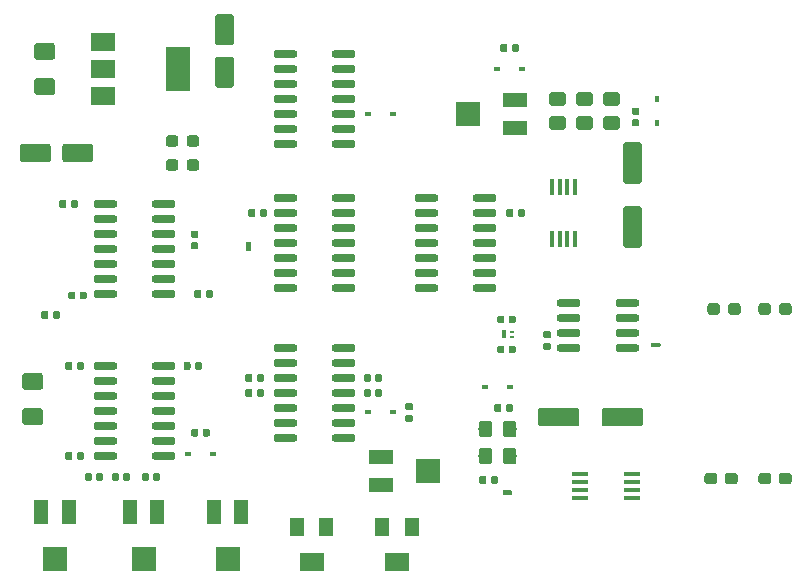
<source format=gbr>
G04 #@! TF.GenerationSoftware,KiCad,Pcbnew,(5.1.4)-1*
G04 #@! TF.CreationDate,2020-10-31T11:52:51+01:00*
G04 #@! TF.ProjectId,BSPD_v_1_0b,42535044-5f76-45f3-915f-30622e6b6963,rev?*
G04 #@! TF.SameCoordinates,Original*
G04 #@! TF.FileFunction,Paste,Top*
G04 #@! TF.FilePolarity,Positive*
%FSLAX46Y46*%
G04 Gerber Fmt 4.6, Leading zero omitted, Abs format (unit mm)*
G04 Created by KiCad (PCBNEW (5.1.4)-1) date 2020-10-31 11:52:51*
%MOMM*%
%LPD*%
G04 APERTURE LIST*
%ADD10C,0.100000*%
%ADD11C,0.400000*%
%ADD12C,1.600000*%
%ADD13R,0.400000X0.250000*%
%ADD14R,0.400000X0.700000*%
%ADD15C,1.150000*%
%ADD16R,0.600000X0.450000*%
%ADD17R,0.450000X0.600000*%
%ADD18C,1.425000*%
%ADD19C,0.950000*%
%ADD20C,0.590000*%
%ADD21R,1.300000X2.000000*%
%ADD22R,2.000000X2.000000*%
%ADD23R,1.300000X1.600000*%
%ADD24R,2.000000X1.600000*%
%ADD25R,2.000000X1.300000*%
%ADD26R,2.000000X3.800000*%
%ADD27R,2.000000X1.500000*%
%ADD28C,0.600000*%
%ADD29R,0.450000X1.450000*%
%ADD30R,1.450000X0.450000*%
G04 APERTURE END LIST*
D10*
G36*
X117457802Y-46653982D02*
G01*
X117467509Y-46655421D01*
X117477028Y-46657806D01*
X117486268Y-46661112D01*
X117495140Y-46665308D01*
X117503557Y-46670353D01*
X117511439Y-46676199D01*
X117518711Y-46682789D01*
X117525301Y-46690061D01*
X117531147Y-46697943D01*
X117536192Y-46706360D01*
X117540388Y-46715232D01*
X117543694Y-46724472D01*
X117546079Y-46733991D01*
X117547518Y-46743698D01*
X117548000Y-46753500D01*
X117548000Y-47353500D01*
X117547518Y-47363302D01*
X117546079Y-47373009D01*
X117543694Y-47382528D01*
X117540388Y-47391768D01*
X117536192Y-47400640D01*
X117531147Y-47409057D01*
X117525301Y-47416939D01*
X117518711Y-47424211D01*
X117511439Y-47430801D01*
X117503557Y-47436647D01*
X117495140Y-47441692D01*
X117486268Y-47445888D01*
X117477028Y-47449194D01*
X117467509Y-47451579D01*
X117457802Y-47453018D01*
X117448000Y-47453500D01*
X117248000Y-47453500D01*
X117238198Y-47453018D01*
X117228491Y-47451579D01*
X117218972Y-47449194D01*
X117209732Y-47445888D01*
X117200860Y-47441692D01*
X117192443Y-47436647D01*
X117184561Y-47430801D01*
X117177289Y-47424211D01*
X117170699Y-47416939D01*
X117164853Y-47409057D01*
X117159808Y-47400640D01*
X117155612Y-47391768D01*
X117152306Y-47382528D01*
X117149921Y-47373009D01*
X117148482Y-47363302D01*
X117148000Y-47353500D01*
X117148000Y-46753500D01*
X117148482Y-46743698D01*
X117149921Y-46733991D01*
X117152306Y-46724472D01*
X117155612Y-46715232D01*
X117159808Y-46706360D01*
X117164853Y-46697943D01*
X117170699Y-46690061D01*
X117177289Y-46682789D01*
X117184561Y-46676199D01*
X117192443Y-46670353D01*
X117200860Y-46665308D01*
X117209732Y-46661112D01*
X117218972Y-46657806D01*
X117228491Y-46655421D01*
X117238198Y-46653982D01*
X117248000Y-46653500D01*
X117448000Y-46653500D01*
X117457802Y-46653982D01*
X117457802Y-46653982D01*
G37*
D11*
X117348000Y-47053500D03*
D10*
G36*
X139565302Y-67681982D02*
G01*
X139575009Y-67683421D01*
X139584528Y-67685806D01*
X139593768Y-67689112D01*
X139602640Y-67693308D01*
X139611057Y-67698353D01*
X139618939Y-67704199D01*
X139626211Y-67710789D01*
X139632801Y-67718061D01*
X139638647Y-67725943D01*
X139643692Y-67734360D01*
X139647888Y-67743232D01*
X139651194Y-67752472D01*
X139653579Y-67761991D01*
X139655018Y-67771698D01*
X139655500Y-67781500D01*
X139655500Y-67981500D01*
X139655018Y-67991302D01*
X139653579Y-68001009D01*
X139651194Y-68010528D01*
X139647888Y-68019768D01*
X139643692Y-68028640D01*
X139638647Y-68037057D01*
X139632801Y-68044939D01*
X139626211Y-68052211D01*
X139618939Y-68058801D01*
X139611057Y-68064647D01*
X139602640Y-68069692D01*
X139593768Y-68073888D01*
X139584528Y-68077194D01*
X139575009Y-68079579D01*
X139565302Y-68081018D01*
X139555500Y-68081500D01*
X138955500Y-68081500D01*
X138945698Y-68081018D01*
X138935991Y-68079579D01*
X138926472Y-68077194D01*
X138917232Y-68073888D01*
X138908360Y-68069692D01*
X138899943Y-68064647D01*
X138892061Y-68058801D01*
X138884789Y-68052211D01*
X138878199Y-68044939D01*
X138872353Y-68037057D01*
X138867308Y-68028640D01*
X138863112Y-68019768D01*
X138859806Y-68010528D01*
X138857421Y-68001009D01*
X138855982Y-67991302D01*
X138855500Y-67981500D01*
X138855500Y-67781500D01*
X138855982Y-67771698D01*
X138857421Y-67761991D01*
X138859806Y-67752472D01*
X138863112Y-67743232D01*
X138867308Y-67734360D01*
X138872353Y-67725943D01*
X138878199Y-67718061D01*
X138884789Y-67710789D01*
X138892061Y-67704199D01*
X138899943Y-67698353D01*
X138908360Y-67693308D01*
X138917232Y-67689112D01*
X138926472Y-67685806D01*
X138935991Y-67683421D01*
X138945698Y-67681982D01*
X138955500Y-67681500D01*
X139555500Y-67681500D01*
X139565302Y-67681982D01*
X139565302Y-67681982D01*
G37*
D11*
X139255500Y-67881500D03*
D10*
G36*
X152138302Y-55172482D02*
G01*
X152148009Y-55173921D01*
X152157528Y-55176306D01*
X152166768Y-55179612D01*
X152175640Y-55183808D01*
X152184057Y-55188853D01*
X152191939Y-55194699D01*
X152199211Y-55201289D01*
X152205801Y-55208561D01*
X152211647Y-55216443D01*
X152216692Y-55224860D01*
X152220888Y-55233732D01*
X152224194Y-55242972D01*
X152226579Y-55252491D01*
X152228018Y-55262198D01*
X152228500Y-55272000D01*
X152228500Y-55472000D01*
X152228018Y-55481802D01*
X152226579Y-55491509D01*
X152224194Y-55501028D01*
X152220888Y-55510268D01*
X152216692Y-55519140D01*
X152211647Y-55527557D01*
X152205801Y-55535439D01*
X152199211Y-55542711D01*
X152191939Y-55549301D01*
X152184057Y-55555147D01*
X152175640Y-55560192D01*
X152166768Y-55564388D01*
X152157528Y-55567694D01*
X152148009Y-55570079D01*
X152138302Y-55571518D01*
X152128500Y-55572000D01*
X151528500Y-55572000D01*
X151518698Y-55571518D01*
X151508991Y-55570079D01*
X151499472Y-55567694D01*
X151490232Y-55564388D01*
X151481360Y-55560192D01*
X151472943Y-55555147D01*
X151465061Y-55549301D01*
X151457789Y-55542711D01*
X151451199Y-55535439D01*
X151445353Y-55527557D01*
X151440308Y-55519140D01*
X151436112Y-55510268D01*
X151432806Y-55501028D01*
X151430421Y-55491509D01*
X151428982Y-55481802D01*
X151428500Y-55472000D01*
X151428500Y-55272000D01*
X151428982Y-55262198D01*
X151430421Y-55252491D01*
X151432806Y-55242972D01*
X151436112Y-55233732D01*
X151440308Y-55224860D01*
X151445353Y-55216443D01*
X151451199Y-55208561D01*
X151457789Y-55201289D01*
X151465061Y-55194699D01*
X151472943Y-55188853D01*
X151481360Y-55183808D01*
X151490232Y-55179612D01*
X151499472Y-55176306D01*
X151508991Y-55173921D01*
X151518698Y-55172482D01*
X151528500Y-55172000D01*
X152128500Y-55172000D01*
X152138302Y-55172482D01*
X152138302Y-55172482D01*
G37*
D11*
X151828500Y-55372000D03*
D10*
G36*
X115890504Y-27381204D02*
G01*
X115914773Y-27384804D01*
X115938571Y-27390765D01*
X115961671Y-27399030D01*
X115983849Y-27409520D01*
X116004893Y-27422133D01*
X116024598Y-27436747D01*
X116042777Y-27453223D01*
X116059253Y-27471402D01*
X116073867Y-27491107D01*
X116086480Y-27512151D01*
X116096970Y-27534329D01*
X116105235Y-27557429D01*
X116111196Y-27581227D01*
X116114796Y-27605496D01*
X116116000Y-27630000D01*
X116116000Y-29730000D01*
X116114796Y-29754504D01*
X116111196Y-29778773D01*
X116105235Y-29802571D01*
X116096970Y-29825671D01*
X116086480Y-29847849D01*
X116073867Y-29868893D01*
X116059253Y-29888598D01*
X116042777Y-29906777D01*
X116024598Y-29923253D01*
X116004893Y-29937867D01*
X115983849Y-29950480D01*
X115961671Y-29960970D01*
X115938571Y-29969235D01*
X115914773Y-29975196D01*
X115890504Y-29978796D01*
X115866000Y-29980000D01*
X114766000Y-29980000D01*
X114741496Y-29978796D01*
X114717227Y-29975196D01*
X114693429Y-29969235D01*
X114670329Y-29960970D01*
X114648151Y-29950480D01*
X114627107Y-29937867D01*
X114607402Y-29923253D01*
X114589223Y-29906777D01*
X114572747Y-29888598D01*
X114558133Y-29868893D01*
X114545520Y-29847849D01*
X114535030Y-29825671D01*
X114526765Y-29802571D01*
X114520804Y-29778773D01*
X114517204Y-29754504D01*
X114516000Y-29730000D01*
X114516000Y-27630000D01*
X114517204Y-27605496D01*
X114520804Y-27581227D01*
X114526765Y-27557429D01*
X114535030Y-27534329D01*
X114545520Y-27512151D01*
X114558133Y-27491107D01*
X114572747Y-27471402D01*
X114589223Y-27453223D01*
X114607402Y-27436747D01*
X114627107Y-27422133D01*
X114648151Y-27409520D01*
X114670329Y-27399030D01*
X114693429Y-27390765D01*
X114717227Y-27384804D01*
X114741496Y-27381204D01*
X114766000Y-27380000D01*
X115866000Y-27380000D01*
X115890504Y-27381204D01*
X115890504Y-27381204D01*
G37*
D12*
X115316000Y-28680000D03*
D10*
G36*
X115890504Y-30981204D02*
G01*
X115914773Y-30984804D01*
X115938571Y-30990765D01*
X115961671Y-30999030D01*
X115983849Y-31009520D01*
X116004893Y-31022133D01*
X116024598Y-31036747D01*
X116042777Y-31053223D01*
X116059253Y-31071402D01*
X116073867Y-31091107D01*
X116086480Y-31112151D01*
X116096970Y-31134329D01*
X116105235Y-31157429D01*
X116111196Y-31181227D01*
X116114796Y-31205496D01*
X116116000Y-31230000D01*
X116116000Y-33330000D01*
X116114796Y-33354504D01*
X116111196Y-33378773D01*
X116105235Y-33402571D01*
X116096970Y-33425671D01*
X116086480Y-33447849D01*
X116073867Y-33468893D01*
X116059253Y-33488598D01*
X116042777Y-33506777D01*
X116024598Y-33523253D01*
X116004893Y-33537867D01*
X115983849Y-33550480D01*
X115961671Y-33560970D01*
X115938571Y-33569235D01*
X115914773Y-33575196D01*
X115890504Y-33578796D01*
X115866000Y-33580000D01*
X114766000Y-33580000D01*
X114741496Y-33578796D01*
X114717227Y-33575196D01*
X114693429Y-33569235D01*
X114670329Y-33560970D01*
X114648151Y-33550480D01*
X114627107Y-33537867D01*
X114607402Y-33523253D01*
X114589223Y-33506777D01*
X114572747Y-33488598D01*
X114558133Y-33468893D01*
X114545520Y-33447849D01*
X114535030Y-33425671D01*
X114526765Y-33402571D01*
X114520804Y-33378773D01*
X114517204Y-33354504D01*
X114516000Y-33330000D01*
X114516000Y-31230000D01*
X114517204Y-31205496D01*
X114520804Y-31181227D01*
X114526765Y-31157429D01*
X114535030Y-31134329D01*
X114545520Y-31112151D01*
X114558133Y-31091107D01*
X114572747Y-31071402D01*
X114589223Y-31053223D01*
X114607402Y-31036747D01*
X114627107Y-31022133D01*
X114648151Y-31009520D01*
X114670329Y-30999030D01*
X114693429Y-30990765D01*
X114717227Y-30984804D01*
X114741496Y-30981204D01*
X114766000Y-30980000D01*
X115866000Y-30980000D01*
X115890504Y-30981204D01*
X115890504Y-30981204D01*
G37*
D12*
X115316000Y-32280000D03*
D13*
X139669000Y-54708000D03*
X139669000Y-54258000D03*
D14*
X138969000Y-54483000D03*
D10*
G36*
X103966504Y-38317204D02*
G01*
X103990773Y-38320804D01*
X104014571Y-38326765D01*
X104037671Y-38335030D01*
X104059849Y-38345520D01*
X104080893Y-38358133D01*
X104100598Y-38372747D01*
X104118777Y-38389223D01*
X104135253Y-38407402D01*
X104149867Y-38427107D01*
X104162480Y-38448151D01*
X104172970Y-38470329D01*
X104181235Y-38493429D01*
X104187196Y-38517227D01*
X104190796Y-38541496D01*
X104192000Y-38566000D01*
X104192000Y-39666000D01*
X104190796Y-39690504D01*
X104187196Y-39714773D01*
X104181235Y-39738571D01*
X104172970Y-39761671D01*
X104162480Y-39783849D01*
X104149867Y-39804893D01*
X104135253Y-39824598D01*
X104118777Y-39842777D01*
X104100598Y-39859253D01*
X104080893Y-39873867D01*
X104059849Y-39886480D01*
X104037671Y-39896970D01*
X104014571Y-39905235D01*
X103990773Y-39911196D01*
X103966504Y-39914796D01*
X103942000Y-39916000D01*
X101842000Y-39916000D01*
X101817496Y-39914796D01*
X101793227Y-39911196D01*
X101769429Y-39905235D01*
X101746329Y-39896970D01*
X101724151Y-39886480D01*
X101703107Y-39873867D01*
X101683402Y-39859253D01*
X101665223Y-39842777D01*
X101648747Y-39824598D01*
X101634133Y-39804893D01*
X101621520Y-39783849D01*
X101611030Y-39761671D01*
X101602765Y-39738571D01*
X101596804Y-39714773D01*
X101593204Y-39690504D01*
X101592000Y-39666000D01*
X101592000Y-38566000D01*
X101593204Y-38541496D01*
X101596804Y-38517227D01*
X101602765Y-38493429D01*
X101611030Y-38470329D01*
X101621520Y-38448151D01*
X101634133Y-38427107D01*
X101648747Y-38407402D01*
X101665223Y-38389223D01*
X101683402Y-38372747D01*
X101703107Y-38358133D01*
X101724151Y-38345520D01*
X101746329Y-38335030D01*
X101769429Y-38326765D01*
X101793227Y-38320804D01*
X101817496Y-38317204D01*
X101842000Y-38316000D01*
X103942000Y-38316000D01*
X103966504Y-38317204D01*
X103966504Y-38317204D01*
G37*
D12*
X102892000Y-39116000D03*
D10*
G36*
X100366504Y-38317204D02*
G01*
X100390773Y-38320804D01*
X100414571Y-38326765D01*
X100437671Y-38335030D01*
X100459849Y-38345520D01*
X100480893Y-38358133D01*
X100500598Y-38372747D01*
X100518777Y-38389223D01*
X100535253Y-38407402D01*
X100549867Y-38427107D01*
X100562480Y-38448151D01*
X100572970Y-38470329D01*
X100581235Y-38493429D01*
X100587196Y-38517227D01*
X100590796Y-38541496D01*
X100592000Y-38566000D01*
X100592000Y-39666000D01*
X100590796Y-39690504D01*
X100587196Y-39714773D01*
X100581235Y-39738571D01*
X100572970Y-39761671D01*
X100562480Y-39783849D01*
X100549867Y-39804893D01*
X100535253Y-39824598D01*
X100518777Y-39842777D01*
X100500598Y-39859253D01*
X100480893Y-39873867D01*
X100459849Y-39886480D01*
X100437671Y-39896970D01*
X100414571Y-39905235D01*
X100390773Y-39911196D01*
X100366504Y-39914796D01*
X100342000Y-39916000D01*
X98242000Y-39916000D01*
X98217496Y-39914796D01*
X98193227Y-39911196D01*
X98169429Y-39905235D01*
X98146329Y-39896970D01*
X98124151Y-39886480D01*
X98103107Y-39873867D01*
X98083402Y-39859253D01*
X98065223Y-39842777D01*
X98048747Y-39824598D01*
X98034133Y-39804893D01*
X98021520Y-39783849D01*
X98011030Y-39761671D01*
X98002765Y-39738571D01*
X97996804Y-39714773D01*
X97993204Y-39690504D01*
X97992000Y-39666000D01*
X97992000Y-38566000D01*
X97993204Y-38541496D01*
X97996804Y-38517227D01*
X98002765Y-38493429D01*
X98011030Y-38470329D01*
X98021520Y-38448151D01*
X98034133Y-38427107D01*
X98048747Y-38407402D01*
X98065223Y-38389223D01*
X98083402Y-38372747D01*
X98103107Y-38358133D01*
X98124151Y-38345520D01*
X98146329Y-38335030D01*
X98169429Y-38326765D01*
X98193227Y-38320804D01*
X98217496Y-38317204D01*
X98242000Y-38316000D01*
X100342000Y-38316000D01*
X100366504Y-38317204D01*
X100366504Y-38317204D01*
G37*
D12*
X99292000Y-39116000D03*
D10*
G36*
X148556505Y-33961204D02*
G01*
X148580773Y-33964804D01*
X148604572Y-33970765D01*
X148627671Y-33979030D01*
X148649850Y-33989520D01*
X148670893Y-34002132D01*
X148690599Y-34016747D01*
X148708777Y-34033223D01*
X148725253Y-34051401D01*
X148739868Y-34071107D01*
X148752480Y-34092150D01*
X148762970Y-34114329D01*
X148771235Y-34137428D01*
X148777196Y-34161227D01*
X148780796Y-34185495D01*
X148782000Y-34209999D01*
X148782000Y-34860001D01*
X148780796Y-34884505D01*
X148777196Y-34908773D01*
X148771235Y-34932572D01*
X148762970Y-34955671D01*
X148752480Y-34977850D01*
X148739868Y-34998893D01*
X148725253Y-35018599D01*
X148708777Y-35036777D01*
X148690599Y-35053253D01*
X148670893Y-35067868D01*
X148649850Y-35080480D01*
X148627671Y-35090970D01*
X148604572Y-35099235D01*
X148580773Y-35105196D01*
X148556505Y-35108796D01*
X148532001Y-35110000D01*
X147631999Y-35110000D01*
X147607495Y-35108796D01*
X147583227Y-35105196D01*
X147559428Y-35099235D01*
X147536329Y-35090970D01*
X147514150Y-35080480D01*
X147493107Y-35067868D01*
X147473401Y-35053253D01*
X147455223Y-35036777D01*
X147438747Y-35018599D01*
X147424132Y-34998893D01*
X147411520Y-34977850D01*
X147401030Y-34955671D01*
X147392765Y-34932572D01*
X147386804Y-34908773D01*
X147383204Y-34884505D01*
X147382000Y-34860001D01*
X147382000Y-34209999D01*
X147383204Y-34185495D01*
X147386804Y-34161227D01*
X147392765Y-34137428D01*
X147401030Y-34114329D01*
X147411520Y-34092150D01*
X147424132Y-34071107D01*
X147438747Y-34051401D01*
X147455223Y-34033223D01*
X147473401Y-34016747D01*
X147493107Y-34002132D01*
X147514150Y-33989520D01*
X147536329Y-33979030D01*
X147559428Y-33970765D01*
X147583227Y-33964804D01*
X147607495Y-33961204D01*
X147631999Y-33960000D01*
X148532001Y-33960000D01*
X148556505Y-33961204D01*
X148556505Y-33961204D01*
G37*
D15*
X148082000Y-34535000D03*
D10*
G36*
X148556505Y-36011204D02*
G01*
X148580773Y-36014804D01*
X148604572Y-36020765D01*
X148627671Y-36029030D01*
X148649850Y-36039520D01*
X148670893Y-36052132D01*
X148690599Y-36066747D01*
X148708777Y-36083223D01*
X148725253Y-36101401D01*
X148739868Y-36121107D01*
X148752480Y-36142150D01*
X148762970Y-36164329D01*
X148771235Y-36187428D01*
X148777196Y-36211227D01*
X148780796Y-36235495D01*
X148782000Y-36259999D01*
X148782000Y-36910001D01*
X148780796Y-36934505D01*
X148777196Y-36958773D01*
X148771235Y-36982572D01*
X148762970Y-37005671D01*
X148752480Y-37027850D01*
X148739868Y-37048893D01*
X148725253Y-37068599D01*
X148708777Y-37086777D01*
X148690599Y-37103253D01*
X148670893Y-37117868D01*
X148649850Y-37130480D01*
X148627671Y-37140970D01*
X148604572Y-37149235D01*
X148580773Y-37155196D01*
X148556505Y-37158796D01*
X148532001Y-37160000D01*
X147631999Y-37160000D01*
X147607495Y-37158796D01*
X147583227Y-37155196D01*
X147559428Y-37149235D01*
X147536329Y-37140970D01*
X147514150Y-37130480D01*
X147493107Y-37117868D01*
X147473401Y-37103253D01*
X147455223Y-37086777D01*
X147438747Y-37068599D01*
X147424132Y-37048893D01*
X147411520Y-37027850D01*
X147401030Y-37005671D01*
X147392765Y-36982572D01*
X147386804Y-36958773D01*
X147383204Y-36934505D01*
X147382000Y-36910001D01*
X147382000Y-36259999D01*
X147383204Y-36235495D01*
X147386804Y-36211227D01*
X147392765Y-36187428D01*
X147401030Y-36164329D01*
X147411520Y-36142150D01*
X147424132Y-36121107D01*
X147438747Y-36101401D01*
X147455223Y-36083223D01*
X147473401Y-36066747D01*
X147493107Y-36052132D01*
X147514150Y-36039520D01*
X147536329Y-36029030D01*
X147559428Y-36020765D01*
X147583227Y-36014804D01*
X147607495Y-36011204D01*
X147631999Y-36010000D01*
X148532001Y-36010000D01*
X148556505Y-36011204D01*
X148556505Y-36011204D01*
G37*
D15*
X148082000Y-36585000D03*
D10*
G36*
X150434504Y-38223204D02*
G01*
X150458773Y-38226804D01*
X150482571Y-38232765D01*
X150505671Y-38241030D01*
X150527849Y-38251520D01*
X150548893Y-38264133D01*
X150568598Y-38278747D01*
X150586777Y-38295223D01*
X150603253Y-38313402D01*
X150617867Y-38333107D01*
X150630480Y-38354151D01*
X150640970Y-38376329D01*
X150649235Y-38399429D01*
X150655196Y-38423227D01*
X150658796Y-38447496D01*
X150660000Y-38472000D01*
X150660000Y-41472000D01*
X150658796Y-41496504D01*
X150655196Y-41520773D01*
X150649235Y-41544571D01*
X150640970Y-41567671D01*
X150630480Y-41589849D01*
X150617867Y-41610893D01*
X150603253Y-41630598D01*
X150586777Y-41648777D01*
X150568598Y-41665253D01*
X150548893Y-41679867D01*
X150527849Y-41692480D01*
X150505671Y-41702970D01*
X150482571Y-41711235D01*
X150458773Y-41717196D01*
X150434504Y-41720796D01*
X150410000Y-41722000D01*
X149310000Y-41722000D01*
X149285496Y-41720796D01*
X149261227Y-41717196D01*
X149237429Y-41711235D01*
X149214329Y-41702970D01*
X149192151Y-41692480D01*
X149171107Y-41679867D01*
X149151402Y-41665253D01*
X149133223Y-41648777D01*
X149116747Y-41630598D01*
X149102133Y-41610893D01*
X149089520Y-41589849D01*
X149079030Y-41567671D01*
X149070765Y-41544571D01*
X149064804Y-41520773D01*
X149061204Y-41496504D01*
X149060000Y-41472000D01*
X149060000Y-38472000D01*
X149061204Y-38447496D01*
X149064804Y-38423227D01*
X149070765Y-38399429D01*
X149079030Y-38376329D01*
X149089520Y-38354151D01*
X149102133Y-38333107D01*
X149116747Y-38313402D01*
X149133223Y-38295223D01*
X149151402Y-38278747D01*
X149171107Y-38264133D01*
X149192151Y-38251520D01*
X149214329Y-38241030D01*
X149237429Y-38232765D01*
X149261227Y-38226804D01*
X149285496Y-38223204D01*
X149310000Y-38222000D01*
X150410000Y-38222000D01*
X150434504Y-38223204D01*
X150434504Y-38223204D01*
G37*
D12*
X149860000Y-39972000D03*
D10*
G36*
X150434504Y-43623204D02*
G01*
X150458773Y-43626804D01*
X150482571Y-43632765D01*
X150505671Y-43641030D01*
X150527849Y-43651520D01*
X150548893Y-43664133D01*
X150568598Y-43678747D01*
X150586777Y-43695223D01*
X150603253Y-43713402D01*
X150617867Y-43733107D01*
X150630480Y-43754151D01*
X150640970Y-43776329D01*
X150649235Y-43799429D01*
X150655196Y-43823227D01*
X150658796Y-43847496D01*
X150660000Y-43872000D01*
X150660000Y-46872000D01*
X150658796Y-46896504D01*
X150655196Y-46920773D01*
X150649235Y-46944571D01*
X150640970Y-46967671D01*
X150630480Y-46989849D01*
X150617867Y-47010893D01*
X150603253Y-47030598D01*
X150586777Y-47048777D01*
X150568598Y-47065253D01*
X150548893Y-47079867D01*
X150527849Y-47092480D01*
X150505671Y-47102970D01*
X150482571Y-47111235D01*
X150458773Y-47117196D01*
X150434504Y-47120796D01*
X150410000Y-47122000D01*
X149310000Y-47122000D01*
X149285496Y-47120796D01*
X149261227Y-47117196D01*
X149237429Y-47111235D01*
X149214329Y-47102970D01*
X149192151Y-47092480D01*
X149171107Y-47079867D01*
X149151402Y-47065253D01*
X149133223Y-47048777D01*
X149116747Y-47030598D01*
X149102133Y-47010893D01*
X149089520Y-46989849D01*
X149079030Y-46967671D01*
X149070765Y-46944571D01*
X149064804Y-46920773D01*
X149061204Y-46896504D01*
X149060000Y-46872000D01*
X149060000Y-43872000D01*
X149061204Y-43847496D01*
X149064804Y-43823227D01*
X149070765Y-43799429D01*
X149079030Y-43776329D01*
X149089520Y-43754151D01*
X149102133Y-43733107D01*
X149116747Y-43713402D01*
X149133223Y-43695223D01*
X149151402Y-43678747D01*
X149171107Y-43664133D01*
X149192151Y-43651520D01*
X149214329Y-43641030D01*
X149237429Y-43632765D01*
X149261227Y-43626804D01*
X149285496Y-43623204D01*
X149310000Y-43622000D01*
X150410000Y-43622000D01*
X150434504Y-43623204D01*
X150434504Y-43623204D01*
G37*
D12*
X149860000Y-45372000D03*
D10*
G36*
X143984505Y-36011204D02*
G01*
X144008773Y-36014804D01*
X144032572Y-36020765D01*
X144055671Y-36029030D01*
X144077850Y-36039520D01*
X144098893Y-36052132D01*
X144118599Y-36066747D01*
X144136777Y-36083223D01*
X144153253Y-36101401D01*
X144167868Y-36121107D01*
X144180480Y-36142150D01*
X144190970Y-36164329D01*
X144199235Y-36187428D01*
X144205196Y-36211227D01*
X144208796Y-36235495D01*
X144210000Y-36259999D01*
X144210000Y-36910001D01*
X144208796Y-36934505D01*
X144205196Y-36958773D01*
X144199235Y-36982572D01*
X144190970Y-37005671D01*
X144180480Y-37027850D01*
X144167868Y-37048893D01*
X144153253Y-37068599D01*
X144136777Y-37086777D01*
X144118599Y-37103253D01*
X144098893Y-37117868D01*
X144077850Y-37130480D01*
X144055671Y-37140970D01*
X144032572Y-37149235D01*
X144008773Y-37155196D01*
X143984505Y-37158796D01*
X143960001Y-37160000D01*
X143059999Y-37160000D01*
X143035495Y-37158796D01*
X143011227Y-37155196D01*
X142987428Y-37149235D01*
X142964329Y-37140970D01*
X142942150Y-37130480D01*
X142921107Y-37117868D01*
X142901401Y-37103253D01*
X142883223Y-37086777D01*
X142866747Y-37068599D01*
X142852132Y-37048893D01*
X142839520Y-37027850D01*
X142829030Y-37005671D01*
X142820765Y-36982572D01*
X142814804Y-36958773D01*
X142811204Y-36934505D01*
X142810000Y-36910001D01*
X142810000Y-36259999D01*
X142811204Y-36235495D01*
X142814804Y-36211227D01*
X142820765Y-36187428D01*
X142829030Y-36164329D01*
X142839520Y-36142150D01*
X142852132Y-36121107D01*
X142866747Y-36101401D01*
X142883223Y-36083223D01*
X142901401Y-36066747D01*
X142921107Y-36052132D01*
X142942150Y-36039520D01*
X142964329Y-36029030D01*
X142987428Y-36020765D01*
X143011227Y-36014804D01*
X143035495Y-36011204D01*
X143059999Y-36010000D01*
X143960001Y-36010000D01*
X143984505Y-36011204D01*
X143984505Y-36011204D01*
G37*
D15*
X143510000Y-36585000D03*
D10*
G36*
X143984505Y-33961204D02*
G01*
X144008773Y-33964804D01*
X144032572Y-33970765D01*
X144055671Y-33979030D01*
X144077850Y-33989520D01*
X144098893Y-34002132D01*
X144118599Y-34016747D01*
X144136777Y-34033223D01*
X144153253Y-34051401D01*
X144167868Y-34071107D01*
X144180480Y-34092150D01*
X144190970Y-34114329D01*
X144199235Y-34137428D01*
X144205196Y-34161227D01*
X144208796Y-34185495D01*
X144210000Y-34209999D01*
X144210000Y-34860001D01*
X144208796Y-34884505D01*
X144205196Y-34908773D01*
X144199235Y-34932572D01*
X144190970Y-34955671D01*
X144180480Y-34977850D01*
X144167868Y-34998893D01*
X144153253Y-35018599D01*
X144136777Y-35036777D01*
X144118599Y-35053253D01*
X144098893Y-35067868D01*
X144077850Y-35080480D01*
X144055671Y-35090970D01*
X144032572Y-35099235D01*
X144008773Y-35105196D01*
X143984505Y-35108796D01*
X143960001Y-35110000D01*
X143059999Y-35110000D01*
X143035495Y-35108796D01*
X143011227Y-35105196D01*
X142987428Y-35099235D01*
X142964329Y-35090970D01*
X142942150Y-35080480D01*
X142921107Y-35067868D01*
X142901401Y-35053253D01*
X142883223Y-35036777D01*
X142866747Y-35018599D01*
X142852132Y-34998893D01*
X142839520Y-34977850D01*
X142829030Y-34955671D01*
X142820765Y-34932572D01*
X142814804Y-34908773D01*
X142811204Y-34884505D01*
X142810000Y-34860001D01*
X142810000Y-34209999D01*
X142811204Y-34185495D01*
X142814804Y-34161227D01*
X142820765Y-34137428D01*
X142829030Y-34114329D01*
X142839520Y-34092150D01*
X142852132Y-34071107D01*
X142866747Y-34051401D01*
X142883223Y-34033223D01*
X142901401Y-34016747D01*
X142921107Y-34002132D01*
X142942150Y-33989520D01*
X142964329Y-33979030D01*
X142987428Y-33970765D01*
X143011227Y-33964804D01*
X143035495Y-33961204D01*
X143059999Y-33960000D01*
X143960001Y-33960000D01*
X143984505Y-33961204D01*
X143984505Y-33961204D01*
G37*
D15*
X143510000Y-34535000D03*
D10*
G36*
X146270505Y-36011204D02*
G01*
X146294773Y-36014804D01*
X146318572Y-36020765D01*
X146341671Y-36029030D01*
X146363850Y-36039520D01*
X146384893Y-36052132D01*
X146404599Y-36066747D01*
X146422777Y-36083223D01*
X146439253Y-36101401D01*
X146453868Y-36121107D01*
X146466480Y-36142150D01*
X146476970Y-36164329D01*
X146485235Y-36187428D01*
X146491196Y-36211227D01*
X146494796Y-36235495D01*
X146496000Y-36259999D01*
X146496000Y-36910001D01*
X146494796Y-36934505D01*
X146491196Y-36958773D01*
X146485235Y-36982572D01*
X146476970Y-37005671D01*
X146466480Y-37027850D01*
X146453868Y-37048893D01*
X146439253Y-37068599D01*
X146422777Y-37086777D01*
X146404599Y-37103253D01*
X146384893Y-37117868D01*
X146363850Y-37130480D01*
X146341671Y-37140970D01*
X146318572Y-37149235D01*
X146294773Y-37155196D01*
X146270505Y-37158796D01*
X146246001Y-37160000D01*
X145345999Y-37160000D01*
X145321495Y-37158796D01*
X145297227Y-37155196D01*
X145273428Y-37149235D01*
X145250329Y-37140970D01*
X145228150Y-37130480D01*
X145207107Y-37117868D01*
X145187401Y-37103253D01*
X145169223Y-37086777D01*
X145152747Y-37068599D01*
X145138132Y-37048893D01*
X145125520Y-37027850D01*
X145115030Y-37005671D01*
X145106765Y-36982572D01*
X145100804Y-36958773D01*
X145097204Y-36934505D01*
X145096000Y-36910001D01*
X145096000Y-36259999D01*
X145097204Y-36235495D01*
X145100804Y-36211227D01*
X145106765Y-36187428D01*
X145115030Y-36164329D01*
X145125520Y-36142150D01*
X145138132Y-36121107D01*
X145152747Y-36101401D01*
X145169223Y-36083223D01*
X145187401Y-36066747D01*
X145207107Y-36052132D01*
X145228150Y-36039520D01*
X145250329Y-36029030D01*
X145273428Y-36020765D01*
X145297227Y-36014804D01*
X145321495Y-36011204D01*
X145345999Y-36010000D01*
X146246001Y-36010000D01*
X146270505Y-36011204D01*
X146270505Y-36011204D01*
G37*
D15*
X145796000Y-36585000D03*
D10*
G36*
X146270505Y-33961204D02*
G01*
X146294773Y-33964804D01*
X146318572Y-33970765D01*
X146341671Y-33979030D01*
X146363850Y-33989520D01*
X146384893Y-34002132D01*
X146404599Y-34016747D01*
X146422777Y-34033223D01*
X146439253Y-34051401D01*
X146453868Y-34071107D01*
X146466480Y-34092150D01*
X146476970Y-34114329D01*
X146485235Y-34137428D01*
X146491196Y-34161227D01*
X146494796Y-34185495D01*
X146496000Y-34209999D01*
X146496000Y-34860001D01*
X146494796Y-34884505D01*
X146491196Y-34908773D01*
X146485235Y-34932572D01*
X146476970Y-34955671D01*
X146466480Y-34977850D01*
X146453868Y-34998893D01*
X146439253Y-35018599D01*
X146422777Y-35036777D01*
X146404599Y-35053253D01*
X146384893Y-35067868D01*
X146363850Y-35080480D01*
X146341671Y-35090970D01*
X146318572Y-35099235D01*
X146294773Y-35105196D01*
X146270505Y-35108796D01*
X146246001Y-35110000D01*
X145345999Y-35110000D01*
X145321495Y-35108796D01*
X145297227Y-35105196D01*
X145273428Y-35099235D01*
X145250329Y-35090970D01*
X145228150Y-35080480D01*
X145207107Y-35067868D01*
X145187401Y-35053253D01*
X145169223Y-35036777D01*
X145152747Y-35018599D01*
X145138132Y-34998893D01*
X145125520Y-34977850D01*
X145115030Y-34955671D01*
X145106765Y-34932572D01*
X145100804Y-34908773D01*
X145097204Y-34884505D01*
X145096000Y-34860001D01*
X145096000Y-34209999D01*
X145097204Y-34185495D01*
X145100804Y-34161227D01*
X145106765Y-34137428D01*
X145115030Y-34114329D01*
X145125520Y-34092150D01*
X145138132Y-34071107D01*
X145152747Y-34051401D01*
X145169223Y-34033223D01*
X145187401Y-34016747D01*
X145207107Y-34002132D01*
X145228150Y-33989520D01*
X145250329Y-33979030D01*
X145273428Y-33970765D01*
X145297227Y-33964804D01*
X145321495Y-33961204D01*
X145345999Y-33960000D01*
X146246001Y-33960000D01*
X146270505Y-33961204D01*
X146270505Y-33961204D01*
G37*
D15*
X145796000Y-34535000D03*
D10*
G36*
X139804505Y-61785204D02*
G01*
X139828773Y-61788804D01*
X139852572Y-61794765D01*
X139875671Y-61803030D01*
X139897850Y-61813520D01*
X139918893Y-61826132D01*
X139938599Y-61840747D01*
X139956777Y-61857223D01*
X139973253Y-61875401D01*
X139987868Y-61895107D01*
X140000480Y-61916150D01*
X140010970Y-61938329D01*
X140019235Y-61961428D01*
X140025196Y-61985227D01*
X140028796Y-62009495D01*
X140030000Y-62033999D01*
X140030000Y-62934001D01*
X140028796Y-62958505D01*
X140025196Y-62982773D01*
X140019235Y-63006572D01*
X140010970Y-63029671D01*
X140000480Y-63051850D01*
X139987868Y-63072893D01*
X139973253Y-63092599D01*
X139956777Y-63110777D01*
X139938599Y-63127253D01*
X139918893Y-63141868D01*
X139897850Y-63154480D01*
X139875671Y-63164970D01*
X139852572Y-63173235D01*
X139828773Y-63179196D01*
X139804505Y-63182796D01*
X139780001Y-63184000D01*
X139129999Y-63184000D01*
X139105495Y-63182796D01*
X139081227Y-63179196D01*
X139057428Y-63173235D01*
X139034329Y-63164970D01*
X139012150Y-63154480D01*
X138991107Y-63141868D01*
X138971401Y-63127253D01*
X138953223Y-63110777D01*
X138936747Y-63092599D01*
X138922132Y-63072893D01*
X138909520Y-63051850D01*
X138899030Y-63029671D01*
X138890765Y-63006572D01*
X138884804Y-62982773D01*
X138881204Y-62958505D01*
X138880000Y-62934001D01*
X138880000Y-62033999D01*
X138881204Y-62009495D01*
X138884804Y-61985227D01*
X138890765Y-61961428D01*
X138899030Y-61938329D01*
X138909520Y-61916150D01*
X138922132Y-61895107D01*
X138936747Y-61875401D01*
X138953223Y-61857223D01*
X138971401Y-61840747D01*
X138991107Y-61826132D01*
X139012150Y-61813520D01*
X139034329Y-61803030D01*
X139057428Y-61794765D01*
X139081227Y-61788804D01*
X139105495Y-61785204D01*
X139129999Y-61784000D01*
X139780001Y-61784000D01*
X139804505Y-61785204D01*
X139804505Y-61785204D01*
G37*
D15*
X139455000Y-62484000D03*
D10*
G36*
X137754505Y-61785204D02*
G01*
X137778773Y-61788804D01*
X137802572Y-61794765D01*
X137825671Y-61803030D01*
X137847850Y-61813520D01*
X137868893Y-61826132D01*
X137888599Y-61840747D01*
X137906777Y-61857223D01*
X137923253Y-61875401D01*
X137937868Y-61895107D01*
X137950480Y-61916150D01*
X137960970Y-61938329D01*
X137969235Y-61961428D01*
X137975196Y-61985227D01*
X137978796Y-62009495D01*
X137980000Y-62033999D01*
X137980000Y-62934001D01*
X137978796Y-62958505D01*
X137975196Y-62982773D01*
X137969235Y-63006572D01*
X137960970Y-63029671D01*
X137950480Y-63051850D01*
X137937868Y-63072893D01*
X137923253Y-63092599D01*
X137906777Y-63110777D01*
X137888599Y-63127253D01*
X137868893Y-63141868D01*
X137847850Y-63154480D01*
X137825671Y-63164970D01*
X137802572Y-63173235D01*
X137778773Y-63179196D01*
X137754505Y-63182796D01*
X137730001Y-63184000D01*
X137079999Y-63184000D01*
X137055495Y-63182796D01*
X137031227Y-63179196D01*
X137007428Y-63173235D01*
X136984329Y-63164970D01*
X136962150Y-63154480D01*
X136941107Y-63141868D01*
X136921401Y-63127253D01*
X136903223Y-63110777D01*
X136886747Y-63092599D01*
X136872132Y-63072893D01*
X136859520Y-63051850D01*
X136849030Y-63029671D01*
X136840765Y-63006572D01*
X136834804Y-62982773D01*
X136831204Y-62958505D01*
X136830000Y-62934001D01*
X136830000Y-62033999D01*
X136831204Y-62009495D01*
X136834804Y-61985227D01*
X136840765Y-61961428D01*
X136849030Y-61938329D01*
X136859520Y-61916150D01*
X136872132Y-61895107D01*
X136886747Y-61875401D01*
X136903223Y-61857223D01*
X136921401Y-61840747D01*
X136941107Y-61826132D01*
X136962150Y-61813520D01*
X136984329Y-61803030D01*
X137007428Y-61794765D01*
X137031227Y-61788804D01*
X137055495Y-61785204D01*
X137079999Y-61784000D01*
X137730001Y-61784000D01*
X137754505Y-61785204D01*
X137754505Y-61785204D01*
G37*
D15*
X137405000Y-62484000D03*
D10*
G36*
X150528504Y-60669204D02*
G01*
X150552773Y-60672804D01*
X150576571Y-60678765D01*
X150599671Y-60687030D01*
X150621849Y-60697520D01*
X150642893Y-60710133D01*
X150662598Y-60724747D01*
X150680777Y-60741223D01*
X150697253Y-60759402D01*
X150711867Y-60779107D01*
X150724480Y-60800151D01*
X150734970Y-60822329D01*
X150743235Y-60845429D01*
X150749196Y-60869227D01*
X150752796Y-60893496D01*
X150754000Y-60918000D01*
X150754000Y-62018000D01*
X150752796Y-62042504D01*
X150749196Y-62066773D01*
X150743235Y-62090571D01*
X150734970Y-62113671D01*
X150724480Y-62135849D01*
X150711867Y-62156893D01*
X150697253Y-62176598D01*
X150680777Y-62194777D01*
X150662598Y-62211253D01*
X150642893Y-62225867D01*
X150621849Y-62238480D01*
X150599671Y-62248970D01*
X150576571Y-62257235D01*
X150552773Y-62263196D01*
X150528504Y-62266796D01*
X150504000Y-62268000D01*
X147504000Y-62268000D01*
X147479496Y-62266796D01*
X147455227Y-62263196D01*
X147431429Y-62257235D01*
X147408329Y-62248970D01*
X147386151Y-62238480D01*
X147365107Y-62225867D01*
X147345402Y-62211253D01*
X147327223Y-62194777D01*
X147310747Y-62176598D01*
X147296133Y-62156893D01*
X147283520Y-62135849D01*
X147273030Y-62113671D01*
X147264765Y-62090571D01*
X147258804Y-62066773D01*
X147255204Y-62042504D01*
X147254000Y-62018000D01*
X147254000Y-60918000D01*
X147255204Y-60893496D01*
X147258804Y-60869227D01*
X147264765Y-60845429D01*
X147273030Y-60822329D01*
X147283520Y-60800151D01*
X147296133Y-60779107D01*
X147310747Y-60759402D01*
X147327223Y-60741223D01*
X147345402Y-60724747D01*
X147365107Y-60710133D01*
X147386151Y-60697520D01*
X147408329Y-60687030D01*
X147431429Y-60678765D01*
X147455227Y-60672804D01*
X147479496Y-60669204D01*
X147504000Y-60668000D01*
X150504000Y-60668000D01*
X150528504Y-60669204D01*
X150528504Y-60669204D01*
G37*
D12*
X149004000Y-61468000D03*
D10*
G36*
X145128504Y-60669204D02*
G01*
X145152773Y-60672804D01*
X145176571Y-60678765D01*
X145199671Y-60687030D01*
X145221849Y-60697520D01*
X145242893Y-60710133D01*
X145262598Y-60724747D01*
X145280777Y-60741223D01*
X145297253Y-60759402D01*
X145311867Y-60779107D01*
X145324480Y-60800151D01*
X145334970Y-60822329D01*
X145343235Y-60845429D01*
X145349196Y-60869227D01*
X145352796Y-60893496D01*
X145354000Y-60918000D01*
X145354000Y-62018000D01*
X145352796Y-62042504D01*
X145349196Y-62066773D01*
X145343235Y-62090571D01*
X145334970Y-62113671D01*
X145324480Y-62135849D01*
X145311867Y-62156893D01*
X145297253Y-62176598D01*
X145280777Y-62194777D01*
X145262598Y-62211253D01*
X145242893Y-62225867D01*
X145221849Y-62238480D01*
X145199671Y-62248970D01*
X145176571Y-62257235D01*
X145152773Y-62263196D01*
X145128504Y-62266796D01*
X145104000Y-62268000D01*
X142104000Y-62268000D01*
X142079496Y-62266796D01*
X142055227Y-62263196D01*
X142031429Y-62257235D01*
X142008329Y-62248970D01*
X141986151Y-62238480D01*
X141965107Y-62225867D01*
X141945402Y-62211253D01*
X141927223Y-62194777D01*
X141910747Y-62176598D01*
X141896133Y-62156893D01*
X141883520Y-62135849D01*
X141873030Y-62113671D01*
X141864765Y-62090571D01*
X141858804Y-62066773D01*
X141855204Y-62042504D01*
X141854000Y-62018000D01*
X141854000Y-60918000D01*
X141855204Y-60893496D01*
X141858804Y-60869227D01*
X141864765Y-60845429D01*
X141873030Y-60822329D01*
X141883520Y-60800151D01*
X141896133Y-60779107D01*
X141910747Y-60759402D01*
X141927223Y-60741223D01*
X141945402Y-60724747D01*
X141965107Y-60710133D01*
X141986151Y-60697520D01*
X142008329Y-60687030D01*
X142031429Y-60678765D01*
X142055227Y-60672804D01*
X142079496Y-60669204D01*
X142104000Y-60668000D01*
X145104000Y-60668000D01*
X145128504Y-60669204D01*
X145128504Y-60669204D01*
G37*
D12*
X143604000Y-61468000D03*
D10*
G36*
X139804505Y-64071204D02*
G01*
X139828773Y-64074804D01*
X139852572Y-64080765D01*
X139875671Y-64089030D01*
X139897850Y-64099520D01*
X139918893Y-64112132D01*
X139938599Y-64126747D01*
X139956777Y-64143223D01*
X139973253Y-64161401D01*
X139987868Y-64181107D01*
X140000480Y-64202150D01*
X140010970Y-64224329D01*
X140019235Y-64247428D01*
X140025196Y-64271227D01*
X140028796Y-64295495D01*
X140030000Y-64319999D01*
X140030000Y-65220001D01*
X140028796Y-65244505D01*
X140025196Y-65268773D01*
X140019235Y-65292572D01*
X140010970Y-65315671D01*
X140000480Y-65337850D01*
X139987868Y-65358893D01*
X139973253Y-65378599D01*
X139956777Y-65396777D01*
X139938599Y-65413253D01*
X139918893Y-65427868D01*
X139897850Y-65440480D01*
X139875671Y-65450970D01*
X139852572Y-65459235D01*
X139828773Y-65465196D01*
X139804505Y-65468796D01*
X139780001Y-65470000D01*
X139129999Y-65470000D01*
X139105495Y-65468796D01*
X139081227Y-65465196D01*
X139057428Y-65459235D01*
X139034329Y-65450970D01*
X139012150Y-65440480D01*
X138991107Y-65427868D01*
X138971401Y-65413253D01*
X138953223Y-65396777D01*
X138936747Y-65378599D01*
X138922132Y-65358893D01*
X138909520Y-65337850D01*
X138899030Y-65315671D01*
X138890765Y-65292572D01*
X138884804Y-65268773D01*
X138881204Y-65244505D01*
X138880000Y-65220001D01*
X138880000Y-64319999D01*
X138881204Y-64295495D01*
X138884804Y-64271227D01*
X138890765Y-64247428D01*
X138899030Y-64224329D01*
X138909520Y-64202150D01*
X138922132Y-64181107D01*
X138936747Y-64161401D01*
X138953223Y-64143223D01*
X138971401Y-64126747D01*
X138991107Y-64112132D01*
X139012150Y-64099520D01*
X139034329Y-64089030D01*
X139057428Y-64080765D01*
X139081227Y-64074804D01*
X139105495Y-64071204D01*
X139129999Y-64070000D01*
X139780001Y-64070000D01*
X139804505Y-64071204D01*
X139804505Y-64071204D01*
G37*
D15*
X139455000Y-64770000D03*
D10*
G36*
X137754505Y-64071204D02*
G01*
X137778773Y-64074804D01*
X137802572Y-64080765D01*
X137825671Y-64089030D01*
X137847850Y-64099520D01*
X137868893Y-64112132D01*
X137888599Y-64126747D01*
X137906777Y-64143223D01*
X137923253Y-64161401D01*
X137937868Y-64181107D01*
X137950480Y-64202150D01*
X137960970Y-64224329D01*
X137969235Y-64247428D01*
X137975196Y-64271227D01*
X137978796Y-64295495D01*
X137980000Y-64319999D01*
X137980000Y-65220001D01*
X137978796Y-65244505D01*
X137975196Y-65268773D01*
X137969235Y-65292572D01*
X137960970Y-65315671D01*
X137950480Y-65337850D01*
X137937868Y-65358893D01*
X137923253Y-65378599D01*
X137906777Y-65396777D01*
X137888599Y-65413253D01*
X137868893Y-65427868D01*
X137847850Y-65440480D01*
X137825671Y-65450970D01*
X137802572Y-65459235D01*
X137778773Y-65465196D01*
X137754505Y-65468796D01*
X137730001Y-65470000D01*
X137079999Y-65470000D01*
X137055495Y-65468796D01*
X137031227Y-65465196D01*
X137007428Y-65459235D01*
X136984329Y-65450970D01*
X136962150Y-65440480D01*
X136941107Y-65427868D01*
X136921401Y-65413253D01*
X136903223Y-65396777D01*
X136886747Y-65378599D01*
X136872132Y-65358893D01*
X136859520Y-65337850D01*
X136849030Y-65315671D01*
X136840765Y-65292572D01*
X136834804Y-65268773D01*
X136831204Y-65244505D01*
X136830000Y-65220001D01*
X136830000Y-64319999D01*
X136831204Y-64295495D01*
X136834804Y-64271227D01*
X136840765Y-64247428D01*
X136849030Y-64224329D01*
X136859520Y-64202150D01*
X136872132Y-64181107D01*
X136886747Y-64161401D01*
X136903223Y-64143223D01*
X136921401Y-64126747D01*
X136941107Y-64112132D01*
X136962150Y-64099520D01*
X136984329Y-64089030D01*
X137007428Y-64080765D01*
X137031227Y-64074804D01*
X137055495Y-64071204D01*
X137079999Y-64070000D01*
X137730001Y-64070000D01*
X137754505Y-64071204D01*
X137754505Y-64071204D01*
G37*
D15*
X137405000Y-64770000D03*
D16*
X127474000Y-61087000D03*
X129574000Y-61087000D03*
D17*
X151892000Y-36610000D03*
X151892000Y-34510000D03*
D16*
X140496000Y-32004000D03*
X138396000Y-32004000D03*
X137380000Y-58928000D03*
X139480000Y-58928000D03*
X127474000Y-35814000D03*
X129574000Y-35814000D03*
X114334000Y-64579500D03*
X112234000Y-64579500D03*
D10*
G36*
X100725504Y-32780204D02*
G01*
X100749773Y-32783804D01*
X100773571Y-32789765D01*
X100796671Y-32798030D01*
X100818849Y-32808520D01*
X100839893Y-32821133D01*
X100859598Y-32835747D01*
X100877777Y-32852223D01*
X100894253Y-32870402D01*
X100908867Y-32890107D01*
X100921480Y-32911151D01*
X100931970Y-32933329D01*
X100940235Y-32956429D01*
X100946196Y-32980227D01*
X100949796Y-33004496D01*
X100951000Y-33029000D01*
X100951000Y-33954000D01*
X100949796Y-33978504D01*
X100946196Y-34002773D01*
X100940235Y-34026571D01*
X100931970Y-34049671D01*
X100921480Y-34071849D01*
X100908867Y-34092893D01*
X100894253Y-34112598D01*
X100877777Y-34130777D01*
X100859598Y-34147253D01*
X100839893Y-34161867D01*
X100818849Y-34174480D01*
X100796671Y-34184970D01*
X100773571Y-34193235D01*
X100749773Y-34199196D01*
X100725504Y-34202796D01*
X100701000Y-34204000D01*
X99451000Y-34204000D01*
X99426496Y-34202796D01*
X99402227Y-34199196D01*
X99378429Y-34193235D01*
X99355329Y-34184970D01*
X99333151Y-34174480D01*
X99312107Y-34161867D01*
X99292402Y-34147253D01*
X99274223Y-34130777D01*
X99257747Y-34112598D01*
X99243133Y-34092893D01*
X99230520Y-34071849D01*
X99220030Y-34049671D01*
X99211765Y-34026571D01*
X99205804Y-34002773D01*
X99202204Y-33978504D01*
X99201000Y-33954000D01*
X99201000Y-33029000D01*
X99202204Y-33004496D01*
X99205804Y-32980227D01*
X99211765Y-32956429D01*
X99220030Y-32933329D01*
X99230520Y-32911151D01*
X99243133Y-32890107D01*
X99257747Y-32870402D01*
X99274223Y-32852223D01*
X99292402Y-32835747D01*
X99312107Y-32821133D01*
X99333151Y-32808520D01*
X99355329Y-32798030D01*
X99378429Y-32789765D01*
X99402227Y-32783804D01*
X99426496Y-32780204D01*
X99451000Y-32779000D01*
X100701000Y-32779000D01*
X100725504Y-32780204D01*
X100725504Y-32780204D01*
G37*
D18*
X100076000Y-33491500D03*
D10*
G36*
X100725504Y-29805204D02*
G01*
X100749773Y-29808804D01*
X100773571Y-29814765D01*
X100796671Y-29823030D01*
X100818849Y-29833520D01*
X100839893Y-29846133D01*
X100859598Y-29860747D01*
X100877777Y-29877223D01*
X100894253Y-29895402D01*
X100908867Y-29915107D01*
X100921480Y-29936151D01*
X100931970Y-29958329D01*
X100940235Y-29981429D01*
X100946196Y-30005227D01*
X100949796Y-30029496D01*
X100951000Y-30054000D01*
X100951000Y-30979000D01*
X100949796Y-31003504D01*
X100946196Y-31027773D01*
X100940235Y-31051571D01*
X100931970Y-31074671D01*
X100921480Y-31096849D01*
X100908867Y-31117893D01*
X100894253Y-31137598D01*
X100877777Y-31155777D01*
X100859598Y-31172253D01*
X100839893Y-31186867D01*
X100818849Y-31199480D01*
X100796671Y-31209970D01*
X100773571Y-31218235D01*
X100749773Y-31224196D01*
X100725504Y-31227796D01*
X100701000Y-31229000D01*
X99451000Y-31229000D01*
X99426496Y-31227796D01*
X99402227Y-31224196D01*
X99378429Y-31218235D01*
X99355329Y-31209970D01*
X99333151Y-31199480D01*
X99312107Y-31186867D01*
X99292402Y-31172253D01*
X99274223Y-31155777D01*
X99257747Y-31137598D01*
X99243133Y-31117893D01*
X99230520Y-31096849D01*
X99220030Y-31074671D01*
X99211765Y-31051571D01*
X99205804Y-31027773D01*
X99202204Y-31003504D01*
X99201000Y-30979000D01*
X99201000Y-30054000D01*
X99202204Y-30029496D01*
X99205804Y-30005227D01*
X99211765Y-29981429D01*
X99220030Y-29958329D01*
X99230520Y-29936151D01*
X99243133Y-29915107D01*
X99257747Y-29895402D01*
X99274223Y-29877223D01*
X99292402Y-29860747D01*
X99312107Y-29846133D01*
X99333151Y-29833520D01*
X99355329Y-29823030D01*
X99378429Y-29814765D01*
X99402227Y-29808804D01*
X99426496Y-29805204D01*
X99451000Y-29804000D01*
X100701000Y-29804000D01*
X100725504Y-29805204D01*
X100725504Y-29805204D01*
G37*
D18*
X100076000Y-30516500D03*
D10*
G36*
X111195779Y-39658144D02*
G01*
X111218834Y-39661563D01*
X111241443Y-39667227D01*
X111263387Y-39675079D01*
X111284457Y-39685044D01*
X111304448Y-39697026D01*
X111323168Y-39710910D01*
X111340438Y-39726562D01*
X111356090Y-39743832D01*
X111369974Y-39762552D01*
X111381956Y-39782543D01*
X111391921Y-39803613D01*
X111399773Y-39825557D01*
X111405437Y-39848166D01*
X111408856Y-39871221D01*
X111410000Y-39894500D01*
X111410000Y-40369500D01*
X111408856Y-40392779D01*
X111405437Y-40415834D01*
X111399773Y-40438443D01*
X111391921Y-40460387D01*
X111381956Y-40481457D01*
X111369974Y-40501448D01*
X111356090Y-40520168D01*
X111340438Y-40537438D01*
X111323168Y-40553090D01*
X111304448Y-40566974D01*
X111284457Y-40578956D01*
X111263387Y-40588921D01*
X111241443Y-40596773D01*
X111218834Y-40602437D01*
X111195779Y-40605856D01*
X111172500Y-40607000D01*
X110597500Y-40607000D01*
X110574221Y-40605856D01*
X110551166Y-40602437D01*
X110528557Y-40596773D01*
X110506613Y-40588921D01*
X110485543Y-40578956D01*
X110465552Y-40566974D01*
X110446832Y-40553090D01*
X110429562Y-40537438D01*
X110413910Y-40520168D01*
X110400026Y-40501448D01*
X110388044Y-40481457D01*
X110378079Y-40460387D01*
X110370227Y-40438443D01*
X110364563Y-40415834D01*
X110361144Y-40392779D01*
X110360000Y-40369500D01*
X110360000Y-39894500D01*
X110361144Y-39871221D01*
X110364563Y-39848166D01*
X110370227Y-39825557D01*
X110378079Y-39803613D01*
X110388044Y-39782543D01*
X110400026Y-39762552D01*
X110413910Y-39743832D01*
X110429562Y-39726562D01*
X110446832Y-39710910D01*
X110465552Y-39697026D01*
X110485543Y-39685044D01*
X110506613Y-39675079D01*
X110528557Y-39667227D01*
X110551166Y-39661563D01*
X110574221Y-39658144D01*
X110597500Y-39657000D01*
X111172500Y-39657000D01*
X111195779Y-39658144D01*
X111195779Y-39658144D01*
G37*
D19*
X110885000Y-40132000D03*
D10*
G36*
X112945779Y-39658144D02*
G01*
X112968834Y-39661563D01*
X112991443Y-39667227D01*
X113013387Y-39675079D01*
X113034457Y-39685044D01*
X113054448Y-39697026D01*
X113073168Y-39710910D01*
X113090438Y-39726562D01*
X113106090Y-39743832D01*
X113119974Y-39762552D01*
X113131956Y-39782543D01*
X113141921Y-39803613D01*
X113149773Y-39825557D01*
X113155437Y-39848166D01*
X113158856Y-39871221D01*
X113160000Y-39894500D01*
X113160000Y-40369500D01*
X113158856Y-40392779D01*
X113155437Y-40415834D01*
X113149773Y-40438443D01*
X113141921Y-40460387D01*
X113131956Y-40481457D01*
X113119974Y-40501448D01*
X113106090Y-40520168D01*
X113090438Y-40537438D01*
X113073168Y-40553090D01*
X113054448Y-40566974D01*
X113034457Y-40578956D01*
X113013387Y-40588921D01*
X112991443Y-40596773D01*
X112968834Y-40602437D01*
X112945779Y-40605856D01*
X112922500Y-40607000D01*
X112347500Y-40607000D01*
X112324221Y-40605856D01*
X112301166Y-40602437D01*
X112278557Y-40596773D01*
X112256613Y-40588921D01*
X112235543Y-40578956D01*
X112215552Y-40566974D01*
X112196832Y-40553090D01*
X112179562Y-40537438D01*
X112163910Y-40520168D01*
X112150026Y-40501448D01*
X112138044Y-40481457D01*
X112128079Y-40460387D01*
X112120227Y-40438443D01*
X112114563Y-40415834D01*
X112111144Y-40392779D01*
X112110000Y-40369500D01*
X112110000Y-39894500D01*
X112111144Y-39871221D01*
X112114563Y-39848166D01*
X112120227Y-39825557D01*
X112128079Y-39803613D01*
X112138044Y-39782543D01*
X112150026Y-39762552D01*
X112163910Y-39743832D01*
X112179562Y-39726562D01*
X112196832Y-39710910D01*
X112215552Y-39697026D01*
X112235543Y-39685044D01*
X112256613Y-39675079D01*
X112278557Y-39667227D01*
X112301166Y-39661563D01*
X112324221Y-39658144D01*
X112347500Y-39657000D01*
X112922500Y-39657000D01*
X112945779Y-39658144D01*
X112945779Y-39658144D01*
G37*
D19*
X112635000Y-40132000D03*
D10*
G36*
X161360779Y-51850144D02*
G01*
X161383834Y-51853563D01*
X161406443Y-51859227D01*
X161428387Y-51867079D01*
X161449457Y-51877044D01*
X161469448Y-51889026D01*
X161488168Y-51902910D01*
X161505438Y-51918562D01*
X161521090Y-51935832D01*
X161534974Y-51954552D01*
X161546956Y-51974543D01*
X161556921Y-51995613D01*
X161564773Y-52017557D01*
X161570437Y-52040166D01*
X161573856Y-52063221D01*
X161575000Y-52086500D01*
X161575000Y-52561500D01*
X161573856Y-52584779D01*
X161570437Y-52607834D01*
X161564773Y-52630443D01*
X161556921Y-52652387D01*
X161546956Y-52673457D01*
X161534974Y-52693448D01*
X161521090Y-52712168D01*
X161505438Y-52729438D01*
X161488168Y-52745090D01*
X161469448Y-52758974D01*
X161449457Y-52770956D01*
X161428387Y-52780921D01*
X161406443Y-52788773D01*
X161383834Y-52794437D01*
X161360779Y-52797856D01*
X161337500Y-52799000D01*
X160762500Y-52799000D01*
X160739221Y-52797856D01*
X160716166Y-52794437D01*
X160693557Y-52788773D01*
X160671613Y-52780921D01*
X160650543Y-52770956D01*
X160630552Y-52758974D01*
X160611832Y-52745090D01*
X160594562Y-52729438D01*
X160578910Y-52712168D01*
X160565026Y-52693448D01*
X160553044Y-52673457D01*
X160543079Y-52652387D01*
X160535227Y-52630443D01*
X160529563Y-52607834D01*
X160526144Y-52584779D01*
X160525000Y-52561500D01*
X160525000Y-52086500D01*
X160526144Y-52063221D01*
X160529563Y-52040166D01*
X160535227Y-52017557D01*
X160543079Y-51995613D01*
X160553044Y-51974543D01*
X160565026Y-51954552D01*
X160578910Y-51935832D01*
X160594562Y-51918562D01*
X160611832Y-51902910D01*
X160630552Y-51889026D01*
X160650543Y-51877044D01*
X160671613Y-51867079D01*
X160693557Y-51859227D01*
X160716166Y-51853563D01*
X160739221Y-51850144D01*
X160762500Y-51849000D01*
X161337500Y-51849000D01*
X161360779Y-51850144D01*
X161360779Y-51850144D01*
G37*
D19*
X161050000Y-52324000D03*
D10*
G36*
X163110779Y-51850144D02*
G01*
X163133834Y-51853563D01*
X163156443Y-51859227D01*
X163178387Y-51867079D01*
X163199457Y-51877044D01*
X163219448Y-51889026D01*
X163238168Y-51902910D01*
X163255438Y-51918562D01*
X163271090Y-51935832D01*
X163284974Y-51954552D01*
X163296956Y-51974543D01*
X163306921Y-51995613D01*
X163314773Y-52017557D01*
X163320437Y-52040166D01*
X163323856Y-52063221D01*
X163325000Y-52086500D01*
X163325000Y-52561500D01*
X163323856Y-52584779D01*
X163320437Y-52607834D01*
X163314773Y-52630443D01*
X163306921Y-52652387D01*
X163296956Y-52673457D01*
X163284974Y-52693448D01*
X163271090Y-52712168D01*
X163255438Y-52729438D01*
X163238168Y-52745090D01*
X163219448Y-52758974D01*
X163199457Y-52770956D01*
X163178387Y-52780921D01*
X163156443Y-52788773D01*
X163133834Y-52794437D01*
X163110779Y-52797856D01*
X163087500Y-52799000D01*
X162512500Y-52799000D01*
X162489221Y-52797856D01*
X162466166Y-52794437D01*
X162443557Y-52788773D01*
X162421613Y-52780921D01*
X162400543Y-52770956D01*
X162380552Y-52758974D01*
X162361832Y-52745090D01*
X162344562Y-52729438D01*
X162328910Y-52712168D01*
X162315026Y-52693448D01*
X162303044Y-52673457D01*
X162293079Y-52652387D01*
X162285227Y-52630443D01*
X162279563Y-52607834D01*
X162276144Y-52584779D01*
X162275000Y-52561500D01*
X162275000Y-52086500D01*
X162276144Y-52063221D01*
X162279563Y-52040166D01*
X162285227Y-52017557D01*
X162293079Y-51995613D01*
X162303044Y-51974543D01*
X162315026Y-51954552D01*
X162328910Y-51935832D01*
X162344562Y-51918562D01*
X162361832Y-51902910D01*
X162380552Y-51889026D01*
X162400543Y-51877044D01*
X162421613Y-51867079D01*
X162443557Y-51859227D01*
X162466166Y-51853563D01*
X162489221Y-51850144D01*
X162512500Y-51849000D01*
X163087500Y-51849000D01*
X163110779Y-51850144D01*
X163110779Y-51850144D01*
G37*
D19*
X162800000Y-52324000D03*
D10*
G36*
X163110779Y-66201144D02*
G01*
X163133834Y-66204563D01*
X163156443Y-66210227D01*
X163178387Y-66218079D01*
X163199457Y-66228044D01*
X163219448Y-66240026D01*
X163238168Y-66253910D01*
X163255438Y-66269562D01*
X163271090Y-66286832D01*
X163284974Y-66305552D01*
X163296956Y-66325543D01*
X163306921Y-66346613D01*
X163314773Y-66368557D01*
X163320437Y-66391166D01*
X163323856Y-66414221D01*
X163325000Y-66437500D01*
X163325000Y-66912500D01*
X163323856Y-66935779D01*
X163320437Y-66958834D01*
X163314773Y-66981443D01*
X163306921Y-67003387D01*
X163296956Y-67024457D01*
X163284974Y-67044448D01*
X163271090Y-67063168D01*
X163255438Y-67080438D01*
X163238168Y-67096090D01*
X163219448Y-67109974D01*
X163199457Y-67121956D01*
X163178387Y-67131921D01*
X163156443Y-67139773D01*
X163133834Y-67145437D01*
X163110779Y-67148856D01*
X163087500Y-67150000D01*
X162512500Y-67150000D01*
X162489221Y-67148856D01*
X162466166Y-67145437D01*
X162443557Y-67139773D01*
X162421613Y-67131921D01*
X162400543Y-67121956D01*
X162380552Y-67109974D01*
X162361832Y-67096090D01*
X162344562Y-67080438D01*
X162328910Y-67063168D01*
X162315026Y-67044448D01*
X162303044Y-67024457D01*
X162293079Y-67003387D01*
X162285227Y-66981443D01*
X162279563Y-66958834D01*
X162276144Y-66935779D01*
X162275000Y-66912500D01*
X162275000Y-66437500D01*
X162276144Y-66414221D01*
X162279563Y-66391166D01*
X162285227Y-66368557D01*
X162293079Y-66346613D01*
X162303044Y-66325543D01*
X162315026Y-66305552D01*
X162328910Y-66286832D01*
X162344562Y-66269562D01*
X162361832Y-66253910D01*
X162380552Y-66240026D01*
X162400543Y-66228044D01*
X162421613Y-66218079D01*
X162443557Y-66210227D01*
X162466166Y-66204563D01*
X162489221Y-66201144D01*
X162512500Y-66200000D01*
X163087500Y-66200000D01*
X163110779Y-66201144D01*
X163110779Y-66201144D01*
G37*
D19*
X162800000Y-66675000D03*
D10*
G36*
X161360779Y-66201144D02*
G01*
X161383834Y-66204563D01*
X161406443Y-66210227D01*
X161428387Y-66218079D01*
X161449457Y-66228044D01*
X161469448Y-66240026D01*
X161488168Y-66253910D01*
X161505438Y-66269562D01*
X161521090Y-66286832D01*
X161534974Y-66305552D01*
X161546956Y-66325543D01*
X161556921Y-66346613D01*
X161564773Y-66368557D01*
X161570437Y-66391166D01*
X161573856Y-66414221D01*
X161575000Y-66437500D01*
X161575000Y-66912500D01*
X161573856Y-66935779D01*
X161570437Y-66958834D01*
X161564773Y-66981443D01*
X161556921Y-67003387D01*
X161546956Y-67024457D01*
X161534974Y-67044448D01*
X161521090Y-67063168D01*
X161505438Y-67080438D01*
X161488168Y-67096090D01*
X161469448Y-67109974D01*
X161449457Y-67121956D01*
X161428387Y-67131921D01*
X161406443Y-67139773D01*
X161383834Y-67145437D01*
X161360779Y-67148856D01*
X161337500Y-67150000D01*
X160762500Y-67150000D01*
X160739221Y-67148856D01*
X160716166Y-67145437D01*
X160693557Y-67139773D01*
X160671613Y-67131921D01*
X160650543Y-67121956D01*
X160630552Y-67109974D01*
X160611832Y-67096090D01*
X160594562Y-67080438D01*
X160578910Y-67063168D01*
X160565026Y-67044448D01*
X160553044Y-67024457D01*
X160543079Y-67003387D01*
X160535227Y-66981443D01*
X160529563Y-66958834D01*
X160526144Y-66935779D01*
X160525000Y-66912500D01*
X160525000Y-66437500D01*
X160526144Y-66414221D01*
X160529563Y-66391166D01*
X160535227Y-66368557D01*
X160543079Y-66346613D01*
X160553044Y-66325543D01*
X160565026Y-66305552D01*
X160578910Y-66286832D01*
X160594562Y-66269562D01*
X160611832Y-66253910D01*
X160630552Y-66240026D01*
X160650543Y-66228044D01*
X160671613Y-66218079D01*
X160693557Y-66210227D01*
X160716166Y-66204563D01*
X160739221Y-66201144D01*
X160762500Y-66200000D01*
X161337500Y-66200000D01*
X161360779Y-66201144D01*
X161360779Y-66201144D01*
G37*
D19*
X161050000Y-66675000D03*
D10*
G36*
X112945779Y-37626144D02*
G01*
X112968834Y-37629563D01*
X112991443Y-37635227D01*
X113013387Y-37643079D01*
X113034457Y-37653044D01*
X113054448Y-37665026D01*
X113073168Y-37678910D01*
X113090438Y-37694562D01*
X113106090Y-37711832D01*
X113119974Y-37730552D01*
X113131956Y-37750543D01*
X113141921Y-37771613D01*
X113149773Y-37793557D01*
X113155437Y-37816166D01*
X113158856Y-37839221D01*
X113160000Y-37862500D01*
X113160000Y-38337500D01*
X113158856Y-38360779D01*
X113155437Y-38383834D01*
X113149773Y-38406443D01*
X113141921Y-38428387D01*
X113131956Y-38449457D01*
X113119974Y-38469448D01*
X113106090Y-38488168D01*
X113090438Y-38505438D01*
X113073168Y-38521090D01*
X113054448Y-38534974D01*
X113034457Y-38546956D01*
X113013387Y-38556921D01*
X112991443Y-38564773D01*
X112968834Y-38570437D01*
X112945779Y-38573856D01*
X112922500Y-38575000D01*
X112347500Y-38575000D01*
X112324221Y-38573856D01*
X112301166Y-38570437D01*
X112278557Y-38564773D01*
X112256613Y-38556921D01*
X112235543Y-38546956D01*
X112215552Y-38534974D01*
X112196832Y-38521090D01*
X112179562Y-38505438D01*
X112163910Y-38488168D01*
X112150026Y-38469448D01*
X112138044Y-38449457D01*
X112128079Y-38428387D01*
X112120227Y-38406443D01*
X112114563Y-38383834D01*
X112111144Y-38360779D01*
X112110000Y-38337500D01*
X112110000Y-37862500D01*
X112111144Y-37839221D01*
X112114563Y-37816166D01*
X112120227Y-37793557D01*
X112128079Y-37771613D01*
X112138044Y-37750543D01*
X112150026Y-37730552D01*
X112163910Y-37711832D01*
X112179562Y-37694562D01*
X112196832Y-37678910D01*
X112215552Y-37665026D01*
X112235543Y-37653044D01*
X112256613Y-37643079D01*
X112278557Y-37635227D01*
X112301166Y-37629563D01*
X112324221Y-37626144D01*
X112347500Y-37625000D01*
X112922500Y-37625000D01*
X112945779Y-37626144D01*
X112945779Y-37626144D01*
G37*
D19*
X112635000Y-38100000D03*
D10*
G36*
X111195779Y-37626144D02*
G01*
X111218834Y-37629563D01*
X111241443Y-37635227D01*
X111263387Y-37643079D01*
X111284457Y-37653044D01*
X111304448Y-37665026D01*
X111323168Y-37678910D01*
X111340438Y-37694562D01*
X111356090Y-37711832D01*
X111369974Y-37730552D01*
X111381956Y-37750543D01*
X111391921Y-37771613D01*
X111399773Y-37793557D01*
X111405437Y-37816166D01*
X111408856Y-37839221D01*
X111410000Y-37862500D01*
X111410000Y-38337500D01*
X111408856Y-38360779D01*
X111405437Y-38383834D01*
X111399773Y-38406443D01*
X111391921Y-38428387D01*
X111381956Y-38449457D01*
X111369974Y-38469448D01*
X111356090Y-38488168D01*
X111340438Y-38505438D01*
X111323168Y-38521090D01*
X111304448Y-38534974D01*
X111284457Y-38546956D01*
X111263387Y-38556921D01*
X111241443Y-38564773D01*
X111218834Y-38570437D01*
X111195779Y-38573856D01*
X111172500Y-38575000D01*
X110597500Y-38575000D01*
X110574221Y-38573856D01*
X110551166Y-38570437D01*
X110528557Y-38564773D01*
X110506613Y-38556921D01*
X110485543Y-38546956D01*
X110465552Y-38534974D01*
X110446832Y-38521090D01*
X110429562Y-38505438D01*
X110413910Y-38488168D01*
X110400026Y-38469448D01*
X110388044Y-38449457D01*
X110378079Y-38428387D01*
X110370227Y-38406443D01*
X110364563Y-38383834D01*
X110361144Y-38360779D01*
X110360000Y-38337500D01*
X110360000Y-37862500D01*
X110361144Y-37839221D01*
X110364563Y-37816166D01*
X110370227Y-37793557D01*
X110378079Y-37771613D01*
X110388044Y-37750543D01*
X110400026Y-37730552D01*
X110413910Y-37711832D01*
X110429562Y-37694562D01*
X110446832Y-37678910D01*
X110465552Y-37665026D01*
X110485543Y-37653044D01*
X110506613Y-37643079D01*
X110528557Y-37635227D01*
X110551166Y-37629563D01*
X110574221Y-37626144D01*
X110597500Y-37625000D01*
X111172500Y-37625000D01*
X111195779Y-37626144D01*
X111195779Y-37626144D01*
G37*
D19*
X110885000Y-38100000D03*
D10*
G36*
X101784958Y-43114710D02*
G01*
X101799276Y-43116834D01*
X101813317Y-43120351D01*
X101826946Y-43125228D01*
X101840031Y-43131417D01*
X101852447Y-43138858D01*
X101864073Y-43147481D01*
X101874798Y-43157202D01*
X101884519Y-43167927D01*
X101893142Y-43179553D01*
X101900583Y-43191969D01*
X101906772Y-43205054D01*
X101911649Y-43218683D01*
X101915166Y-43232724D01*
X101917290Y-43247042D01*
X101918000Y-43261500D01*
X101918000Y-43606500D01*
X101917290Y-43620958D01*
X101915166Y-43635276D01*
X101911649Y-43649317D01*
X101906772Y-43662946D01*
X101900583Y-43676031D01*
X101893142Y-43688447D01*
X101884519Y-43700073D01*
X101874798Y-43710798D01*
X101864073Y-43720519D01*
X101852447Y-43729142D01*
X101840031Y-43736583D01*
X101826946Y-43742772D01*
X101813317Y-43747649D01*
X101799276Y-43751166D01*
X101784958Y-43753290D01*
X101770500Y-43754000D01*
X101475500Y-43754000D01*
X101461042Y-43753290D01*
X101446724Y-43751166D01*
X101432683Y-43747649D01*
X101419054Y-43742772D01*
X101405969Y-43736583D01*
X101393553Y-43729142D01*
X101381927Y-43720519D01*
X101371202Y-43710798D01*
X101361481Y-43700073D01*
X101352858Y-43688447D01*
X101345417Y-43676031D01*
X101339228Y-43662946D01*
X101334351Y-43649317D01*
X101330834Y-43635276D01*
X101328710Y-43620958D01*
X101328000Y-43606500D01*
X101328000Y-43261500D01*
X101328710Y-43247042D01*
X101330834Y-43232724D01*
X101334351Y-43218683D01*
X101339228Y-43205054D01*
X101345417Y-43191969D01*
X101352858Y-43179553D01*
X101361481Y-43167927D01*
X101371202Y-43157202D01*
X101381927Y-43147481D01*
X101393553Y-43138858D01*
X101405969Y-43131417D01*
X101419054Y-43125228D01*
X101432683Y-43120351D01*
X101446724Y-43116834D01*
X101461042Y-43114710D01*
X101475500Y-43114000D01*
X101770500Y-43114000D01*
X101784958Y-43114710D01*
X101784958Y-43114710D01*
G37*
D20*
X101623000Y-43434000D03*
D10*
G36*
X102754958Y-43114710D02*
G01*
X102769276Y-43116834D01*
X102783317Y-43120351D01*
X102796946Y-43125228D01*
X102810031Y-43131417D01*
X102822447Y-43138858D01*
X102834073Y-43147481D01*
X102844798Y-43157202D01*
X102854519Y-43167927D01*
X102863142Y-43179553D01*
X102870583Y-43191969D01*
X102876772Y-43205054D01*
X102881649Y-43218683D01*
X102885166Y-43232724D01*
X102887290Y-43247042D01*
X102888000Y-43261500D01*
X102888000Y-43606500D01*
X102887290Y-43620958D01*
X102885166Y-43635276D01*
X102881649Y-43649317D01*
X102876772Y-43662946D01*
X102870583Y-43676031D01*
X102863142Y-43688447D01*
X102854519Y-43700073D01*
X102844798Y-43710798D01*
X102834073Y-43720519D01*
X102822447Y-43729142D01*
X102810031Y-43736583D01*
X102796946Y-43742772D01*
X102783317Y-43747649D01*
X102769276Y-43751166D01*
X102754958Y-43753290D01*
X102740500Y-43754000D01*
X102445500Y-43754000D01*
X102431042Y-43753290D01*
X102416724Y-43751166D01*
X102402683Y-43747649D01*
X102389054Y-43742772D01*
X102375969Y-43736583D01*
X102363553Y-43729142D01*
X102351927Y-43720519D01*
X102341202Y-43710798D01*
X102331481Y-43700073D01*
X102322858Y-43688447D01*
X102315417Y-43676031D01*
X102309228Y-43662946D01*
X102304351Y-43649317D01*
X102300834Y-43635276D01*
X102298710Y-43620958D01*
X102298000Y-43606500D01*
X102298000Y-43261500D01*
X102298710Y-43247042D01*
X102300834Y-43232724D01*
X102304351Y-43218683D01*
X102309228Y-43205054D01*
X102315417Y-43191969D01*
X102322858Y-43179553D01*
X102331481Y-43167927D01*
X102341202Y-43157202D01*
X102351927Y-43147481D01*
X102363553Y-43138858D01*
X102375969Y-43131417D01*
X102389054Y-43125228D01*
X102402683Y-43120351D01*
X102416724Y-43116834D01*
X102431042Y-43114710D01*
X102445500Y-43114000D01*
X102740500Y-43114000D01*
X102754958Y-43114710D01*
X102754958Y-43114710D01*
G37*
D20*
X102593000Y-43434000D03*
D10*
G36*
X103516958Y-50861710D02*
G01*
X103531276Y-50863834D01*
X103545317Y-50867351D01*
X103558946Y-50872228D01*
X103572031Y-50878417D01*
X103584447Y-50885858D01*
X103596073Y-50894481D01*
X103606798Y-50904202D01*
X103616519Y-50914927D01*
X103625142Y-50926553D01*
X103632583Y-50938969D01*
X103638772Y-50952054D01*
X103643649Y-50965683D01*
X103647166Y-50979724D01*
X103649290Y-50994042D01*
X103650000Y-51008500D01*
X103650000Y-51353500D01*
X103649290Y-51367958D01*
X103647166Y-51382276D01*
X103643649Y-51396317D01*
X103638772Y-51409946D01*
X103632583Y-51423031D01*
X103625142Y-51435447D01*
X103616519Y-51447073D01*
X103606798Y-51457798D01*
X103596073Y-51467519D01*
X103584447Y-51476142D01*
X103572031Y-51483583D01*
X103558946Y-51489772D01*
X103545317Y-51494649D01*
X103531276Y-51498166D01*
X103516958Y-51500290D01*
X103502500Y-51501000D01*
X103207500Y-51501000D01*
X103193042Y-51500290D01*
X103178724Y-51498166D01*
X103164683Y-51494649D01*
X103151054Y-51489772D01*
X103137969Y-51483583D01*
X103125553Y-51476142D01*
X103113927Y-51467519D01*
X103103202Y-51457798D01*
X103093481Y-51447073D01*
X103084858Y-51435447D01*
X103077417Y-51423031D01*
X103071228Y-51409946D01*
X103066351Y-51396317D01*
X103062834Y-51382276D01*
X103060710Y-51367958D01*
X103060000Y-51353500D01*
X103060000Y-51008500D01*
X103060710Y-50994042D01*
X103062834Y-50979724D01*
X103066351Y-50965683D01*
X103071228Y-50952054D01*
X103077417Y-50938969D01*
X103084858Y-50926553D01*
X103093481Y-50914927D01*
X103103202Y-50904202D01*
X103113927Y-50894481D01*
X103125553Y-50885858D01*
X103137969Y-50878417D01*
X103151054Y-50872228D01*
X103164683Y-50867351D01*
X103178724Y-50863834D01*
X103193042Y-50861710D01*
X103207500Y-50861000D01*
X103502500Y-50861000D01*
X103516958Y-50861710D01*
X103516958Y-50861710D01*
G37*
D20*
X103355000Y-51181000D03*
D10*
G36*
X102546958Y-50861710D02*
G01*
X102561276Y-50863834D01*
X102575317Y-50867351D01*
X102588946Y-50872228D01*
X102602031Y-50878417D01*
X102614447Y-50885858D01*
X102626073Y-50894481D01*
X102636798Y-50904202D01*
X102646519Y-50914927D01*
X102655142Y-50926553D01*
X102662583Y-50938969D01*
X102668772Y-50952054D01*
X102673649Y-50965683D01*
X102677166Y-50979724D01*
X102679290Y-50994042D01*
X102680000Y-51008500D01*
X102680000Y-51353500D01*
X102679290Y-51367958D01*
X102677166Y-51382276D01*
X102673649Y-51396317D01*
X102668772Y-51409946D01*
X102662583Y-51423031D01*
X102655142Y-51435447D01*
X102646519Y-51447073D01*
X102636798Y-51457798D01*
X102626073Y-51467519D01*
X102614447Y-51476142D01*
X102602031Y-51483583D01*
X102588946Y-51489772D01*
X102575317Y-51494649D01*
X102561276Y-51498166D01*
X102546958Y-51500290D01*
X102532500Y-51501000D01*
X102237500Y-51501000D01*
X102223042Y-51500290D01*
X102208724Y-51498166D01*
X102194683Y-51494649D01*
X102181054Y-51489772D01*
X102167969Y-51483583D01*
X102155553Y-51476142D01*
X102143927Y-51467519D01*
X102133202Y-51457798D01*
X102123481Y-51447073D01*
X102114858Y-51435447D01*
X102107417Y-51423031D01*
X102101228Y-51409946D01*
X102096351Y-51396317D01*
X102092834Y-51382276D01*
X102090710Y-51367958D01*
X102090000Y-51353500D01*
X102090000Y-51008500D01*
X102090710Y-50994042D01*
X102092834Y-50979724D01*
X102096351Y-50965683D01*
X102101228Y-50952054D01*
X102107417Y-50938969D01*
X102114858Y-50926553D01*
X102123481Y-50914927D01*
X102133202Y-50904202D01*
X102143927Y-50894481D01*
X102155553Y-50885858D01*
X102167969Y-50878417D01*
X102181054Y-50872228D01*
X102194683Y-50867351D01*
X102208724Y-50863834D01*
X102223042Y-50861710D01*
X102237500Y-50861000D01*
X102532500Y-50861000D01*
X102546958Y-50861710D01*
X102546958Y-50861710D01*
G37*
D20*
X102385000Y-51181000D03*
D10*
G36*
X114184958Y-50734710D02*
G01*
X114199276Y-50736834D01*
X114213317Y-50740351D01*
X114226946Y-50745228D01*
X114240031Y-50751417D01*
X114252447Y-50758858D01*
X114264073Y-50767481D01*
X114274798Y-50777202D01*
X114284519Y-50787927D01*
X114293142Y-50799553D01*
X114300583Y-50811969D01*
X114306772Y-50825054D01*
X114311649Y-50838683D01*
X114315166Y-50852724D01*
X114317290Y-50867042D01*
X114318000Y-50881500D01*
X114318000Y-51226500D01*
X114317290Y-51240958D01*
X114315166Y-51255276D01*
X114311649Y-51269317D01*
X114306772Y-51282946D01*
X114300583Y-51296031D01*
X114293142Y-51308447D01*
X114284519Y-51320073D01*
X114274798Y-51330798D01*
X114264073Y-51340519D01*
X114252447Y-51349142D01*
X114240031Y-51356583D01*
X114226946Y-51362772D01*
X114213317Y-51367649D01*
X114199276Y-51371166D01*
X114184958Y-51373290D01*
X114170500Y-51374000D01*
X113875500Y-51374000D01*
X113861042Y-51373290D01*
X113846724Y-51371166D01*
X113832683Y-51367649D01*
X113819054Y-51362772D01*
X113805969Y-51356583D01*
X113793553Y-51349142D01*
X113781927Y-51340519D01*
X113771202Y-51330798D01*
X113761481Y-51320073D01*
X113752858Y-51308447D01*
X113745417Y-51296031D01*
X113739228Y-51282946D01*
X113734351Y-51269317D01*
X113730834Y-51255276D01*
X113728710Y-51240958D01*
X113728000Y-51226500D01*
X113728000Y-50881500D01*
X113728710Y-50867042D01*
X113730834Y-50852724D01*
X113734351Y-50838683D01*
X113739228Y-50825054D01*
X113745417Y-50811969D01*
X113752858Y-50799553D01*
X113761481Y-50787927D01*
X113771202Y-50777202D01*
X113781927Y-50767481D01*
X113793553Y-50758858D01*
X113805969Y-50751417D01*
X113819054Y-50745228D01*
X113832683Y-50740351D01*
X113846724Y-50736834D01*
X113861042Y-50734710D01*
X113875500Y-50734000D01*
X114170500Y-50734000D01*
X114184958Y-50734710D01*
X114184958Y-50734710D01*
G37*
D20*
X114023000Y-51054000D03*
D10*
G36*
X113214958Y-50734710D02*
G01*
X113229276Y-50736834D01*
X113243317Y-50740351D01*
X113256946Y-50745228D01*
X113270031Y-50751417D01*
X113282447Y-50758858D01*
X113294073Y-50767481D01*
X113304798Y-50777202D01*
X113314519Y-50787927D01*
X113323142Y-50799553D01*
X113330583Y-50811969D01*
X113336772Y-50825054D01*
X113341649Y-50838683D01*
X113345166Y-50852724D01*
X113347290Y-50867042D01*
X113348000Y-50881500D01*
X113348000Y-51226500D01*
X113347290Y-51240958D01*
X113345166Y-51255276D01*
X113341649Y-51269317D01*
X113336772Y-51282946D01*
X113330583Y-51296031D01*
X113323142Y-51308447D01*
X113314519Y-51320073D01*
X113304798Y-51330798D01*
X113294073Y-51340519D01*
X113282447Y-51349142D01*
X113270031Y-51356583D01*
X113256946Y-51362772D01*
X113243317Y-51367649D01*
X113229276Y-51371166D01*
X113214958Y-51373290D01*
X113200500Y-51374000D01*
X112905500Y-51374000D01*
X112891042Y-51373290D01*
X112876724Y-51371166D01*
X112862683Y-51367649D01*
X112849054Y-51362772D01*
X112835969Y-51356583D01*
X112823553Y-51349142D01*
X112811927Y-51340519D01*
X112801202Y-51330798D01*
X112791481Y-51320073D01*
X112782858Y-51308447D01*
X112775417Y-51296031D01*
X112769228Y-51282946D01*
X112764351Y-51269317D01*
X112760834Y-51255276D01*
X112758710Y-51240958D01*
X112758000Y-51226500D01*
X112758000Y-50881500D01*
X112758710Y-50867042D01*
X112760834Y-50852724D01*
X112764351Y-50838683D01*
X112769228Y-50825054D01*
X112775417Y-50811969D01*
X112782858Y-50799553D01*
X112791481Y-50787927D01*
X112801202Y-50777202D01*
X112811927Y-50767481D01*
X112823553Y-50758858D01*
X112835969Y-50751417D01*
X112849054Y-50745228D01*
X112862683Y-50740351D01*
X112876724Y-50736834D01*
X112891042Y-50734710D01*
X112905500Y-50734000D01*
X113200500Y-50734000D01*
X113214958Y-50734710D01*
X113214958Y-50734710D01*
G37*
D20*
X113053000Y-51054000D03*
D10*
G36*
X117532958Y-57846710D02*
G01*
X117547276Y-57848834D01*
X117561317Y-57852351D01*
X117574946Y-57857228D01*
X117588031Y-57863417D01*
X117600447Y-57870858D01*
X117612073Y-57879481D01*
X117622798Y-57889202D01*
X117632519Y-57899927D01*
X117641142Y-57911553D01*
X117648583Y-57923969D01*
X117654772Y-57937054D01*
X117659649Y-57950683D01*
X117663166Y-57964724D01*
X117665290Y-57979042D01*
X117666000Y-57993500D01*
X117666000Y-58338500D01*
X117665290Y-58352958D01*
X117663166Y-58367276D01*
X117659649Y-58381317D01*
X117654772Y-58394946D01*
X117648583Y-58408031D01*
X117641142Y-58420447D01*
X117632519Y-58432073D01*
X117622798Y-58442798D01*
X117612073Y-58452519D01*
X117600447Y-58461142D01*
X117588031Y-58468583D01*
X117574946Y-58474772D01*
X117561317Y-58479649D01*
X117547276Y-58483166D01*
X117532958Y-58485290D01*
X117518500Y-58486000D01*
X117223500Y-58486000D01*
X117209042Y-58485290D01*
X117194724Y-58483166D01*
X117180683Y-58479649D01*
X117167054Y-58474772D01*
X117153969Y-58468583D01*
X117141553Y-58461142D01*
X117129927Y-58452519D01*
X117119202Y-58442798D01*
X117109481Y-58432073D01*
X117100858Y-58420447D01*
X117093417Y-58408031D01*
X117087228Y-58394946D01*
X117082351Y-58381317D01*
X117078834Y-58367276D01*
X117076710Y-58352958D01*
X117076000Y-58338500D01*
X117076000Y-57993500D01*
X117076710Y-57979042D01*
X117078834Y-57964724D01*
X117082351Y-57950683D01*
X117087228Y-57937054D01*
X117093417Y-57923969D01*
X117100858Y-57911553D01*
X117109481Y-57899927D01*
X117119202Y-57889202D01*
X117129927Y-57879481D01*
X117141553Y-57870858D01*
X117153969Y-57863417D01*
X117167054Y-57857228D01*
X117180683Y-57852351D01*
X117194724Y-57848834D01*
X117209042Y-57846710D01*
X117223500Y-57846000D01*
X117518500Y-57846000D01*
X117532958Y-57846710D01*
X117532958Y-57846710D01*
G37*
D20*
X117371000Y-58166000D03*
D10*
G36*
X118502958Y-57846710D02*
G01*
X118517276Y-57848834D01*
X118531317Y-57852351D01*
X118544946Y-57857228D01*
X118558031Y-57863417D01*
X118570447Y-57870858D01*
X118582073Y-57879481D01*
X118592798Y-57889202D01*
X118602519Y-57899927D01*
X118611142Y-57911553D01*
X118618583Y-57923969D01*
X118624772Y-57937054D01*
X118629649Y-57950683D01*
X118633166Y-57964724D01*
X118635290Y-57979042D01*
X118636000Y-57993500D01*
X118636000Y-58338500D01*
X118635290Y-58352958D01*
X118633166Y-58367276D01*
X118629649Y-58381317D01*
X118624772Y-58394946D01*
X118618583Y-58408031D01*
X118611142Y-58420447D01*
X118602519Y-58432073D01*
X118592798Y-58442798D01*
X118582073Y-58452519D01*
X118570447Y-58461142D01*
X118558031Y-58468583D01*
X118544946Y-58474772D01*
X118531317Y-58479649D01*
X118517276Y-58483166D01*
X118502958Y-58485290D01*
X118488500Y-58486000D01*
X118193500Y-58486000D01*
X118179042Y-58485290D01*
X118164724Y-58483166D01*
X118150683Y-58479649D01*
X118137054Y-58474772D01*
X118123969Y-58468583D01*
X118111553Y-58461142D01*
X118099927Y-58452519D01*
X118089202Y-58442798D01*
X118079481Y-58432073D01*
X118070858Y-58420447D01*
X118063417Y-58408031D01*
X118057228Y-58394946D01*
X118052351Y-58381317D01*
X118048834Y-58367276D01*
X118046710Y-58352958D01*
X118046000Y-58338500D01*
X118046000Y-57993500D01*
X118046710Y-57979042D01*
X118048834Y-57964724D01*
X118052351Y-57950683D01*
X118057228Y-57937054D01*
X118063417Y-57923969D01*
X118070858Y-57911553D01*
X118079481Y-57899927D01*
X118089202Y-57889202D01*
X118099927Y-57879481D01*
X118111553Y-57870858D01*
X118123969Y-57863417D01*
X118137054Y-57857228D01*
X118150683Y-57852351D01*
X118164724Y-57848834D01*
X118179042Y-57846710D01*
X118193500Y-57846000D01*
X118488500Y-57846000D01*
X118502958Y-57846710D01*
X118502958Y-57846710D01*
G37*
D20*
X118341000Y-58166000D03*
D10*
G36*
X102292958Y-56830710D02*
G01*
X102307276Y-56832834D01*
X102321317Y-56836351D01*
X102334946Y-56841228D01*
X102348031Y-56847417D01*
X102360447Y-56854858D01*
X102372073Y-56863481D01*
X102382798Y-56873202D01*
X102392519Y-56883927D01*
X102401142Y-56895553D01*
X102408583Y-56907969D01*
X102414772Y-56921054D01*
X102419649Y-56934683D01*
X102423166Y-56948724D01*
X102425290Y-56963042D01*
X102426000Y-56977500D01*
X102426000Y-57322500D01*
X102425290Y-57336958D01*
X102423166Y-57351276D01*
X102419649Y-57365317D01*
X102414772Y-57378946D01*
X102408583Y-57392031D01*
X102401142Y-57404447D01*
X102392519Y-57416073D01*
X102382798Y-57426798D01*
X102372073Y-57436519D01*
X102360447Y-57445142D01*
X102348031Y-57452583D01*
X102334946Y-57458772D01*
X102321317Y-57463649D01*
X102307276Y-57467166D01*
X102292958Y-57469290D01*
X102278500Y-57470000D01*
X101983500Y-57470000D01*
X101969042Y-57469290D01*
X101954724Y-57467166D01*
X101940683Y-57463649D01*
X101927054Y-57458772D01*
X101913969Y-57452583D01*
X101901553Y-57445142D01*
X101889927Y-57436519D01*
X101879202Y-57426798D01*
X101869481Y-57416073D01*
X101860858Y-57404447D01*
X101853417Y-57392031D01*
X101847228Y-57378946D01*
X101842351Y-57365317D01*
X101838834Y-57351276D01*
X101836710Y-57336958D01*
X101836000Y-57322500D01*
X101836000Y-56977500D01*
X101836710Y-56963042D01*
X101838834Y-56948724D01*
X101842351Y-56934683D01*
X101847228Y-56921054D01*
X101853417Y-56907969D01*
X101860858Y-56895553D01*
X101869481Y-56883927D01*
X101879202Y-56873202D01*
X101889927Y-56863481D01*
X101901553Y-56854858D01*
X101913969Y-56847417D01*
X101927054Y-56841228D01*
X101940683Y-56836351D01*
X101954724Y-56832834D01*
X101969042Y-56830710D01*
X101983500Y-56830000D01*
X102278500Y-56830000D01*
X102292958Y-56830710D01*
X102292958Y-56830710D01*
G37*
D20*
X102131000Y-57150000D03*
D10*
G36*
X103262958Y-56830710D02*
G01*
X103277276Y-56832834D01*
X103291317Y-56836351D01*
X103304946Y-56841228D01*
X103318031Y-56847417D01*
X103330447Y-56854858D01*
X103342073Y-56863481D01*
X103352798Y-56873202D01*
X103362519Y-56883927D01*
X103371142Y-56895553D01*
X103378583Y-56907969D01*
X103384772Y-56921054D01*
X103389649Y-56934683D01*
X103393166Y-56948724D01*
X103395290Y-56963042D01*
X103396000Y-56977500D01*
X103396000Y-57322500D01*
X103395290Y-57336958D01*
X103393166Y-57351276D01*
X103389649Y-57365317D01*
X103384772Y-57378946D01*
X103378583Y-57392031D01*
X103371142Y-57404447D01*
X103362519Y-57416073D01*
X103352798Y-57426798D01*
X103342073Y-57436519D01*
X103330447Y-57445142D01*
X103318031Y-57452583D01*
X103304946Y-57458772D01*
X103291317Y-57463649D01*
X103277276Y-57467166D01*
X103262958Y-57469290D01*
X103248500Y-57470000D01*
X102953500Y-57470000D01*
X102939042Y-57469290D01*
X102924724Y-57467166D01*
X102910683Y-57463649D01*
X102897054Y-57458772D01*
X102883969Y-57452583D01*
X102871553Y-57445142D01*
X102859927Y-57436519D01*
X102849202Y-57426798D01*
X102839481Y-57416073D01*
X102830858Y-57404447D01*
X102823417Y-57392031D01*
X102817228Y-57378946D01*
X102812351Y-57365317D01*
X102808834Y-57351276D01*
X102806710Y-57336958D01*
X102806000Y-57322500D01*
X102806000Y-56977500D01*
X102806710Y-56963042D01*
X102808834Y-56948724D01*
X102812351Y-56934683D01*
X102817228Y-56921054D01*
X102823417Y-56907969D01*
X102830858Y-56895553D01*
X102839481Y-56883927D01*
X102849202Y-56873202D01*
X102859927Y-56863481D01*
X102871553Y-56854858D01*
X102883969Y-56847417D01*
X102897054Y-56841228D01*
X102910683Y-56836351D01*
X102924724Y-56832834D01*
X102939042Y-56830710D01*
X102953500Y-56830000D01*
X103248500Y-56830000D01*
X103262958Y-56830710D01*
X103262958Y-56830710D01*
G37*
D20*
X103101000Y-57150000D03*
D10*
G36*
X103262958Y-64450710D02*
G01*
X103277276Y-64452834D01*
X103291317Y-64456351D01*
X103304946Y-64461228D01*
X103318031Y-64467417D01*
X103330447Y-64474858D01*
X103342073Y-64483481D01*
X103352798Y-64493202D01*
X103362519Y-64503927D01*
X103371142Y-64515553D01*
X103378583Y-64527969D01*
X103384772Y-64541054D01*
X103389649Y-64554683D01*
X103393166Y-64568724D01*
X103395290Y-64583042D01*
X103396000Y-64597500D01*
X103396000Y-64942500D01*
X103395290Y-64956958D01*
X103393166Y-64971276D01*
X103389649Y-64985317D01*
X103384772Y-64998946D01*
X103378583Y-65012031D01*
X103371142Y-65024447D01*
X103362519Y-65036073D01*
X103352798Y-65046798D01*
X103342073Y-65056519D01*
X103330447Y-65065142D01*
X103318031Y-65072583D01*
X103304946Y-65078772D01*
X103291317Y-65083649D01*
X103277276Y-65087166D01*
X103262958Y-65089290D01*
X103248500Y-65090000D01*
X102953500Y-65090000D01*
X102939042Y-65089290D01*
X102924724Y-65087166D01*
X102910683Y-65083649D01*
X102897054Y-65078772D01*
X102883969Y-65072583D01*
X102871553Y-65065142D01*
X102859927Y-65056519D01*
X102849202Y-65046798D01*
X102839481Y-65036073D01*
X102830858Y-65024447D01*
X102823417Y-65012031D01*
X102817228Y-64998946D01*
X102812351Y-64985317D01*
X102808834Y-64971276D01*
X102806710Y-64956958D01*
X102806000Y-64942500D01*
X102806000Y-64597500D01*
X102806710Y-64583042D01*
X102808834Y-64568724D01*
X102812351Y-64554683D01*
X102817228Y-64541054D01*
X102823417Y-64527969D01*
X102830858Y-64515553D01*
X102839481Y-64503927D01*
X102849202Y-64493202D01*
X102859927Y-64483481D01*
X102871553Y-64474858D01*
X102883969Y-64467417D01*
X102897054Y-64461228D01*
X102910683Y-64456351D01*
X102924724Y-64452834D01*
X102939042Y-64450710D01*
X102953500Y-64450000D01*
X103248500Y-64450000D01*
X103262958Y-64450710D01*
X103262958Y-64450710D01*
G37*
D20*
X103101000Y-64770000D03*
D10*
G36*
X102292958Y-64450710D02*
G01*
X102307276Y-64452834D01*
X102321317Y-64456351D01*
X102334946Y-64461228D01*
X102348031Y-64467417D01*
X102360447Y-64474858D01*
X102372073Y-64483481D01*
X102382798Y-64493202D01*
X102392519Y-64503927D01*
X102401142Y-64515553D01*
X102408583Y-64527969D01*
X102414772Y-64541054D01*
X102419649Y-64554683D01*
X102423166Y-64568724D01*
X102425290Y-64583042D01*
X102426000Y-64597500D01*
X102426000Y-64942500D01*
X102425290Y-64956958D01*
X102423166Y-64971276D01*
X102419649Y-64985317D01*
X102414772Y-64998946D01*
X102408583Y-65012031D01*
X102401142Y-65024447D01*
X102392519Y-65036073D01*
X102382798Y-65046798D01*
X102372073Y-65056519D01*
X102360447Y-65065142D01*
X102348031Y-65072583D01*
X102334946Y-65078772D01*
X102321317Y-65083649D01*
X102307276Y-65087166D01*
X102292958Y-65089290D01*
X102278500Y-65090000D01*
X101983500Y-65090000D01*
X101969042Y-65089290D01*
X101954724Y-65087166D01*
X101940683Y-65083649D01*
X101927054Y-65078772D01*
X101913969Y-65072583D01*
X101901553Y-65065142D01*
X101889927Y-65056519D01*
X101879202Y-65046798D01*
X101869481Y-65036073D01*
X101860858Y-65024447D01*
X101853417Y-65012031D01*
X101847228Y-64998946D01*
X101842351Y-64985317D01*
X101838834Y-64971276D01*
X101836710Y-64956958D01*
X101836000Y-64942500D01*
X101836000Y-64597500D01*
X101836710Y-64583042D01*
X101838834Y-64568724D01*
X101842351Y-64554683D01*
X101847228Y-64541054D01*
X101853417Y-64527969D01*
X101860858Y-64515553D01*
X101869481Y-64503927D01*
X101879202Y-64493202D01*
X101889927Y-64483481D01*
X101901553Y-64474858D01*
X101913969Y-64467417D01*
X101927054Y-64461228D01*
X101940683Y-64456351D01*
X101954724Y-64452834D01*
X101969042Y-64450710D01*
X101983500Y-64450000D01*
X102278500Y-64450000D01*
X102292958Y-64450710D01*
X102292958Y-64450710D01*
G37*
D20*
X102131000Y-64770000D03*
D10*
G36*
X113930958Y-62482210D02*
G01*
X113945276Y-62484334D01*
X113959317Y-62487851D01*
X113972946Y-62492728D01*
X113986031Y-62498917D01*
X113998447Y-62506358D01*
X114010073Y-62514981D01*
X114020798Y-62524702D01*
X114030519Y-62535427D01*
X114039142Y-62547053D01*
X114046583Y-62559469D01*
X114052772Y-62572554D01*
X114057649Y-62586183D01*
X114061166Y-62600224D01*
X114063290Y-62614542D01*
X114064000Y-62629000D01*
X114064000Y-62974000D01*
X114063290Y-62988458D01*
X114061166Y-63002776D01*
X114057649Y-63016817D01*
X114052772Y-63030446D01*
X114046583Y-63043531D01*
X114039142Y-63055947D01*
X114030519Y-63067573D01*
X114020798Y-63078298D01*
X114010073Y-63088019D01*
X113998447Y-63096642D01*
X113986031Y-63104083D01*
X113972946Y-63110272D01*
X113959317Y-63115149D01*
X113945276Y-63118666D01*
X113930958Y-63120790D01*
X113916500Y-63121500D01*
X113621500Y-63121500D01*
X113607042Y-63120790D01*
X113592724Y-63118666D01*
X113578683Y-63115149D01*
X113565054Y-63110272D01*
X113551969Y-63104083D01*
X113539553Y-63096642D01*
X113527927Y-63088019D01*
X113517202Y-63078298D01*
X113507481Y-63067573D01*
X113498858Y-63055947D01*
X113491417Y-63043531D01*
X113485228Y-63030446D01*
X113480351Y-63016817D01*
X113476834Y-63002776D01*
X113474710Y-62988458D01*
X113474000Y-62974000D01*
X113474000Y-62629000D01*
X113474710Y-62614542D01*
X113476834Y-62600224D01*
X113480351Y-62586183D01*
X113485228Y-62572554D01*
X113491417Y-62559469D01*
X113498858Y-62547053D01*
X113507481Y-62535427D01*
X113517202Y-62524702D01*
X113527927Y-62514981D01*
X113539553Y-62506358D01*
X113551969Y-62498917D01*
X113565054Y-62492728D01*
X113578683Y-62487851D01*
X113592724Y-62484334D01*
X113607042Y-62482210D01*
X113621500Y-62481500D01*
X113916500Y-62481500D01*
X113930958Y-62482210D01*
X113930958Y-62482210D01*
G37*
D20*
X113769000Y-62801500D03*
D10*
G36*
X112960958Y-62482210D02*
G01*
X112975276Y-62484334D01*
X112989317Y-62487851D01*
X113002946Y-62492728D01*
X113016031Y-62498917D01*
X113028447Y-62506358D01*
X113040073Y-62514981D01*
X113050798Y-62524702D01*
X113060519Y-62535427D01*
X113069142Y-62547053D01*
X113076583Y-62559469D01*
X113082772Y-62572554D01*
X113087649Y-62586183D01*
X113091166Y-62600224D01*
X113093290Y-62614542D01*
X113094000Y-62629000D01*
X113094000Y-62974000D01*
X113093290Y-62988458D01*
X113091166Y-63002776D01*
X113087649Y-63016817D01*
X113082772Y-63030446D01*
X113076583Y-63043531D01*
X113069142Y-63055947D01*
X113060519Y-63067573D01*
X113050798Y-63078298D01*
X113040073Y-63088019D01*
X113028447Y-63096642D01*
X113016031Y-63104083D01*
X113002946Y-63110272D01*
X112989317Y-63115149D01*
X112975276Y-63118666D01*
X112960958Y-63120790D01*
X112946500Y-63121500D01*
X112651500Y-63121500D01*
X112637042Y-63120790D01*
X112622724Y-63118666D01*
X112608683Y-63115149D01*
X112595054Y-63110272D01*
X112581969Y-63104083D01*
X112569553Y-63096642D01*
X112557927Y-63088019D01*
X112547202Y-63078298D01*
X112537481Y-63067573D01*
X112528858Y-63055947D01*
X112521417Y-63043531D01*
X112515228Y-63030446D01*
X112510351Y-63016817D01*
X112506834Y-63002776D01*
X112504710Y-62988458D01*
X112504000Y-62974000D01*
X112504000Y-62629000D01*
X112504710Y-62614542D01*
X112506834Y-62600224D01*
X112510351Y-62586183D01*
X112515228Y-62572554D01*
X112521417Y-62559469D01*
X112528858Y-62547053D01*
X112537481Y-62535427D01*
X112547202Y-62524702D01*
X112557927Y-62514981D01*
X112569553Y-62506358D01*
X112581969Y-62498917D01*
X112595054Y-62492728D01*
X112608683Y-62487851D01*
X112622724Y-62484334D01*
X112637042Y-62482210D01*
X112651500Y-62481500D01*
X112946500Y-62481500D01*
X112960958Y-62482210D01*
X112960958Y-62482210D01*
G37*
D20*
X112799000Y-62801500D03*
D10*
G36*
X118502958Y-59116710D02*
G01*
X118517276Y-59118834D01*
X118531317Y-59122351D01*
X118544946Y-59127228D01*
X118558031Y-59133417D01*
X118570447Y-59140858D01*
X118582073Y-59149481D01*
X118592798Y-59159202D01*
X118602519Y-59169927D01*
X118611142Y-59181553D01*
X118618583Y-59193969D01*
X118624772Y-59207054D01*
X118629649Y-59220683D01*
X118633166Y-59234724D01*
X118635290Y-59249042D01*
X118636000Y-59263500D01*
X118636000Y-59608500D01*
X118635290Y-59622958D01*
X118633166Y-59637276D01*
X118629649Y-59651317D01*
X118624772Y-59664946D01*
X118618583Y-59678031D01*
X118611142Y-59690447D01*
X118602519Y-59702073D01*
X118592798Y-59712798D01*
X118582073Y-59722519D01*
X118570447Y-59731142D01*
X118558031Y-59738583D01*
X118544946Y-59744772D01*
X118531317Y-59749649D01*
X118517276Y-59753166D01*
X118502958Y-59755290D01*
X118488500Y-59756000D01*
X118193500Y-59756000D01*
X118179042Y-59755290D01*
X118164724Y-59753166D01*
X118150683Y-59749649D01*
X118137054Y-59744772D01*
X118123969Y-59738583D01*
X118111553Y-59731142D01*
X118099927Y-59722519D01*
X118089202Y-59712798D01*
X118079481Y-59702073D01*
X118070858Y-59690447D01*
X118063417Y-59678031D01*
X118057228Y-59664946D01*
X118052351Y-59651317D01*
X118048834Y-59637276D01*
X118046710Y-59622958D01*
X118046000Y-59608500D01*
X118046000Y-59263500D01*
X118046710Y-59249042D01*
X118048834Y-59234724D01*
X118052351Y-59220683D01*
X118057228Y-59207054D01*
X118063417Y-59193969D01*
X118070858Y-59181553D01*
X118079481Y-59169927D01*
X118089202Y-59159202D01*
X118099927Y-59149481D01*
X118111553Y-59140858D01*
X118123969Y-59133417D01*
X118137054Y-59127228D01*
X118150683Y-59122351D01*
X118164724Y-59118834D01*
X118179042Y-59116710D01*
X118193500Y-59116000D01*
X118488500Y-59116000D01*
X118502958Y-59116710D01*
X118502958Y-59116710D01*
G37*
D20*
X118341000Y-59436000D03*
D10*
G36*
X117532958Y-59116710D02*
G01*
X117547276Y-59118834D01*
X117561317Y-59122351D01*
X117574946Y-59127228D01*
X117588031Y-59133417D01*
X117600447Y-59140858D01*
X117612073Y-59149481D01*
X117622798Y-59159202D01*
X117632519Y-59169927D01*
X117641142Y-59181553D01*
X117648583Y-59193969D01*
X117654772Y-59207054D01*
X117659649Y-59220683D01*
X117663166Y-59234724D01*
X117665290Y-59249042D01*
X117666000Y-59263500D01*
X117666000Y-59608500D01*
X117665290Y-59622958D01*
X117663166Y-59637276D01*
X117659649Y-59651317D01*
X117654772Y-59664946D01*
X117648583Y-59678031D01*
X117641142Y-59690447D01*
X117632519Y-59702073D01*
X117622798Y-59712798D01*
X117612073Y-59722519D01*
X117600447Y-59731142D01*
X117588031Y-59738583D01*
X117574946Y-59744772D01*
X117561317Y-59749649D01*
X117547276Y-59753166D01*
X117532958Y-59755290D01*
X117518500Y-59756000D01*
X117223500Y-59756000D01*
X117209042Y-59755290D01*
X117194724Y-59753166D01*
X117180683Y-59749649D01*
X117167054Y-59744772D01*
X117153969Y-59738583D01*
X117141553Y-59731142D01*
X117129927Y-59722519D01*
X117119202Y-59712798D01*
X117109481Y-59702073D01*
X117100858Y-59690447D01*
X117093417Y-59678031D01*
X117087228Y-59664946D01*
X117082351Y-59651317D01*
X117078834Y-59637276D01*
X117076710Y-59622958D01*
X117076000Y-59608500D01*
X117076000Y-59263500D01*
X117076710Y-59249042D01*
X117078834Y-59234724D01*
X117082351Y-59220683D01*
X117087228Y-59207054D01*
X117093417Y-59193969D01*
X117100858Y-59181553D01*
X117109481Y-59169927D01*
X117119202Y-59159202D01*
X117129927Y-59149481D01*
X117141553Y-59140858D01*
X117153969Y-59133417D01*
X117167054Y-59127228D01*
X117180683Y-59122351D01*
X117194724Y-59118834D01*
X117209042Y-59116710D01*
X117223500Y-59116000D01*
X117518500Y-59116000D01*
X117532958Y-59116710D01*
X117532958Y-59116710D01*
G37*
D20*
X117371000Y-59436000D03*
D10*
G36*
X131123958Y-61277710D02*
G01*
X131138276Y-61279834D01*
X131152317Y-61283351D01*
X131165946Y-61288228D01*
X131179031Y-61294417D01*
X131191447Y-61301858D01*
X131203073Y-61310481D01*
X131213798Y-61320202D01*
X131223519Y-61330927D01*
X131232142Y-61342553D01*
X131239583Y-61354969D01*
X131245772Y-61368054D01*
X131250649Y-61381683D01*
X131254166Y-61395724D01*
X131256290Y-61410042D01*
X131257000Y-61424500D01*
X131257000Y-61719500D01*
X131256290Y-61733958D01*
X131254166Y-61748276D01*
X131250649Y-61762317D01*
X131245772Y-61775946D01*
X131239583Y-61789031D01*
X131232142Y-61801447D01*
X131223519Y-61813073D01*
X131213798Y-61823798D01*
X131203073Y-61833519D01*
X131191447Y-61842142D01*
X131179031Y-61849583D01*
X131165946Y-61855772D01*
X131152317Y-61860649D01*
X131138276Y-61864166D01*
X131123958Y-61866290D01*
X131109500Y-61867000D01*
X130764500Y-61867000D01*
X130750042Y-61866290D01*
X130735724Y-61864166D01*
X130721683Y-61860649D01*
X130708054Y-61855772D01*
X130694969Y-61849583D01*
X130682553Y-61842142D01*
X130670927Y-61833519D01*
X130660202Y-61823798D01*
X130650481Y-61813073D01*
X130641858Y-61801447D01*
X130634417Y-61789031D01*
X130628228Y-61775946D01*
X130623351Y-61762317D01*
X130619834Y-61748276D01*
X130617710Y-61733958D01*
X130617000Y-61719500D01*
X130617000Y-61424500D01*
X130617710Y-61410042D01*
X130619834Y-61395724D01*
X130623351Y-61381683D01*
X130628228Y-61368054D01*
X130634417Y-61354969D01*
X130641858Y-61342553D01*
X130650481Y-61330927D01*
X130660202Y-61320202D01*
X130670927Y-61310481D01*
X130682553Y-61301858D01*
X130694969Y-61294417D01*
X130708054Y-61288228D01*
X130721683Y-61283351D01*
X130735724Y-61279834D01*
X130750042Y-61277710D01*
X130764500Y-61277000D01*
X131109500Y-61277000D01*
X131123958Y-61277710D01*
X131123958Y-61277710D01*
G37*
D20*
X130937000Y-61572000D03*
D10*
G36*
X131123958Y-60307710D02*
G01*
X131138276Y-60309834D01*
X131152317Y-60313351D01*
X131165946Y-60318228D01*
X131179031Y-60324417D01*
X131191447Y-60331858D01*
X131203073Y-60340481D01*
X131213798Y-60350202D01*
X131223519Y-60360927D01*
X131232142Y-60372553D01*
X131239583Y-60384969D01*
X131245772Y-60398054D01*
X131250649Y-60411683D01*
X131254166Y-60425724D01*
X131256290Y-60440042D01*
X131257000Y-60454500D01*
X131257000Y-60749500D01*
X131256290Y-60763958D01*
X131254166Y-60778276D01*
X131250649Y-60792317D01*
X131245772Y-60805946D01*
X131239583Y-60819031D01*
X131232142Y-60831447D01*
X131223519Y-60843073D01*
X131213798Y-60853798D01*
X131203073Y-60863519D01*
X131191447Y-60872142D01*
X131179031Y-60879583D01*
X131165946Y-60885772D01*
X131152317Y-60890649D01*
X131138276Y-60894166D01*
X131123958Y-60896290D01*
X131109500Y-60897000D01*
X130764500Y-60897000D01*
X130750042Y-60896290D01*
X130735724Y-60894166D01*
X130721683Y-60890649D01*
X130708054Y-60885772D01*
X130694969Y-60879583D01*
X130682553Y-60872142D01*
X130670927Y-60863519D01*
X130660202Y-60853798D01*
X130650481Y-60843073D01*
X130641858Y-60831447D01*
X130634417Y-60819031D01*
X130628228Y-60805946D01*
X130623351Y-60792317D01*
X130619834Y-60778276D01*
X130617710Y-60763958D01*
X130617000Y-60749500D01*
X130617000Y-60454500D01*
X130617710Y-60440042D01*
X130619834Y-60425724D01*
X130623351Y-60411683D01*
X130628228Y-60398054D01*
X130634417Y-60384969D01*
X130641858Y-60372553D01*
X130650481Y-60360927D01*
X130660202Y-60350202D01*
X130670927Y-60340481D01*
X130682553Y-60331858D01*
X130694969Y-60324417D01*
X130708054Y-60318228D01*
X130721683Y-60313351D01*
X130735724Y-60309834D01*
X130750042Y-60307710D01*
X130764500Y-60307000D01*
X131109500Y-60307000D01*
X131123958Y-60307710D01*
X131123958Y-60307710D01*
G37*
D20*
X130937000Y-60602000D03*
D10*
G36*
X150300958Y-36258710D02*
G01*
X150315276Y-36260834D01*
X150329317Y-36264351D01*
X150342946Y-36269228D01*
X150356031Y-36275417D01*
X150368447Y-36282858D01*
X150380073Y-36291481D01*
X150390798Y-36301202D01*
X150400519Y-36311927D01*
X150409142Y-36323553D01*
X150416583Y-36335969D01*
X150422772Y-36349054D01*
X150427649Y-36362683D01*
X150431166Y-36376724D01*
X150433290Y-36391042D01*
X150434000Y-36405500D01*
X150434000Y-36700500D01*
X150433290Y-36714958D01*
X150431166Y-36729276D01*
X150427649Y-36743317D01*
X150422772Y-36756946D01*
X150416583Y-36770031D01*
X150409142Y-36782447D01*
X150400519Y-36794073D01*
X150390798Y-36804798D01*
X150380073Y-36814519D01*
X150368447Y-36823142D01*
X150356031Y-36830583D01*
X150342946Y-36836772D01*
X150329317Y-36841649D01*
X150315276Y-36845166D01*
X150300958Y-36847290D01*
X150286500Y-36848000D01*
X149941500Y-36848000D01*
X149927042Y-36847290D01*
X149912724Y-36845166D01*
X149898683Y-36841649D01*
X149885054Y-36836772D01*
X149871969Y-36830583D01*
X149859553Y-36823142D01*
X149847927Y-36814519D01*
X149837202Y-36804798D01*
X149827481Y-36794073D01*
X149818858Y-36782447D01*
X149811417Y-36770031D01*
X149805228Y-36756946D01*
X149800351Y-36743317D01*
X149796834Y-36729276D01*
X149794710Y-36714958D01*
X149794000Y-36700500D01*
X149794000Y-36405500D01*
X149794710Y-36391042D01*
X149796834Y-36376724D01*
X149800351Y-36362683D01*
X149805228Y-36349054D01*
X149811417Y-36335969D01*
X149818858Y-36323553D01*
X149827481Y-36311927D01*
X149837202Y-36301202D01*
X149847927Y-36291481D01*
X149859553Y-36282858D01*
X149871969Y-36275417D01*
X149885054Y-36269228D01*
X149898683Y-36264351D01*
X149912724Y-36260834D01*
X149927042Y-36258710D01*
X149941500Y-36258000D01*
X150286500Y-36258000D01*
X150300958Y-36258710D01*
X150300958Y-36258710D01*
G37*
D20*
X150114000Y-36553000D03*
D10*
G36*
X150300958Y-35288710D02*
G01*
X150315276Y-35290834D01*
X150329317Y-35294351D01*
X150342946Y-35299228D01*
X150356031Y-35305417D01*
X150368447Y-35312858D01*
X150380073Y-35321481D01*
X150390798Y-35331202D01*
X150400519Y-35341927D01*
X150409142Y-35353553D01*
X150416583Y-35365969D01*
X150422772Y-35379054D01*
X150427649Y-35392683D01*
X150431166Y-35406724D01*
X150433290Y-35421042D01*
X150434000Y-35435500D01*
X150434000Y-35730500D01*
X150433290Y-35744958D01*
X150431166Y-35759276D01*
X150427649Y-35773317D01*
X150422772Y-35786946D01*
X150416583Y-35800031D01*
X150409142Y-35812447D01*
X150400519Y-35824073D01*
X150390798Y-35834798D01*
X150380073Y-35844519D01*
X150368447Y-35853142D01*
X150356031Y-35860583D01*
X150342946Y-35866772D01*
X150329317Y-35871649D01*
X150315276Y-35875166D01*
X150300958Y-35877290D01*
X150286500Y-35878000D01*
X149941500Y-35878000D01*
X149927042Y-35877290D01*
X149912724Y-35875166D01*
X149898683Y-35871649D01*
X149885054Y-35866772D01*
X149871969Y-35860583D01*
X149859553Y-35853142D01*
X149847927Y-35844519D01*
X149837202Y-35834798D01*
X149827481Y-35824073D01*
X149818858Y-35812447D01*
X149811417Y-35800031D01*
X149805228Y-35786946D01*
X149800351Y-35773317D01*
X149796834Y-35759276D01*
X149794710Y-35744958D01*
X149794000Y-35730500D01*
X149794000Y-35435500D01*
X149794710Y-35421042D01*
X149796834Y-35406724D01*
X149800351Y-35392683D01*
X149805228Y-35379054D01*
X149811417Y-35365969D01*
X149818858Y-35353553D01*
X149827481Y-35341927D01*
X149837202Y-35331202D01*
X149847927Y-35321481D01*
X149859553Y-35312858D01*
X149871969Y-35305417D01*
X149885054Y-35299228D01*
X149898683Y-35294351D01*
X149912724Y-35290834D01*
X149927042Y-35288710D01*
X149941500Y-35288000D01*
X150286500Y-35288000D01*
X150300958Y-35288710D01*
X150300958Y-35288710D01*
G37*
D20*
X150114000Y-35583000D03*
D10*
G36*
X139122958Y-29906710D02*
G01*
X139137276Y-29908834D01*
X139151317Y-29912351D01*
X139164946Y-29917228D01*
X139178031Y-29923417D01*
X139190447Y-29930858D01*
X139202073Y-29939481D01*
X139212798Y-29949202D01*
X139222519Y-29959927D01*
X139231142Y-29971553D01*
X139238583Y-29983969D01*
X139244772Y-29997054D01*
X139249649Y-30010683D01*
X139253166Y-30024724D01*
X139255290Y-30039042D01*
X139256000Y-30053500D01*
X139256000Y-30398500D01*
X139255290Y-30412958D01*
X139253166Y-30427276D01*
X139249649Y-30441317D01*
X139244772Y-30454946D01*
X139238583Y-30468031D01*
X139231142Y-30480447D01*
X139222519Y-30492073D01*
X139212798Y-30502798D01*
X139202073Y-30512519D01*
X139190447Y-30521142D01*
X139178031Y-30528583D01*
X139164946Y-30534772D01*
X139151317Y-30539649D01*
X139137276Y-30543166D01*
X139122958Y-30545290D01*
X139108500Y-30546000D01*
X138813500Y-30546000D01*
X138799042Y-30545290D01*
X138784724Y-30543166D01*
X138770683Y-30539649D01*
X138757054Y-30534772D01*
X138743969Y-30528583D01*
X138731553Y-30521142D01*
X138719927Y-30512519D01*
X138709202Y-30502798D01*
X138699481Y-30492073D01*
X138690858Y-30480447D01*
X138683417Y-30468031D01*
X138677228Y-30454946D01*
X138672351Y-30441317D01*
X138668834Y-30427276D01*
X138666710Y-30412958D01*
X138666000Y-30398500D01*
X138666000Y-30053500D01*
X138666710Y-30039042D01*
X138668834Y-30024724D01*
X138672351Y-30010683D01*
X138677228Y-29997054D01*
X138683417Y-29983969D01*
X138690858Y-29971553D01*
X138699481Y-29959927D01*
X138709202Y-29949202D01*
X138719927Y-29939481D01*
X138731553Y-29930858D01*
X138743969Y-29923417D01*
X138757054Y-29917228D01*
X138770683Y-29912351D01*
X138784724Y-29908834D01*
X138799042Y-29906710D01*
X138813500Y-29906000D01*
X139108500Y-29906000D01*
X139122958Y-29906710D01*
X139122958Y-29906710D01*
G37*
D20*
X138961000Y-30226000D03*
D10*
G36*
X140092958Y-29906710D02*
G01*
X140107276Y-29908834D01*
X140121317Y-29912351D01*
X140134946Y-29917228D01*
X140148031Y-29923417D01*
X140160447Y-29930858D01*
X140172073Y-29939481D01*
X140182798Y-29949202D01*
X140192519Y-29959927D01*
X140201142Y-29971553D01*
X140208583Y-29983969D01*
X140214772Y-29997054D01*
X140219649Y-30010683D01*
X140223166Y-30024724D01*
X140225290Y-30039042D01*
X140226000Y-30053500D01*
X140226000Y-30398500D01*
X140225290Y-30412958D01*
X140223166Y-30427276D01*
X140219649Y-30441317D01*
X140214772Y-30454946D01*
X140208583Y-30468031D01*
X140201142Y-30480447D01*
X140192519Y-30492073D01*
X140182798Y-30502798D01*
X140172073Y-30512519D01*
X140160447Y-30521142D01*
X140148031Y-30528583D01*
X140134946Y-30534772D01*
X140121317Y-30539649D01*
X140107276Y-30543166D01*
X140092958Y-30545290D01*
X140078500Y-30546000D01*
X139783500Y-30546000D01*
X139769042Y-30545290D01*
X139754724Y-30543166D01*
X139740683Y-30539649D01*
X139727054Y-30534772D01*
X139713969Y-30528583D01*
X139701553Y-30521142D01*
X139689927Y-30512519D01*
X139679202Y-30502798D01*
X139669481Y-30492073D01*
X139660858Y-30480447D01*
X139653417Y-30468031D01*
X139647228Y-30454946D01*
X139642351Y-30441317D01*
X139638834Y-30427276D01*
X139636710Y-30412958D01*
X139636000Y-30398500D01*
X139636000Y-30053500D01*
X139636710Y-30039042D01*
X139638834Y-30024724D01*
X139642351Y-30010683D01*
X139647228Y-29997054D01*
X139653417Y-29983969D01*
X139660858Y-29971553D01*
X139669481Y-29959927D01*
X139679202Y-29949202D01*
X139689927Y-29939481D01*
X139701553Y-29930858D01*
X139713969Y-29923417D01*
X139727054Y-29917228D01*
X139740683Y-29912351D01*
X139754724Y-29908834D01*
X139769042Y-29906710D01*
X139783500Y-29906000D01*
X140078500Y-29906000D01*
X140092958Y-29906710D01*
X140092958Y-29906710D01*
G37*
D20*
X139931000Y-30226000D03*
D10*
G36*
X142807958Y-55181710D02*
G01*
X142822276Y-55183834D01*
X142836317Y-55187351D01*
X142849946Y-55192228D01*
X142863031Y-55198417D01*
X142875447Y-55205858D01*
X142887073Y-55214481D01*
X142897798Y-55224202D01*
X142907519Y-55234927D01*
X142916142Y-55246553D01*
X142923583Y-55258969D01*
X142929772Y-55272054D01*
X142934649Y-55285683D01*
X142938166Y-55299724D01*
X142940290Y-55314042D01*
X142941000Y-55328500D01*
X142941000Y-55623500D01*
X142940290Y-55637958D01*
X142938166Y-55652276D01*
X142934649Y-55666317D01*
X142929772Y-55679946D01*
X142923583Y-55693031D01*
X142916142Y-55705447D01*
X142907519Y-55717073D01*
X142897798Y-55727798D01*
X142887073Y-55737519D01*
X142875447Y-55746142D01*
X142863031Y-55753583D01*
X142849946Y-55759772D01*
X142836317Y-55764649D01*
X142822276Y-55768166D01*
X142807958Y-55770290D01*
X142793500Y-55771000D01*
X142448500Y-55771000D01*
X142434042Y-55770290D01*
X142419724Y-55768166D01*
X142405683Y-55764649D01*
X142392054Y-55759772D01*
X142378969Y-55753583D01*
X142366553Y-55746142D01*
X142354927Y-55737519D01*
X142344202Y-55727798D01*
X142334481Y-55717073D01*
X142325858Y-55705447D01*
X142318417Y-55693031D01*
X142312228Y-55679946D01*
X142307351Y-55666317D01*
X142303834Y-55652276D01*
X142301710Y-55637958D01*
X142301000Y-55623500D01*
X142301000Y-55328500D01*
X142301710Y-55314042D01*
X142303834Y-55299724D01*
X142307351Y-55285683D01*
X142312228Y-55272054D01*
X142318417Y-55258969D01*
X142325858Y-55246553D01*
X142334481Y-55234927D01*
X142344202Y-55224202D01*
X142354927Y-55214481D01*
X142366553Y-55205858D01*
X142378969Y-55198417D01*
X142392054Y-55192228D01*
X142405683Y-55187351D01*
X142419724Y-55183834D01*
X142434042Y-55181710D01*
X142448500Y-55181000D01*
X142793500Y-55181000D01*
X142807958Y-55181710D01*
X142807958Y-55181710D01*
G37*
D20*
X142621000Y-55476000D03*
D10*
G36*
X142807958Y-54211710D02*
G01*
X142822276Y-54213834D01*
X142836317Y-54217351D01*
X142849946Y-54222228D01*
X142863031Y-54228417D01*
X142875447Y-54235858D01*
X142887073Y-54244481D01*
X142897798Y-54254202D01*
X142907519Y-54264927D01*
X142916142Y-54276553D01*
X142923583Y-54288969D01*
X142929772Y-54302054D01*
X142934649Y-54315683D01*
X142938166Y-54329724D01*
X142940290Y-54344042D01*
X142941000Y-54358500D01*
X142941000Y-54653500D01*
X142940290Y-54667958D01*
X142938166Y-54682276D01*
X142934649Y-54696317D01*
X142929772Y-54709946D01*
X142923583Y-54723031D01*
X142916142Y-54735447D01*
X142907519Y-54747073D01*
X142897798Y-54757798D01*
X142887073Y-54767519D01*
X142875447Y-54776142D01*
X142863031Y-54783583D01*
X142849946Y-54789772D01*
X142836317Y-54794649D01*
X142822276Y-54798166D01*
X142807958Y-54800290D01*
X142793500Y-54801000D01*
X142448500Y-54801000D01*
X142434042Y-54800290D01*
X142419724Y-54798166D01*
X142405683Y-54794649D01*
X142392054Y-54789772D01*
X142378969Y-54783583D01*
X142366553Y-54776142D01*
X142354927Y-54767519D01*
X142344202Y-54757798D01*
X142334481Y-54747073D01*
X142325858Y-54735447D01*
X142318417Y-54723031D01*
X142312228Y-54709946D01*
X142307351Y-54696317D01*
X142303834Y-54682276D01*
X142301710Y-54667958D01*
X142301000Y-54653500D01*
X142301000Y-54358500D01*
X142301710Y-54344042D01*
X142303834Y-54329724D01*
X142307351Y-54315683D01*
X142312228Y-54302054D01*
X142318417Y-54288969D01*
X142325858Y-54276553D01*
X142334481Y-54264927D01*
X142344202Y-54254202D01*
X142354927Y-54244481D01*
X142366553Y-54235858D01*
X142378969Y-54228417D01*
X142392054Y-54222228D01*
X142405683Y-54217351D01*
X142419724Y-54213834D01*
X142434042Y-54211710D01*
X142448500Y-54211000D01*
X142793500Y-54211000D01*
X142807958Y-54211710D01*
X142807958Y-54211710D01*
G37*
D20*
X142621000Y-54506000D03*
D10*
G36*
X128535958Y-59116710D02*
G01*
X128550276Y-59118834D01*
X128564317Y-59122351D01*
X128577946Y-59127228D01*
X128591031Y-59133417D01*
X128603447Y-59140858D01*
X128615073Y-59149481D01*
X128625798Y-59159202D01*
X128635519Y-59169927D01*
X128644142Y-59181553D01*
X128651583Y-59193969D01*
X128657772Y-59207054D01*
X128662649Y-59220683D01*
X128666166Y-59234724D01*
X128668290Y-59249042D01*
X128669000Y-59263500D01*
X128669000Y-59608500D01*
X128668290Y-59622958D01*
X128666166Y-59637276D01*
X128662649Y-59651317D01*
X128657772Y-59664946D01*
X128651583Y-59678031D01*
X128644142Y-59690447D01*
X128635519Y-59702073D01*
X128625798Y-59712798D01*
X128615073Y-59722519D01*
X128603447Y-59731142D01*
X128591031Y-59738583D01*
X128577946Y-59744772D01*
X128564317Y-59749649D01*
X128550276Y-59753166D01*
X128535958Y-59755290D01*
X128521500Y-59756000D01*
X128226500Y-59756000D01*
X128212042Y-59755290D01*
X128197724Y-59753166D01*
X128183683Y-59749649D01*
X128170054Y-59744772D01*
X128156969Y-59738583D01*
X128144553Y-59731142D01*
X128132927Y-59722519D01*
X128122202Y-59712798D01*
X128112481Y-59702073D01*
X128103858Y-59690447D01*
X128096417Y-59678031D01*
X128090228Y-59664946D01*
X128085351Y-59651317D01*
X128081834Y-59637276D01*
X128079710Y-59622958D01*
X128079000Y-59608500D01*
X128079000Y-59263500D01*
X128079710Y-59249042D01*
X128081834Y-59234724D01*
X128085351Y-59220683D01*
X128090228Y-59207054D01*
X128096417Y-59193969D01*
X128103858Y-59181553D01*
X128112481Y-59169927D01*
X128122202Y-59159202D01*
X128132927Y-59149481D01*
X128144553Y-59140858D01*
X128156969Y-59133417D01*
X128170054Y-59127228D01*
X128183683Y-59122351D01*
X128197724Y-59118834D01*
X128212042Y-59116710D01*
X128226500Y-59116000D01*
X128521500Y-59116000D01*
X128535958Y-59116710D01*
X128535958Y-59116710D01*
G37*
D20*
X128374000Y-59436000D03*
D10*
G36*
X127565958Y-59116710D02*
G01*
X127580276Y-59118834D01*
X127594317Y-59122351D01*
X127607946Y-59127228D01*
X127621031Y-59133417D01*
X127633447Y-59140858D01*
X127645073Y-59149481D01*
X127655798Y-59159202D01*
X127665519Y-59169927D01*
X127674142Y-59181553D01*
X127681583Y-59193969D01*
X127687772Y-59207054D01*
X127692649Y-59220683D01*
X127696166Y-59234724D01*
X127698290Y-59249042D01*
X127699000Y-59263500D01*
X127699000Y-59608500D01*
X127698290Y-59622958D01*
X127696166Y-59637276D01*
X127692649Y-59651317D01*
X127687772Y-59664946D01*
X127681583Y-59678031D01*
X127674142Y-59690447D01*
X127665519Y-59702073D01*
X127655798Y-59712798D01*
X127645073Y-59722519D01*
X127633447Y-59731142D01*
X127621031Y-59738583D01*
X127607946Y-59744772D01*
X127594317Y-59749649D01*
X127580276Y-59753166D01*
X127565958Y-59755290D01*
X127551500Y-59756000D01*
X127256500Y-59756000D01*
X127242042Y-59755290D01*
X127227724Y-59753166D01*
X127213683Y-59749649D01*
X127200054Y-59744772D01*
X127186969Y-59738583D01*
X127174553Y-59731142D01*
X127162927Y-59722519D01*
X127152202Y-59712798D01*
X127142481Y-59702073D01*
X127133858Y-59690447D01*
X127126417Y-59678031D01*
X127120228Y-59664946D01*
X127115351Y-59651317D01*
X127111834Y-59637276D01*
X127109710Y-59622958D01*
X127109000Y-59608500D01*
X127109000Y-59263500D01*
X127109710Y-59249042D01*
X127111834Y-59234724D01*
X127115351Y-59220683D01*
X127120228Y-59207054D01*
X127126417Y-59193969D01*
X127133858Y-59181553D01*
X127142481Y-59169927D01*
X127152202Y-59159202D01*
X127162927Y-59149481D01*
X127174553Y-59140858D01*
X127186969Y-59133417D01*
X127200054Y-59127228D01*
X127213683Y-59122351D01*
X127227724Y-59118834D01*
X127242042Y-59116710D01*
X127256500Y-59116000D01*
X127551500Y-59116000D01*
X127565958Y-59116710D01*
X127565958Y-59116710D01*
G37*
D20*
X127404000Y-59436000D03*
D10*
G36*
X127565958Y-57846710D02*
G01*
X127580276Y-57848834D01*
X127594317Y-57852351D01*
X127607946Y-57857228D01*
X127621031Y-57863417D01*
X127633447Y-57870858D01*
X127645073Y-57879481D01*
X127655798Y-57889202D01*
X127665519Y-57899927D01*
X127674142Y-57911553D01*
X127681583Y-57923969D01*
X127687772Y-57937054D01*
X127692649Y-57950683D01*
X127696166Y-57964724D01*
X127698290Y-57979042D01*
X127699000Y-57993500D01*
X127699000Y-58338500D01*
X127698290Y-58352958D01*
X127696166Y-58367276D01*
X127692649Y-58381317D01*
X127687772Y-58394946D01*
X127681583Y-58408031D01*
X127674142Y-58420447D01*
X127665519Y-58432073D01*
X127655798Y-58442798D01*
X127645073Y-58452519D01*
X127633447Y-58461142D01*
X127621031Y-58468583D01*
X127607946Y-58474772D01*
X127594317Y-58479649D01*
X127580276Y-58483166D01*
X127565958Y-58485290D01*
X127551500Y-58486000D01*
X127256500Y-58486000D01*
X127242042Y-58485290D01*
X127227724Y-58483166D01*
X127213683Y-58479649D01*
X127200054Y-58474772D01*
X127186969Y-58468583D01*
X127174553Y-58461142D01*
X127162927Y-58452519D01*
X127152202Y-58442798D01*
X127142481Y-58432073D01*
X127133858Y-58420447D01*
X127126417Y-58408031D01*
X127120228Y-58394946D01*
X127115351Y-58381317D01*
X127111834Y-58367276D01*
X127109710Y-58352958D01*
X127109000Y-58338500D01*
X127109000Y-57993500D01*
X127109710Y-57979042D01*
X127111834Y-57964724D01*
X127115351Y-57950683D01*
X127120228Y-57937054D01*
X127126417Y-57923969D01*
X127133858Y-57911553D01*
X127142481Y-57899927D01*
X127152202Y-57889202D01*
X127162927Y-57879481D01*
X127174553Y-57870858D01*
X127186969Y-57863417D01*
X127200054Y-57857228D01*
X127213683Y-57852351D01*
X127227724Y-57848834D01*
X127242042Y-57846710D01*
X127256500Y-57846000D01*
X127551500Y-57846000D01*
X127565958Y-57846710D01*
X127565958Y-57846710D01*
G37*
D20*
X127404000Y-58166000D03*
D10*
G36*
X128535958Y-57846710D02*
G01*
X128550276Y-57848834D01*
X128564317Y-57852351D01*
X128577946Y-57857228D01*
X128591031Y-57863417D01*
X128603447Y-57870858D01*
X128615073Y-57879481D01*
X128625798Y-57889202D01*
X128635519Y-57899927D01*
X128644142Y-57911553D01*
X128651583Y-57923969D01*
X128657772Y-57937054D01*
X128662649Y-57950683D01*
X128666166Y-57964724D01*
X128668290Y-57979042D01*
X128669000Y-57993500D01*
X128669000Y-58338500D01*
X128668290Y-58352958D01*
X128666166Y-58367276D01*
X128662649Y-58381317D01*
X128657772Y-58394946D01*
X128651583Y-58408031D01*
X128644142Y-58420447D01*
X128635519Y-58432073D01*
X128625798Y-58442798D01*
X128615073Y-58452519D01*
X128603447Y-58461142D01*
X128591031Y-58468583D01*
X128577946Y-58474772D01*
X128564317Y-58479649D01*
X128550276Y-58483166D01*
X128535958Y-58485290D01*
X128521500Y-58486000D01*
X128226500Y-58486000D01*
X128212042Y-58485290D01*
X128197724Y-58483166D01*
X128183683Y-58479649D01*
X128170054Y-58474772D01*
X128156969Y-58468583D01*
X128144553Y-58461142D01*
X128132927Y-58452519D01*
X128122202Y-58442798D01*
X128112481Y-58432073D01*
X128103858Y-58420447D01*
X128096417Y-58408031D01*
X128090228Y-58394946D01*
X128085351Y-58381317D01*
X128081834Y-58367276D01*
X128079710Y-58352958D01*
X128079000Y-58338500D01*
X128079000Y-57993500D01*
X128079710Y-57979042D01*
X128081834Y-57964724D01*
X128085351Y-57950683D01*
X128090228Y-57937054D01*
X128096417Y-57923969D01*
X128103858Y-57911553D01*
X128112481Y-57899927D01*
X128122202Y-57889202D01*
X128132927Y-57879481D01*
X128144553Y-57870858D01*
X128156969Y-57863417D01*
X128170054Y-57857228D01*
X128183683Y-57852351D01*
X128197724Y-57848834D01*
X128212042Y-57846710D01*
X128226500Y-57846000D01*
X128521500Y-57846000D01*
X128535958Y-57846710D01*
X128535958Y-57846710D01*
G37*
D20*
X128374000Y-58166000D03*
D10*
G36*
X117786958Y-43876710D02*
G01*
X117801276Y-43878834D01*
X117815317Y-43882351D01*
X117828946Y-43887228D01*
X117842031Y-43893417D01*
X117854447Y-43900858D01*
X117866073Y-43909481D01*
X117876798Y-43919202D01*
X117886519Y-43929927D01*
X117895142Y-43941553D01*
X117902583Y-43953969D01*
X117908772Y-43967054D01*
X117913649Y-43980683D01*
X117917166Y-43994724D01*
X117919290Y-44009042D01*
X117920000Y-44023500D01*
X117920000Y-44368500D01*
X117919290Y-44382958D01*
X117917166Y-44397276D01*
X117913649Y-44411317D01*
X117908772Y-44424946D01*
X117902583Y-44438031D01*
X117895142Y-44450447D01*
X117886519Y-44462073D01*
X117876798Y-44472798D01*
X117866073Y-44482519D01*
X117854447Y-44491142D01*
X117842031Y-44498583D01*
X117828946Y-44504772D01*
X117815317Y-44509649D01*
X117801276Y-44513166D01*
X117786958Y-44515290D01*
X117772500Y-44516000D01*
X117477500Y-44516000D01*
X117463042Y-44515290D01*
X117448724Y-44513166D01*
X117434683Y-44509649D01*
X117421054Y-44504772D01*
X117407969Y-44498583D01*
X117395553Y-44491142D01*
X117383927Y-44482519D01*
X117373202Y-44472798D01*
X117363481Y-44462073D01*
X117354858Y-44450447D01*
X117347417Y-44438031D01*
X117341228Y-44424946D01*
X117336351Y-44411317D01*
X117332834Y-44397276D01*
X117330710Y-44382958D01*
X117330000Y-44368500D01*
X117330000Y-44023500D01*
X117330710Y-44009042D01*
X117332834Y-43994724D01*
X117336351Y-43980683D01*
X117341228Y-43967054D01*
X117347417Y-43953969D01*
X117354858Y-43941553D01*
X117363481Y-43929927D01*
X117373202Y-43919202D01*
X117383927Y-43909481D01*
X117395553Y-43900858D01*
X117407969Y-43893417D01*
X117421054Y-43887228D01*
X117434683Y-43882351D01*
X117448724Y-43878834D01*
X117463042Y-43876710D01*
X117477500Y-43876000D01*
X117772500Y-43876000D01*
X117786958Y-43876710D01*
X117786958Y-43876710D01*
G37*
D20*
X117625000Y-44196000D03*
D10*
G36*
X118756958Y-43876710D02*
G01*
X118771276Y-43878834D01*
X118785317Y-43882351D01*
X118798946Y-43887228D01*
X118812031Y-43893417D01*
X118824447Y-43900858D01*
X118836073Y-43909481D01*
X118846798Y-43919202D01*
X118856519Y-43929927D01*
X118865142Y-43941553D01*
X118872583Y-43953969D01*
X118878772Y-43967054D01*
X118883649Y-43980683D01*
X118887166Y-43994724D01*
X118889290Y-44009042D01*
X118890000Y-44023500D01*
X118890000Y-44368500D01*
X118889290Y-44382958D01*
X118887166Y-44397276D01*
X118883649Y-44411317D01*
X118878772Y-44424946D01*
X118872583Y-44438031D01*
X118865142Y-44450447D01*
X118856519Y-44462073D01*
X118846798Y-44472798D01*
X118836073Y-44482519D01*
X118824447Y-44491142D01*
X118812031Y-44498583D01*
X118798946Y-44504772D01*
X118785317Y-44509649D01*
X118771276Y-44513166D01*
X118756958Y-44515290D01*
X118742500Y-44516000D01*
X118447500Y-44516000D01*
X118433042Y-44515290D01*
X118418724Y-44513166D01*
X118404683Y-44509649D01*
X118391054Y-44504772D01*
X118377969Y-44498583D01*
X118365553Y-44491142D01*
X118353927Y-44482519D01*
X118343202Y-44472798D01*
X118333481Y-44462073D01*
X118324858Y-44450447D01*
X118317417Y-44438031D01*
X118311228Y-44424946D01*
X118306351Y-44411317D01*
X118302834Y-44397276D01*
X118300710Y-44382958D01*
X118300000Y-44368500D01*
X118300000Y-44023500D01*
X118300710Y-44009042D01*
X118302834Y-43994724D01*
X118306351Y-43980683D01*
X118311228Y-43967054D01*
X118317417Y-43953969D01*
X118324858Y-43941553D01*
X118333481Y-43929927D01*
X118343202Y-43919202D01*
X118353927Y-43909481D01*
X118365553Y-43900858D01*
X118377969Y-43893417D01*
X118391054Y-43887228D01*
X118404683Y-43882351D01*
X118418724Y-43878834D01*
X118433042Y-43876710D01*
X118447500Y-43876000D01*
X118742500Y-43876000D01*
X118756958Y-43876710D01*
X118756958Y-43876710D01*
G37*
D20*
X118595000Y-44196000D03*
D10*
G36*
X139630958Y-43876710D02*
G01*
X139645276Y-43878834D01*
X139659317Y-43882351D01*
X139672946Y-43887228D01*
X139686031Y-43893417D01*
X139698447Y-43900858D01*
X139710073Y-43909481D01*
X139720798Y-43919202D01*
X139730519Y-43929927D01*
X139739142Y-43941553D01*
X139746583Y-43953969D01*
X139752772Y-43967054D01*
X139757649Y-43980683D01*
X139761166Y-43994724D01*
X139763290Y-44009042D01*
X139764000Y-44023500D01*
X139764000Y-44368500D01*
X139763290Y-44382958D01*
X139761166Y-44397276D01*
X139757649Y-44411317D01*
X139752772Y-44424946D01*
X139746583Y-44438031D01*
X139739142Y-44450447D01*
X139730519Y-44462073D01*
X139720798Y-44472798D01*
X139710073Y-44482519D01*
X139698447Y-44491142D01*
X139686031Y-44498583D01*
X139672946Y-44504772D01*
X139659317Y-44509649D01*
X139645276Y-44513166D01*
X139630958Y-44515290D01*
X139616500Y-44516000D01*
X139321500Y-44516000D01*
X139307042Y-44515290D01*
X139292724Y-44513166D01*
X139278683Y-44509649D01*
X139265054Y-44504772D01*
X139251969Y-44498583D01*
X139239553Y-44491142D01*
X139227927Y-44482519D01*
X139217202Y-44472798D01*
X139207481Y-44462073D01*
X139198858Y-44450447D01*
X139191417Y-44438031D01*
X139185228Y-44424946D01*
X139180351Y-44411317D01*
X139176834Y-44397276D01*
X139174710Y-44382958D01*
X139174000Y-44368500D01*
X139174000Y-44023500D01*
X139174710Y-44009042D01*
X139176834Y-43994724D01*
X139180351Y-43980683D01*
X139185228Y-43967054D01*
X139191417Y-43953969D01*
X139198858Y-43941553D01*
X139207481Y-43929927D01*
X139217202Y-43919202D01*
X139227927Y-43909481D01*
X139239553Y-43900858D01*
X139251969Y-43893417D01*
X139265054Y-43887228D01*
X139278683Y-43882351D01*
X139292724Y-43878834D01*
X139307042Y-43876710D01*
X139321500Y-43876000D01*
X139616500Y-43876000D01*
X139630958Y-43876710D01*
X139630958Y-43876710D01*
G37*
D20*
X139469000Y-44196000D03*
D10*
G36*
X140600958Y-43876710D02*
G01*
X140615276Y-43878834D01*
X140629317Y-43882351D01*
X140642946Y-43887228D01*
X140656031Y-43893417D01*
X140668447Y-43900858D01*
X140680073Y-43909481D01*
X140690798Y-43919202D01*
X140700519Y-43929927D01*
X140709142Y-43941553D01*
X140716583Y-43953969D01*
X140722772Y-43967054D01*
X140727649Y-43980683D01*
X140731166Y-43994724D01*
X140733290Y-44009042D01*
X140734000Y-44023500D01*
X140734000Y-44368500D01*
X140733290Y-44382958D01*
X140731166Y-44397276D01*
X140727649Y-44411317D01*
X140722772Y-44424946D01*
X140716583Y-44438031D01*
X140709142Y-44450447D01*
X140700519Y-44462073D01*
X140690798Y-44472798D01*
X140680073Y-44482519D01*
X140668447Y-44491142D01*
X140656031Y-44498583D01*
X140642946Y-44504772D01*
X140629317Y-44509649D01*
X140615276Y-44513166D01*
X140600958Y-44515290D01*
X140586500Y-44516000D01*
X140291500Y-44516000D01*
X140277042Y-44515290D01*
X140262724Y-44513166D01*
X140248683Y-44509649D01*
X140235054Y-44504772D01*
X140221969Y-44498583D01*
X140209553Y-44491142D01*
X140197927Y-44482519D01*
X140187202Y-44472798D01*
X140177481Y-44462073D01*
X140168858Y-44450447D01*
X140161417Y-44438031D01*
X140155228Y-44424946D01*
X140150351Y-44411317D01*
X140146834Y-44397276D01*
X140144710Y-44382958D01*
X140144000Y-44368500D01*
X140144000Y-44023500D01*
X140144710Y-44009042D01*
X140146834Y-43994724D01*
X140150351Y-43980683D01*
X140155228Y-43967054D01*
X140161417Y-43953969D01*
X140168858Y-43941553D01*
X140177481Y-43929927D01*
X140187202Y-43919202D01*
X140197927Y-43909481D01*
X140209553Y-43900858D01*
X140221969Y-43893417D01*
X140235054Y-43887228D01*
X140248683Y-43882351D01*
X140262724Y-43878834D01*
X140277042Y-43876710D01*
X140291500Y-43876000D01*
X140586500Y-43876000D01*
X140600958Y-43876710D01*
X140600958Y-43876710D01*
G37*
D20*
X140439000Y-44196000D03*
D10*
G36*
X138614958Y-60386710D02*
G01*
X138629276Y-60388834D01*
X138643317Y-60392351D01*
X138656946Y-60397228D01*
X138670031Y-60403417D01*
X138682447Y-60410858D01*
X138694073Y-60419481D01*
X138704798Y-60429202D01*
X138714519Y-60439927D01*
X138723142Y-60451553D01*
X138730583Y-60463969D01*
X138736772Y-60477054D01*
X138741649Y-60490683D01*
X138745166Y-60504724D01*
X138747290Y-60519042D01*
X138748000Y-60533500D01*
X138748000Y-60878500D01*
X138747290Y-60892958D01*
X138745166Y-60907276D01*
X138741649Y-60921317D01*
X138736772Y-60934946D01*
X138730583Y-60948031D01*
X138723142Y-60960447D01*
X138714519Y-60972073D01*
X138704798Y-60982798D01*
X138694073Y-60992519D01*
X138682447Y-61001142D01*
X138670031Y-61008583D01*
X138656946Y-61014772D01*
X138643317Y-61019649D01*
X138629276Y-61023166D01*
X138614958Y-61025290D01*
X138600500Y-61026000D01*
X138305500Y-61026000D01*
X138291042Y-61025290D01*
X138276724Y-61023166D01*
X138262683Y-61019649D01*
X138249054Y-61014772D01*
X138235969Y-61008583D01*
X138223553Y-61001142D01*
X138211927Y-60992519D01*
X138201202Y-60982798D01*
X138191481Y-60972073D01*
X138182858Y-60960447D01*
X138175417Y-60948031D01*
X138169228Y-60934946D01*
X138164351Y-60921317D01*
X138160834Y-60907276D01*
X138158710Y-60892958D01*
X138158000Y-60878500D01*
X138158000Y-60533500D01*
X138158710Y-60519042D01*
X138160834Y-60504724D01*
X138164351Y-60490683D01*
X138169228Y-60477054D01*
X138175417Y-60463969D01*
X138182858Y-60451553D01*
X138191481Y-60439927D01*
X138201202Y-60429202D01*
X138211927Y-60419481D01*
X138223553Y-60410858D01*
X138235969Y-60403417D01*
X138249054Y-60397228D01*
X138262683Y-60392351D01*
X138276724Y-60388834D01*
X138291042Y-60386710D01*
X138305500Y-60386000D01*
X138600500Y-60386000D01*
X138614958Y-60386710D01*
X138614958Y-60386710D01*
G37*
D20*
X138453000Y-60706000D03*
D10*
G36*
X139584958Y-60386710D02*
G01*
X139599276Y-60388834D01*
X139613317Y-60392351D01*
X139626946Y-60397228D01*
X139640031Y-60403417D01*
X139652447Y-60410858D01*
X139664073Y-60419481D01*
X139674798Y-60429202D01*
X139684519Y-60439927D01*
X139693142Y-60451553D01*
X139700583Y-60463969D01*
X139706772Y-60477054D01*
X139711649Y-60490683D01*
X139715166Y-60504724D01*
X139717290Y-60519042D01*
X139718000Y-60533500D01*
X139718000Y-60878500D01*
X139717290Y-60892958D01*
X139715166Y-60907276D01*
X139711649Y-60921317D01*
X139706772Y-60934946D01*
X139700583Y-60948031D01*
X139693142Y-60960447D01*
X139684519Y-60972073D01*
X139674798Y-60982798D01*
X139664073Y-60992519D01*
X139652447Y-61001142D01*
X139640031Y-61008583D01*
X139626946Y-61014772D01*
X139613317Y-61019649D01*
X139599276Y-61023166D01*
X139584958Y-61025290D01*
X139570500Y-61026000D01*
X139275500Y-61026000D01*
X139261042Y-61025290D01*
X139246724Y-61023166D01*
X139232683Y-61019649D01*
X139219054Y-61014772D01*
X139205969Y-61008583D01*
X139193553Y-61001142D01*
X139181927Y-60992519D01*
X139171202Y-60982798D01*
X139161481Y-60972073D01*
X139152858Y-60960447D01*
X139145417Y-60948031D01*
X139139228Y-60934946D01*
X139134351Y-60921317D01*
X139130834Y-60907276D01*
X139128710Y-60892958D01*
X139128000Y-60878500D01*
X139128000Y-60533500D01*
X139128710Y-60519042D01*
X139130834Y-60504724D01*
X139134351Y-60490683D01*
X139139228Y-60477054D01*
X139145417Y-60463969D01*
X139152858Y-60451553D01*
X139161481Y-60439927D01*
X139171202Y-60429202D01*
X139181927Y-60419481D01*
X139193553Y-60410858D01*
X139205969Y-60403417D01*
X139219054Y-60397228D01*
X139232683Y-60392351D01*
X139246724Y-60388834D01*
X139261042Y-60386710D01*
X139275500Y-60386000D01*
X139570500Y-60386000D01*
X139584958Y-60386710D01*
X139584958Y-60386710D01*
G37*
D20*
X139423000Y-60706000D03*
D10*
G36*
X137344958Y-66482710D02*
G01*
X137359276Y-66484834D01*
X137373317Y-66488351D01*
X137386946Y-66493228D01*
X137400031Y-66499417D01*
X137412447Y-66506858D01*
X137424073Y-66515481D01*
X137434798Y-66525202D01*
X137444519Y-66535927D01*
X137453142Y-66547553D01*
X137460583Y-66559969D01*
X137466772Y-66573054D01*
X137471649Y-66586683D01*
X137475166Y-66600724D01*
X137477290Y-66615042D01*
X137478000Y-66629500D01*
X137478000Y-66974500D01*
X137477290Y-66988958D01*
X137475166Y-67003276D01*
X137471649Y-67017317D01*
X137466772Y-67030946D01*
X137460583Y-67044031D01*
X137453142Y-67056447D01*
X137444519Y-67068073D01*
X137434798Y-67078798D01*
X137424073Y-67088519D01*
X137412447Y-67097142D01*
X137400031Y-67104583D01*
X137386946Y-67110772D01*
X137373317Y-67115649D01*
X137359276Y-67119166D01*
X137344958Y-67121290D01*
X137330500Y-67122000D01*
X137035500Y-67122000D01*
X137021042Y-67121290D01*
X137006724Y-67119166D01*
X136992683Y-67115649D01*
X136979054Y-67110772D01*
X136965969Y-67104583D01*
X136953553Y-67097142D01*
X136941927Y-67088519D01*
X136931202Y-67078798D01*
X136921481Y-67068073D01*
X136912858Y-67056447D01*
X136905417Y-67044031D01*
X136899228Y-67030946D01*
X136894351Y-67017317D01*
X136890834Y-67003276D01*
X136888710Y-66988958D01*
X136888000Y-66974500D01*
X136888000Y-66629500D01*
X136888710Y-66615042D01*
X136890834Y-66600724D01*
X136894351Y-66586683D01*
X136899228Y-66573054D01*
X136905417Y-66559969D01*
X136912858Y-66547553D01*
X136921481Y-66535927D01*
X136931202Y-66525202D01*
X136941927Y-66515481D01*
X136953553Y-66506858D01*
X136965969Y-66499417D01*
X136979054Y-66493228D01*
X136992683Y-66488351D01*
X137006724Y-66484834D01*
X137021042Y-66482710D01*
X137035500Y-66482000D01*
X137330500Y-66482000D01*
X137344958Y-66482710D01*
X137344958Y-66482710D01*
G37*
D20*
X137183000Y-66802000D03*
D10*
G36*
X138314958Y-66482710D02*
G01*
X138329276Y-66484834D01*
X138343317Y-66488351D01*
X138356946Y-66493228D01*
X138370031Y-66499417D01*
X138382447Y-66506858D01*
X138394073Y-66515481D01*
X138404798Y-66525202D01*
X138414519Y-66535927D01*
X138423142Y-66547553D01*
X138430583Y-66559969D01*
X138436772Y-66573054D01*
X138441649Y-66586683D01*
X138445166Y-66600724D01*
X138447290Y-66615042D01*
X138448000Y-66629500D01*
X138448000Y-66974500D01*
X138447290Y-66988958D01*
X138445166Y-67003276D01*
X138441649Y-67017317D01*
X138436772Y-67030946D01*
X138430583Y-67044031D01*
X138423142Y-67056447D01*
X138414519Y-67068073D01*
X138404798Y-67078798D01*
X138394073Y-67088519D01*
X138382447Y-67097142D01*
X138370031Y-67104583D01*
X138356946Y-67110772D01*
X138343317Y-67115649D01*
X138329276Y-67119166D01*
X138314958Y-67121290D01*
X138300500Y-67122000D01*
X138005500Y-67122000D01*
X137991042Y-67121290D01*
X137976724Y-67119166D01*
X137962683Y-67115649D01*
X137949054Y-67110772D01*
X137935969Y-67104583D01*
X137923553Y-67097142D01*
X137911927Y-67088519D01*
X137901202Y-67078798D01*
X137891481Y-67068073D01*
X137882858Y-67056447D01*
X137875417Y-67044031D01*
X137869228Y-67030946D01*
X137864351Y-67017317D01*
X137860834Y-67003276D01*
X137858710Y-66988958D01*
X137858000Y-66974500D01*
X137858000Y-66629500D01*
X137858710Y-66615042D01*
X137860834Y-66600724D01*
X137864351Y-66586683D01*
X137869228Y-66573054D01*
X137875417Y-66559969D01*
X137882858Y-66547553D01*
X137891481Y-66535927D01*
X137901202Y-66525202D01*
X137911927Y-66515481D01*
X137923553Y-66506858D01*
X137935969Y-66499417D01*
X137949054Y-66493228D01*
X137962683Y-66488351D01*
X137976724Y-66484834D01*
X137991042Y-66482710D01*
X138005500Y-66482000D01*
X138300500Y-66482000D01*
X138314958Y-66482710D01*
X138314958Y-66482710D01*
G37*
D20*
X138153000Y-66802000D03*
D10*
G36*
X138868958Y-52893710D02*
G01*
X138883276Y-52895834D01*
X138897317Y-52899351D01*
X138910946Y-52904228D01*
X138924031Y-52910417D01*
X138936447Y-52917858D01*
X138948073Y-52926481D01*
X138958798Y-52936202D01*
X138968519Y-52946927D01*
X138977142Y-52958553D01*
X138984583Y-52970969D01*
X138990772Y-52984054D01*
X138995649Y-52997683D01*
X138999166Y-53011724D01*
X139001290Y-53026042D01*
X139002000Y-53040500D01*
X139002000Y-53385500D01*
X139001290Y-53399958D01*
X138999166Y-53414276D01*
X138995649Y-53428317D01*
X138990772Y-53441946D01*
X138984583Y-53455031D01*
X138977142Y-53467447D01*
X138968519Y-53479073D01*
X138958798Y-53489798D01*
X138948073Y-53499519D01*
X138936447Y-53508142D01*
X138924031Y-53515583D01*
X138910946Y-53521772D01*
X138897317Y-53526649D01*
X138883276Y-53530166D01*
X138868958Y-53532290D01*
X138854500Y-53533000D01*
X138559500Y-53533000D01*
X138545042Y-53532290D01*
X138530724Y-53530166D01*
X138516683Y-53526649D01*
X138503054Y-53521772D01*
X138489969Y-53515583D01*
X138477553Y-53508142D01*
X138465927Y-53499519D01*
X138455202Y-53489798D01*
X138445481Y-53479073D01*
X138436858Y-53467447D01*
X138429417Y-53455031D01*
X138423228Y-53441946D01*
X138418351Y-53428317D01*
X138414834Y-53414276D01*
X138412710Y-53399958D01*
X138412000Y-53385500D01*
X138412000Y-53040500D01*
X138412710Y-53026042D01*
X138414834Y-53011724D01*
X138418351Y-52997683D01*
X138423228Y-52984054D01*
X138429417Y-52970969D01*
X138436858Y-52958553D01*
X138445481Y-52946927D01*
X138455202Y-52936202D01*
X138465927Y-52926481D01*
X138477553Y-52917858D01*
X138489969Y-52910417D01*
X138503054Y-52904228D01*
X138516683Y-52899351D01*
X138530724Y-52895834D01*
X138545042Y-52893710D01*
X138559500Y-52893000D01*
X138854500Y-52893000D01*
X138868958Y-52893710D01*
X138868958Y-52893710D01*
G37*
D20*
X138707000Y-53213000D03*
D10*
G36*
X139838958Y-52893710D02*
G01*
X139853276Y-52895834D01*
X139867317Y-52899351D01*
X139880946Y-52904228D01*
X139894031Y-52910417D01*
X139906447Y-52917858D01*
X139918073Y-52926481D01*
X139928798Y-52936202D01*
X139938519Y-52946927D01*
X139947142Y-52958553D01*
X139954583Y-52970969D01*
X139960772Y-52984054D01*
X139965649Y-52997683D01*
X139969166Y-53011724D01*
X139971290Y-53026042D01*
X139972000Y-53040500D01*
X139972000Y-53385500D01*
X139971290Y-53399958D01*
X139969166Y-53414276D01*
X139965649Y-53428317D01*
X139960772Y-53441946D01*
X139954583Y-53455031D01*
X139947142Y-53467447D01*
X139938519Y-53479073D01*
X139928798Y-53489798D01*
X139918073Y-53499519D01*
X139906447Y-53508142D01*
X139894031Y-53515583D01*
X139880946Y-53521772D01*
X139867317Y-53526649D01*
X139853276Y-53530166D01*
X139838958Y-53532290D01*
X139824500Y-53533000D01*
X139529500Y-53533000D01*
X139515042Y-53532290D01*
X139500724Y-53530166D01*
X139486683Y-53526649D01*
X139473054Y-53521772D01*
X139459969Y-53515583D01*
X139447553Y-53508142D01*
X139435927Y-53499519D01*
X139425202Y-53489798D01*
X139415481Y-53479073D01*
X139406858Y-53467447D01*
X139399417Y-53455031D01*
X139393228Y-53441946D01*
X139388351Y-53428317D01*
X139384834Y-53414276D01*
X139382710Y-53399958D01*
X139382000Y-53385500D01*
X139382000Y-53040500D01*
X139382710Y-53026042D01*
X139384834Y-53011724D01*
X139388351Y-52997683D01*
X139393228Y-52984054D01*
X139399417Y-52970969D01*
X139406858Y-52958553D01*
X139415481Y-52946927D01*
X139425202Y-52936202D01*
X139435927Y-52926481D01*
X139447553Y-52917858D01*
X139459969Y-52910417D01*
X139473054Y-52904228D01*
X139486683Y-52899351D01*
X139500724Y-52895834D01*
X139515042Y-52893710D01*
X139529500Y-52893000D01*
X139824500Y-52893000D01*
X139838958Y-52893710D01*
X139838958Y-52893710D01*
G37*
D20*
X139677000Y-53213000D03*
D10*
G36*
X138868958Y-55433710D02*
G01*
X138883276Y-55435834D01*
X138897317Y-55439351D01*
X138910946Y-55444228D01*
X138924031Y-55450417D01*
X138936447Y-55457858D01*
X138948073Y-55466481D01*
X138958798Y-55476202D01*
X138968519Y-55486927D01*
X138977142Y-55498553D01*
X138984583Y-55510969D01*
X138990772Y-55524054D01*
X138995649Y-55537683D01*
X138999166Y-55551724D01*
X139001290Y-55566042D01*
X139002000Y-55580500D01*
X139002000Y-55925500D01*
X139001290Y-55939958D01*
X138999166Y-55954276D01*
X138995649Y-55968317D01*
X138990772Y-55981946D01*
X138984583Y-55995031D01*
X138977142Y-56007447D01*
X138968519Y-56019073D01*
X138958798Y-56029798D01*
X138948073Y-56039519D01*
X138936447Y-56048142D01*
X138924031Y-56055583D01*
X138910946Y-56061772D01*
X138897317Y-56066649D01*
X138883276Y-56070166D01*
X138868958Y-56072290D01*
X138854500Y-56073000D01*
X138559500Y-56073000D01*
X138545042Y-56072290D01*
X138530724Y-56070166D01*
X138516683Y-56066649D01*
X138503054Y-56061772D01*
X138489969Y-56055583D01*
X138477553Y-56048142D01*
X138465927Y-56039519D01*
X138455202Y-56029798D01*
X138445481Y-56019073D01*
X138436858Y-56007447D01*
X138429417Y-55995031D01*
X138423228Y-55981946D01*
X138418351Y-55968317D01*
X138414834Y-55954276D01*
X138412710Y-55939958D01*
X138412000Y-55925500D01*
X138412000Y-55580500D01*
X138412710Y-55566042D01*
X138414834Y-55551724D01*
X138418351Y-55537683D01*
X138423228Y-55524054D01*
X138429417Y-55510969D01*
X138436858Y-55498553D01*
X138445481Y-55486927D01*
X138455202Y-55476202D01*
X138465927Y-55466481D01*
X138477553Y-55457858D01*
X138489969Y-55450417D01*
X138503054Y-55444228D01*
X138516683Y-55439351D01*
X138530724Y-55435834D01*
X138545042Y-55433710D01*
X138559500Y-55433000D01*
X138854500Y-55433000D01*
X138868958Y-55433710D01*
X138868958Y-55433710D01*
G37*
D20*
X138707000Y-55753000D03*
D10*
G36*
X139838958Y-55433710D02*
G01*
X139853276Y-55435834D01*
X139867317Y-55439351D01*
X139880946Y-55444228D01*
X139894031Y-55450417D01*
X139906447Y-55457858D01*
X139918073Y-55466481D01*
X139928798Y-55476202D01*
X139938519Y-55486927D01*
X139947142Y-55498553D01*
X139954583Y-55510969D01*
X139960772Y-55524054D01*
X139965649Y-55537683D01*
X139969166Y-55551724D01*
X139971290Y-55566042D01*
X139972000Y-55580500D01*
X139972000Y-55925500D01*
X139971290Y-55939958D01*
X139969166Y-55954276D01*
X139965649Y-55968317D01*
X139960772Y-55981946D01*
X139954583Y-55995031D01*
X139947142Y-56007447D01*
X139938519Y-56019073D01*
X139928798Y-56029798D01*
X139918073Y-56039519D01*
X139906447Y-56048142D01*
X139894031Y-56055583D01*
X139880946Y-56061772D01*
X139867317Y-56066649D01*
X139853276Y-56070166D01*
X139838958Y-56072290D01*
X139824500Y-56073000D01*
X139529500Y-56073000D01*
X139515042Y-56072290D01*
X139500724Y-56070166D01*
X139486683Y-56066649D01*
X139473054Y-56061772D01*
X139459969Y-56055583D01*
X139447553Y-56048142D01*
X139435927Y-56039519D01*
X139425202Y-56029798D01*
X139415481Y-56019073D01*
X139406858Y-56007447D01*
X139399417Y-55995031D01*
X139393228Y-55981946D01*
X139388351Y-55968317D01*
X139384834Y-55954276D01*
X139382710Y-55939958D01*
X139382000Y-55925500D01*
X139382000Y-55580500D01*
X139382710Y-55566042D01*
X139384834Y-55551724D01*
X139388351Y-55537683D01*
X139393228Y-55524054D01*
X139399417Y-55510969D01*
X139406858Y-55498553D01*
X139415481Y-55486927D01*
X139425202Y-55476202D01*
X139435927Y-55466481D01*
X139447553Y-55457858D01*
X139459969Y-55450417D01*
X139473054Y-55444228D01*
X139486683Y-55439351D01*
X139500724Y-55435834D01*
X139515042Y-55433710D01*
X139529500Y-55433000D01*
X139824500Y-55433000D01*
X139838958Y-55433710D01*
X139838958Y-55433710D01*
G37*
D20*
X139677000Y-55753000D03*
D10*
G36*
X158792779Y-51850144D02*
G01*
X158815834Y-51853563D01*
X158838443Y-51859227D01*
X158860387Y-51867079D01*
X158881457Y-51877044D01*
X158901448Y-51889026D01*
X158920168Y-51902910D01*
X158937438Y-51918562D01*
X158953090Y-51935832D01*
X158966974Y-51954552D01*
X158978956Y-51974543D01*
X158988921Y-51995613D01*
X158996773Y-52017557D01*
X159002437Y-52040166D01*
X159005856Y-52063221D01*
X159007000Y-52086500D01*
X159007000Y-52561500D01*
X159005856Y-52584779D01*
X159002437Y-52607834D01*
X158996773Y-52630443D01*
X158988921Y-52652387D01*
X158978956Y-52673457D01*
X158966974Y-52693448D01*
X158953090Y-52712168D01*
X158937438Y-52729438D01*
X158920168Y-52745090D01*
X158901448Y-52758974D01*
X158881457Y-52770956D01*
X158860387Y-52780921D01*
X158838443Y-52788773D01*
X158815834Y-52794437D01*
X158792779Y-52797856D01*
X158769500Y-52799000D01*
X158194500Y-52799000D01*
X158171221Y-52797856D01*
X158148166Y-52794437D01*
X158125557Y-52788773D01*
X158103613Y-52780921D01*
X158082543Y-52770956D01*
X158062552Y-52758974D01*
X158043832Y-52745090D01*
X158026562Y-52729438D01*
X158010910Y-52712168D01*
X157997026Y-52693448D01*
X157985044Y-52673457D01*
X157975079Y-52652387D01*
X157967227Y-52630443D01*
X157961563Y-52607834D01*
X157958144Y-52584779D01*
X157957000Y-52561500D01*
X157957000Y-52086500D01*
X157958144Y-52063221D01*
X157961563Y-52040166D01*
X157967227Y-52017557D01*
X157975079Y-51995613D01*
X157985044Y-51974543D01*
X157997026Y-51954552D01*
X158010910Y-51935832D01*
X158026562Y-51918562D01*
X158043832Y-51902910D01*
X158062552Y-51889026D01*
X158082543Y-51877044D01*
X158103613Y-51867079D01*
X158125557Y-51859227D01*
X158148166Y-51853563D01*
X158171221Y-51850144D01*
X158194500Y-51849000D01*
X158769500Y-51849000D01*
X158792779Y-51850144D01*
X158792779Y-51850144D01*
G37*
D19*
X158482000Y-52324000D03*
D10*
G36*
X157042779Y-51850144D02*
G01*
X157065834Y-51853563D01*
X157088443Y-51859227D01*
X157110387Y-51867079D01*
X157131457Y-51877044D01*
X157151448Y-51889026D01*
X157170168Y-51902910D01*
X157187438Y-51918562D01*
X157203090Y-51935832D01*
X157216974Y-51954552D01*
X157228956Y-51974543D01*
X157238921Y-51995613D01*
X157246773Y-52017557D01*
X157252437Y-52040166D01*
X157255856Y-52063221D01*
X157257000Y-52086500D01*
X157257000Y-52561500D01*
X157255856Y-52584779D01*
X157252437Y-52607834D01*
X157246773Y-52630443D01*
X157238921Y-52652387D01*
X157228956Y-52673457D01*
X157216974Y-52693448D01*
X157203090Y-52712168D01*
X157187438Y-52729438D01*
X157170168Y-52745090D01*
X157151448Y-52758974D01*
X157131457Y-52770956D01*
X157110387Y-52780921D01*
X157088443Y-52788773D01*
X157065834Y-52794437D01*
X157042779Y-52797856D01*
X157019500Y-52799000D01*
X156444500Y-52799000D01*
X156421221Y-52797856D01*
X156398166Y-52794437D01*
X156375557Y-52788773D01*
X156353613Y-52780921D01*
X156332543Y-52770956D01*
X156312552Y-52758974D01*
X156293832Y-52745090D01*
X156276562Y-52729438D01*
X156260910Y-52712168D01*
X156247026Y-52693448D01*
X156235044Y-52673457D01*
X156225079Y-52652387D01*
X156217227Y-52630443D01*
X156211563Y-52607834D01*
X156208144Y-52584779D01*
X156207000Y-52561500D01*
X156207000Y-52086500D01*
X156208144Y-52063221D01*
X156211563Y-52040166D01*
X156217227Y-52017557D01*
X156225079Y-51995613D01*
X156235044Y-51974543D01*
X156247026Y-51954552D01*
X156260910Y-51935832D01*
X156276562Y-51918562D01*
X156293832Y-51902910D01*
X156312552Y-51889026D01*
X156332543Y-51877044D01*
X156353613Y-51867079D01*
X156375557Y-51859227D01*
X156398166Y-51853563D01*
X156421221Y-51850144D01*
X156444500Y-51849000D01*
X157019500Y-51849000D01*
X157042779Y-51850144D01*
X157042779Y-51850144D01*
G37*
D19*
X156732000Y-52324000D03*
D10*
G36*
X156788779Y-66201144D02*
G01*
X156811834Y-66204563D01*
X156834443Y-66210227D01*
X156856387Y-66218079D01*
X156877457Y-66228044D01*
X156897448Y-66240026D01*
X156916168Y-66253910D01*
X156933438Y-66269562D01*
X156949090Y-66286832D01*
X156962974Y-66305552D01*
X156974956Y-66325543D01*
X156984921Y-66346613D01*
X156992773Y-66368557D01*
X156998437Y-66391166D01*
X157001856Y-66414221D01*
X157003000Y-66437500D01*
X157003000Y-66912500D01*
X157001856Y-66935779D01*
X156998437Y-66958834D01*
X156992773Y-66981443D01*
X156984921Y-67003387D01*
X156974956Y-67024457D01*
X156962974Y-67044448D01*
X156949090Y-67063168D01*
X156933438Y-67080438D01*
X156916168Y-67096090D01*
X156897448Y-67109974D01*
X156877457Y-67121956D01*
X156856387Y-67131921D01*
X156834443Y-67139773D01*
X156811834Y-67145437D01*
X156788779Y-67148856D01*
X156765500Y-67150000D01*
X156190500Y-67150000D01*
X156167221Y-67148856D01*
X156144166Y-67145437D01*
X156121557Y-67139773D01*
X156099613Y-67131921D01*
X156078543Y-67121956D01*
X156058552Y-67109974D01*
X156039832Y-67096090D01*
X156022562Y-67080438D01*
X156006910Y-67063168D01*
X155993026Y-67044448D01*
X155981044Y-67024457D01*
X155971079Y-67003387D01*
X155963227Y-66981443D01*
X155957563Y-66958834D01*
X155954144Y-66935779D01*
X155953000Y-66912500D01*
X155953000Y-66437500D01*
X155954144Y-66414221D01*
X155957563Y-66391166D01*
X155963227Y-66368557D01*
X155971079Y-66346613D01*
X155981044Y-66325543D01*
X155993026Y-66305552D01*
X156006910Y-66286832D01*
X156022562Y-66269562D01*
X156039832Y-66253910D01*
X156058552Y-66240026D01*
X156078543Y-66228044D01*
X156099613Y-66218079D01*
X156121557Y-66210227D01*
X156144166Y-66204563D01*
X156167221Y-66201144D01*
X156190500Y-66200000D01*
X156765500Y-66200000D01*
X156788779Y-66201144D01*
X156788779Y-66201144D01*
G37*
D19*
X156478000Y-66675000D03*
D10*
G36*
X158538779Y-66201144D02*
G01*
X158561834Y-66204563D01*
X158584443Y-66210227D01*
X158606387Y-66218079D01*
X158627457Y-66228044D01*
X158647448Y-66240026D01*
X158666168Y-66253910D01*
X158683438Y-66269562D01*
X158699090Y-66286832D01*
X158712974Y-66305552D01*
X158724956Y-66325543D01*
X158734921Y-66346613D01*
X158742773Y-66368557D01*
X158748437Y-66391166D01*
X158751856Y-66414221D01*
X158753000Y-66437500D01*
X158753000Y-66912500D01*
X158751856Y-66935779D01*
X158748437Y-66958834D01*
X158742773Y-66981443D01*
X158734921Y-67003387D01*
X158724956Y-67024457D01*
X158712974Y-67044448D01*
X158699090Y-67063168D01*
X158683438Y-67080438D01*
X158666168Y-67096090D01*
X158647448Y-67109974D01*
X158627457Y-67121956D01*
X158606387Y-67131921D01*
X158584443Y-67139773D01*
X158561834Y-67145437D01*
X158538779Y-67148856D01*
X158515500Y-67150000D01*
X157940500Y-67150000D01*
X157917221Y-67148856D01*
X157894166Y-67145437D01*
X157871557Y-67139773D01*
X157849613Y-67131921D01*
X157828543Y-67121956D01*
X157808552Y-67109974D01*
X157789832Y-67096090D01*
X157772562Y-67080438D01*
X157756910Y-67063168D01*
X157743026Y-67044448D01*
X157731044Y-67024457D01*
X157721079Y-67003387D01*
X157713227Y-66981443D01*
X157707563Y-66958834D01*
X157704144Y-66935779D01*
X157703000Y-66912500D01*
X157703000Y-66437500D01*
X157704144Y-66414221D01*
X157707563Y-66391166D01*
X157713227Y-66368557D01*
X157721079Y-66346613D01*
X157731044Y-66325543D01*
X157743026Y-66305552D01*
X157756910Y-66286832D01*
X157772562Y-66269562D01*
X157789832Y-66253910D01*
X157808552Y-66240026D01*
X157828543Y-66228044D01*
X157849613Y-66218079D01*
X157871557Y-66210227D01*
X157894166Y-66204563D01*
X157917221Y-66201144D01*
X157940500Y-66200000D01*
X158515500Y-66200000D01*
X158538779Y-66201144D01*
X158538779Y-66201144D01*
G37*
D19*
X158228000Y-66675000D03*
D10*
G36*
X100260958Y-52512710D02*
G01*
X100275276Y-52514834D01*
X100289317Y-52518351D01*
X100302946Y-52523228D01*
X100316031Y-52529417D01*
X100328447Y-52536858D01*
X100340073Y-52545481D01*
X100350798Y-52555202D01*
X100360519Y-52565927D01*
X100369142Y-52577553D01*
X100376583Y-52589969D01*
X100382772Y-52603054D01*
X100387649Y-52616683D01*
X100391166Y-52630724D01*
X100393290Y-52645042D01*
X100394000Y-52659500D01*
X100394000Y-53004500D01*
X100393290Y-53018958D01*
X100391166Y-53033276D01*
X100387649Y-53047317D01*
X100382772Y-53060946D01*
X100376583Y-53074031D01*
X100369142Y-53086447D01*
X100360519Y-53098073D01*
X100350798Y-53108798D01*
X100340073Y-53118519D01*
X100328447Y-53127142D01*
X100316031Y-53134583D01*
X100302946Y-53140772D01*
X100289317Y-53145649D01*
X100275276Y-53149166D01*
X100260958Y-53151290D01*
X100246500Y-53152000D01*
X99951500Y-53152000D01*
X99937042Y-53151290D01*
X99922724Y-53149166D01*
X99908683Y-53145649D01*
X99895054Y-53140772D01*
X99881969Y-53134583D01*
X99869553Y-53127142D01*
X99857927Y-53118519D01*
X99847202Y-53108798D01*
X99837481Y-53098073D01*
X99828858Y-53086447D01*
X99821417Y-53074031D01*
X99815228Y-53060946D01*
X99810351Y-53047317D01*
X99806834Y-53033276D01*
X99804710Y-53018958D01*
X99804000Y-53004500D01*
X99804000Y-52659500D01*
X99804710Y-52645042D01*
X99806834Y-52630724D01*
X99810351Y-52616683D01*
X99815228Y-52603054D01*
X99821417Y-52589969D01*
X99828858Y-52577553D01*
X99837481Y-52565927D01*
X99847202Y-52555202D01*
X99857927Y-52545481D01*
X99869553Y-52536858D01*
X99881969Y-52529417D01*
X99895054Y-52523228D01*
X99908683Y-52518351D01*
X99922724Y-52514834D01*
X99937042Y-52512710D01*
X99951500Y-52512000D01*
X100246500Y-52512000D01*
X100260958Y-52512710D01*
X100260958Y-52512710D01*
G37*
D20*
X100099000Y-52832000D03*
D10*
G36*
X101230958Y-52512710D02*
G01*
X101245276Y-52514834D01*
X101259317Y-52518351D01*
X101272946Y-52523228D01*
X101286031Y-52529417D01*
X101298447Y-52536858D01*
X101310073Y-52545481D01*
X101320798Y-52555202D01*
X101330519Y-52565927D01*
X101339142Y-52577553D01*
X101346583Y-52589969D01*
X101352772Y-52603054D01*
X101357649Y-52616683D01*
X101361166Y-52630724D01*
X101363290Y-52645042D01*
X101364000Y-52659500D01*
X101364000Y-53004500D01*
X101363290Y-53018958D01*
X101361166Y-53033276D01*
X101357649Y-53047317D01*
X101352772Y-53060946D01*
X101346583Y-53074031D01*
X101339142Y-53086447D01*
X101330519Y-53098073D01*
X101320798Y-53108798D01*
X101310073Y-53118519D01*
X101298447Y-53127142D01*
X101286031Y-53134583D01*
X101272946Y-53140772D01*
X101259317Y-53145649D01*
X101245276Y-53149166D01*
X101230958Y-53151290D01*
X101216500Y-53152000D01*
X100921500Y-53152000D01*
X100907042Y-53151290D01*
X100892724Y-53149166D01*
X100878683Y-53145649D01*
X100865054Y-53140772D01*
X100851969Y-53134583D01*
X100839553Y-53127142D01*
X100827927Y-53118519D01*
X100817202Y-53108798D01*
X100807481Y-53098073D01*
X100798858Y-53086447D01*
X100791417Y-53074031D01*
X100785228Y-53060946D01*
X100780351Y-53047317D01*
X100776834Y-53033276D01*
X100774710Y-53018958D01*
X100774000Y-53004500D01*
X100774000Y-52659500D01*
X100774710Y-52645042D01*
X100776834Y-52630724D01*
X100780351Y-52616683D01*
X100785228Y-52603054D01*
X100791417Y-52589969D01*
X100798858Y-52577553D01*
X100807481Y-52565927D01*
X100817202Y-52555202D01*
X100827927Y-52545481D01*
X100839553Y-52536858D01*
X100851969Y-52529417D01*
X100865054Y-52523228D01*
X100878683Y-52518351D01*
X100892724Y-52514834D01*
X100907042Y-52512710D01*
X100921500Y-52512000D01*
X101216500Y-52512000D01*
X101230958Y-52512710D01*
X101230958Y-52512710D01*
G37*
D20*
X101069000Y-52832000D03*
D10*
G36*
X104913958Y-66228710D02*
G01*
X104928276Y-66230834D01*
X104942317Y-66234351D01*
X104955946Y-66239228D01*
X104969031Y-66245417D01*
X104981447Y-66252858D01*
X104993073Y-66261481D01*
X105003798Y-66271202D01*
X105013519Y-66281927D01*
X105022142Y-66293553D01*
X105029583Y-66305969D01*
X105035772Y-66319054D01*
X105040649Y-66332683D01*
X105044166Y-66346724D01*
X105046290Y-66361042D01*
X105047000Y-66375500D01*
X105047000Y-66720500D01*
X105046290Y-66734958D01*
X105044166Y-66749276D01*
X105040649Y-66763317D01*
X105035772Y-66776946D01*
X105029583Y-66790031D01*
X105022142Y-66802447D01*
X105013519Y-66814073D01*
X105003798Y-66824798D01*
X104993073Y-66834519D01*
X104981447Y-66843142D01*
X104969031Y-66850583D01*
X104955946Y-66856772D01*
X104942317Y-66861649D01*
X104928276Y-66865166D01*
X104913958Y-66867290D01*
X104899500Y-66868000D01*
X104604500Y-66868000D01*
X104590042Y-66867290D01*
X104575724Y-66865166D01*
X104561683Y-66861649D01*
X104548054Y-66856772D01*
X104534969Y-66850583D01*
X104522553Y-66843142D01*
X104510927Y-66834519D01*
X104500202Y-66824798D01*
X104490481Y-66814073D01*
X104481858Y-66802447D01*
X104474417Y-66790031D01*
X104468228Y-66776946D01*
X104463351Y-66763317D01*
X104459834Y-66749276D01*
X104457710Y-66734958D01*
X104457000Y-66720500D01*
X104457000Y-66375500D01*
X104457710Y-66361042D01*
X104459834Y-66346724D01*
X104463351Y-66332683D01*
X104468228Y-66319054D01*
X104474417Y-66305969D01*
X104481858Y-66293553D01*
X104490481Y-66281927D01*
X104500202Y-66271202D01*
X104510927Y-66261481D01*
X104522553Y-66252858D01*
X104534969Y-66245417D01*
X104548054Y-66239228D01*
X104561683Y-66234351D01*
X104575724Y-66230834D01*
X104590042Y-66228710D01*
X104604500Y-66228000D01*
X104899500Y-66228000D01*
X104913958Y-66228710D01*
X104913958Y-66228710D01*
G37*
D20*
X104752000Y-66548000D03*
D10*
G36*
X103943958Y-66228710D02*
G01*
X103958276Y-66230834D01*
X103972317Y-66234351D01*
X103985946Y-66239228D01*
X103999031Y-66245417D01*
X104011447Y-66252858D01*
X104023073Y-66261481D01*
X104033798Y-66271202D01*
X104043519Y-66281927D01*
X104052142Y-66293553D01*
X104059583Y-66305969D01*
X104065772Y-66319054D01*
X104070649Y-66332683D01*
X104074166Y-66346724D01*
X104076290Y-66361042D01*
X104077000Y-66375500D01*
X104077000Y-66720500D01*
X104076290Y-66734958D01*
X104074166Y-66749276D01*
X104070649Y-66763317D01*
X104065772Y-66776946D01*
X104059583Y-66790031D01*
X104052142Y-66802447D01*
X104043519Y-66814073D01*
X104033798Y-66824798D01*
X104023073Y-66834519D01*
X104011447Y-66843142D01*
X103999031Y-66850583D01*
X103985946Y-66856772D01*
X103972317Y-66861649D01*
X103958276Y-66865166D01*
X103943958Y-66867290D01*
X103929500Y-66868000D01*
X103634500Y-66868000D01*
X103620042Y-66867290D01*
X103605724Y-66865166D01*
X103591683Y-66861649D01*
X103578054Y-66856772D01*
X103564969Y-66850583D01*
X103552553Y-66843142D01*
X103540927Y-66834519D01*
X103530202Y-66824798D01*
X103520481Y-66814073D01*
X103511858Y-66802447D01*
X103504417Y-66790031D01*
X103498228Y-66776946D01*
X103493351Y-66763317D01*
X103489834Y-66749276D01*
X103487710Y-66734958D01*
X103487000Y-66720500D01*
X103487000Y-66375500D01*
X103487710Y-66361042D01*
X103489834Y-66346724D01*
X103493351Y-66332683D01*
X103498228Y-66319054D01*
X103504417Y-66305969D01*
X103511858Y-66293553D01*
X103520481Y-66281927D01*
X103530202Y-66271202D01*
X103540927Y-66261481D01*
X103552553Y-66252858D01*
X103564969Y-66245417D01*
X103578054Y-66239228D01*
X103591683Y-66234351D01*
X103605724Y-66230834D01*
X103620042Y-66228710D01*
X103634500Y-66228000D01*
X103929500Y-66228000D01*
X103943958Y-66228710D01*
X103943958Y-66228710D01*
G37*
D20*
X103782000Y-66548000D03*
D10*
G36*
X106229958Y-66228710D02*
G01*
X106244276Y-66230834D01*
X106258317Y-66234351D01*
X106271946Y-66239228D01*
X106285031Y-66245417D01*
X106297447Y-66252858D01*
X106309073Y-66261481D01*
X106319798Y-66271202D01*
X106329519Y-66281927D01*
X106338142Y-66293553D01*
X106345583Y-66305969D01*
X106351772Y-66319054D01*
X106356649Y-66332683D01*
X106360166Y-66346724D01*
X106362290Y-66361042D01*
X106363000Y-66375500D01*
X106363000Y-66720500D01*
X106362290Y-66734958D01*
X106360166Y-66749276D01*
X106356649Y-66763317D01*
X106351772Y-66776946D01*
X106345583Y-66790031D01*
X106338142Y-66802447D01*
X106329519Y-66814073D01*
X106319798Y-66824798D01*
X106309073Y-66834519D01*
X106297447Y-66843142D01*
X106285031Y-66850583D01*
X106271946Y-66856772D01*
X106258317Y-66861649D01*
X106244276Y-66865166D01*
X106229958Y-66867290D01*
X106215500Y-66868000D01*
X105920500Y-66868000D01*
X105906042Y-66867290D01*
X105891724Y-66865166D01*
X105877683Y-66861649D01*
X105864054Y-66856772D01*
X105850969Y-66850583D01*
X105838553Y-66843142D01*
X105826927Y-66834519D01*
X105816202Y-66824798D01*
X105806481Y-66814073D01*
X105797858Y-66802447D01*
X105790417Y-66790031D01*
X105784228Y-66776946D01*
X105779351Y-66763317D01*
X105775834Y-66749276D01*
X105773710Y-66734958D01*
X105773000Y-66720500D01*
X105773000Y-66375500D01*
X105773710Y-66361042D01*
X105775834Y-66346724D01*
X105779351Y-66332683D01*
X105784228Y-66319054D01*
X105790417Y-66305969D01*
X105797858Y-66293553D01*
X105806481Y-66281927D01*
X105816202Y-66271202D01*
X105826927Y-66261481D01*
X105838553Y-66252858D01*
X105850969Y-66245417D01*
X105864054Y-66239228D01*
X105877683Y-66234351D01*
X105891724Y-66230834D01*
X105906042Y-66228710D01*
X105920500Y-66228000D01*
X106215500Y-66228000D01*
X106229958Y-66228710D01*
X106229958Y-66228710D01*
G37*
D20*
X106068000Y-66548000D03*
D10*
G36*
X107199958Y-66228710D02*
G01*
X107214276Y-66230834D01*
X107228317Y-66234351D01*
X107241946Y-66239228D01*
X107255031Y-66245417D01*
X107267447Y-66252858D01*
X107279073Y-66261481D01*
X107289798Y-66271202D01*
X107299519Y-66281927D01*
X107308142Y-66293553D01*
X107315583Y-66305969D01*
X107321772Y-66319054D01*
X107326649Y-66332683D01*
X107330166Y-66346724D01*
X107332290Y-66361042D01*
X107333000Y-66375500D01*
X107333000Y-66720500D01*
X107332290Y-66734958D01*
X107330166Y-66749276D01*
X107326649Y-66763317D01*
X107321772Y-66776946D01*
X107315583Y-66790031D01*
X107308142Y-66802447D01*
X107299519Y-66814073D01*
X107289798Y-66824798D01*
X107279073Y-66834519D01*
X107267447Y-66843142D01*
X107255031Y-66850583D01*
X107241946Y-66856772D01*
X107228317Y-66861649D01*
X107214276Y-66865166D01*
X107199958Y-66867290D01*
X107185500Y-66868000D01*
X106890500Y-66868000D01*
X106876042Y-66867290D01*
X106861724Y-66865166D01*
X106847683Y-66861649D01*
X106834054Y-66856772D01*
X106820969Y-66850583D01*
X106808553Y-66843142D01*
X106796927Y-66834519D01*
X106786202Y-66824798D01*
X106776481Y-66814073D01*
X106767858Y-66802447D01*
X106760417Y-66790031D01*
X106754228Y-66776946D01*
X106749351Y-66763317D01*
X106745834Y-66749276D01*
X106743710Y-66734958D01*
X106743000Y-66720500D01*
X106743000Y-66375500D01*
X106743710Y-66361042D01*
X106745834Y-66346724D01*
X106749351Y-66332683D01*
X106754228Y-66319054D01*
X106760417Y-66305969D01*
X106767858Y-66293553D01*
X106776481Y-66281927D01*
X106786202Y-66271202D01*
X106796927Y-66261481D01*
X106808553Y-66252858D01*
X106820969Y-66245417D01*
X106834054Y-66239228D01*
X106847683Y-66234351D01*
X106861724Y-66230834D01*
X106876042Y-66228710D01*
X106890500Y-66228000D01*
X107185500Y-66228000D01*
X107199958Y-66228710D01*
X107199958Y-66228710D01*
G37*
D20*
X107038000Y-66548000D03*
D10*
G36*
X108769958Y-66228710D02*
G01*
X108784276Y-66230834D01*
X108798317Y-66234351D01*
X108811946Y-66239228D01*
X108825031Y-66245417D01*
X108837447Y-66252858D01*
X108849073Y-66261481D01*
X108859798Y-66271202D01*
X108869519Y-66281927D01*
X108878142Y-66293553D01*
X108885583Y-66305969D01*
X108891772Y-66319054D01*
X108896649Y-66332683D01*
X108900166Y-66346724D01*
X108902290Y-66361042D01*
X108903000Y-66375500D01*
X108903000Y-66720500D01*
X108902290Y-66734958D01*
X108900166Y-66749276D01*
X108896649Y-66763317D01*
X108891772Y-66776946D01*
X108885583Y-66790031D01*
X108878142Y-66802447D01*
X108869519Y-66814073D01*
X108859798Y-66824798D01*
X108849073Y-66834519D01*
X108837447Y-66843142D01*
X108825031Y-66850583D01*
X108811946Y-66856772D01*
X108798317Y-66861649D01*
X108784276Y-66865166D01*
X108769958Y-66867290D01*
X108755500Y-66868000D01*
X108460500Y-66868000D01*
X108446042Y-66867290D01*
X108431724Y-66865166D01*
X108417683Y-66861649D01*
X108404054Y-66856772D01*
X108390969Y-66850583D01*
X108378553Y-66843142D01*
X108366927Y-66834519D01*
X108356202Y-66824798D01*
X108346481Y-66814073D01*
X108337858Y-66802447D01*
X108330417Y-66790031D01*
X108324228Y-66776946D01*
X108319351Y-66763317D01*
X108315834Y-66749276D01*
X108313710Y-66734958D01*
X108313000Y-66720500D01*
X108313000Y-66375500D01*
X108313710Y-66361042D01*
X108315834Y-66346724D01*
X108319351Y-66332683D01*
X108324228Y-66319054D01*
X108330417Y-66305969D01*
X108337858Y-66293553D01*
X108346481Y-66281927D01*
X108356202Y-66271202D01*
X108366927Y-66261481D01*
X108378553Y-66252858D01*
X108390969Y-66245417D01*
X108404054Y-66239228D01*
X108417683Y-66234351D01*
X108431724Y-66230834D01*
X108446042Y-66228710D01*
X108460500Y-66228000D01*
X108755500Y-66228000D01*
X108769958Y-66228710D01*
X108769958Y-66228710D01*
G37*
D20*
X108608000Y-66548000D03*
D10*
G36*
X109739958Y-66228710D02*
G01*
X109754276Y-66230834D01*
X109768317Y-66234351D01*
X109781946Y-66239228D01*
X109795031Y-66245417D01*
X109807447Y-66252858D01*
X109819073Y-66261481D01*
X109829798Y-66271202D01*
X109839519Y-66281927D01*
X109848142Y-66293553D01*
X109855583Y-66305969D01*
X109861772Y-66319054D01*
X109866649Y-66332683D01*
X109870166Y-66346724D01*
X109872290Y-66361042D01*
X109873000Y-66375500D01*
X109873000Y-66720500D01*
X109872290Y-66734958D01*
X109870166Y-66749276D01*
X109866649Y-66763317D01*
X109861772Y-66776946D01*
X109855583Y-66790031D01*
X109848142Y-66802447D01*
X109839519Y-66814073D01*
X109829798Y-66824798D01*
X109819073Y-66834519D01*
X109807447Y-66843142D01*
X109795031Y-66850583D01*
X109781946Y-66856772D01*
X109768317Y-66861649D01*
X109754276Y-66865166D01*
X109739958Y-66867290D01*
X109725500Y-66868000D01*
X109430500Y-66868000D01*
X109416042Y-66867290D01*
X109401724Y-66865166D01*
X109387683Y-66861649D01*
X109374054Y-66856772D01*
X109360969Y-66850583D01*
X109348553Y-66843142D01*
X109336927Y-66834519D01*
X109326202Y-66824798D01*
X109316481Y-66814073D01*
X109307858Y-66802447D01*
X109300417Y-66790031D01*
X109294228Y-66776946D01*
X109289351Y-66763317D01*
X109285834Y-66749276D01*
X109283710Y-66734958D01*
X109283000Y-66720500D01*
X109283000Y-66375500D01*
X109283710Y-66361042D01*
X109285834Y-66346724D01*
X109289351Y-66332683D01*
X109294228Y-66319054D01*
X109300417Y-66305969D01*
X109307858Y-66293553D01*
X109316481Y-66281927D01*
X109326202Y-66271202D01*
X109336927Y-66261481D01*
X109348553Y-66252858D01*
X109360969Y-66245417D01*
X109374054Y-66239228D01*
X109387683Y-66234351D01*
X109401724Y-66230834D01*
X109416042Y-66228710D01*
X109430500Y-66228000D01*
X109725500Y-66228000D01*
X109739958Y-66228710D01*
X109739958Y-66228710D01*
G37*
D20*
X109578000Y-66548000D03*
D10*
G36*
X112962958Y-46672710D02*
G01*
X112977276Y-46674834D01*
X112991317Y-46678351D01*
X113004946Y-46683228D01*
X113018031Y-46689417D01*
X113030447Y-46696858D01*
X113042073Y-46705481D01*
X113052798Y-46715202D01*
X113062519Y-46725927D01*
X113071142Y-46737553D01*
X113078583Y-46749969D01*
X113084772Y-46763054D01*
X113089649Y-46776683D01*
X113093166Y-46790724D01*
X113095290Y-46805042D01*
X113096000Y-46819500D01*
X113096000Y-47114500D01*
X113095290Y-47128958D01*
X113093166Y-47143276D01*
X113089649Y-47157317D01*
X113084772Y-47170946D01*
X113078583Y-47184031D01*
X113071142Y-47196447D01*
X113062519Y-47208073D01*
X113052798Y-47218798D01*
X113042073Y-47228519D01*
X113030447Y-47237142D01*
X113018031Y-47244583D01*
X113004946Y-47250772D01*
X112991317Y-47255649D01*
X112977276Y-47259166D01*
X112962958Y-47261290D01*
X112948500Y-47262000D01*
X112603500Y-47262000D01*
X112589042Y-47261290D01*
X112574724Y-47259166D01*
X112560683Y-47255649D01*
X112547054Y-47250772D01*
X112533969Y-47244583D01*
X112521553Y-47237142D01*
X112509927Y-47228519D01*
X112499202Y-47218798D01*
X112489481Y-47208073D01*
X112480858Y-47196447D01*
X112473417Y-47184031D01*
X112467228Y-47170946D01*
X112462351Y-47157317D01*
X112458834Y-47143276D01*
X112456710Y-47128958D01*
X112456000Y-47114500D01*
X112456000Y-46819500D01*
X112456710Y-46805042D01*
X112458834Y-46790724D01*
X112462351Y-46776683D01*
X112467228Y-46763054D01*
X112473417Y-46749969D01*
X112480858Y-46737553D01*
X112489481Y-46725927D01*
X112499202Y-46715202D01*
X112509927Y-46705481D01*
X112521553Y-46696858D01*
X112533969Y-46689417D01*
X112547054Y-46683228D01*
X112560683Y-46678351D01*
X112574724Y-46674834D01*
X112589042Y-46672710D01*
X112603500Y-46672000D01*
X112948500Y-46672000D01*
X112962958Y-46672710D01*
X112962958Y-46672710D01*
G37*
D20*
X112776000Y-46967000D03*
D10*
G36*
X112962958Y-45702710D02*
G01*
X112977276Y-45704834D01*
X112991317Y-45708351D01*
X113004946Y-45713228D01*
X113018031Y-45719417D01*
X113030447Y-45726858D01*
X113042073Y-45735481D01*
X113052798Y-45745202D01*
X113062519Y-45755927D01*
X113071142Y-45767553D01*
X113078583Y-45779969D01*
X113084772Y-45793054D01*
X113089649Y-45806683D01*
X113093166Y-45820724D01*
X113095290Y-45835042D01*
X113096000Y-45849500D01*
X113096000Y-46144500D01*
X113095290Y-46158958D01*
X113093166Y-46173276D01*
X113089649Y-46187317D01*
X113084772Y-46200946D01*
X113078583Y-46214031D01*
X113071142Y-46226447D01*
X113062519Y-46238073D01*
X113052798Y-46248798D01*
X113042073Y-46258519D01*
X113030447Y-46267142D01*
X113018031Y-46274583D01*
X113004946Y-46280772D01*
X112991317Y-46285649D01*
X112977276Y-46289166D01*
X112962958Y-46291290D01*
X112948500Y-46292000D01*
X112603500Y-46292000D01*
X112589042Y-46291290D01*
X112574724Y-46289166D01*
X112560683Y-46285649D01*
X112547054Y-46280772D01*
X112533969Y-46274583D01*
X112521553Y-46267142D01*
X112509927Y-46258519D01*
X112499202Y-46248798D01*
X112489481Y-46238073D01*
X112480858Y-46226447D01*
X112473417Y-46214031D01*
X112467228Y-46200946D01*
X112462351Y-46187317D01*
X112458834Y-46173276D01*
X112456710Y-46158958D01*
X112456000Y-46144500D01*
X112456000Y-45849500D01*
X112456710Y-45835042D01*
X112458834Y-45820724D01*
X112462351Y-45806683D01*
X112467228Y-45793054D01*
X112473417Y-45779969D01*
X112480858Y-45767553D01*
X112489481Y-45755927D01*
X112499202Y-45745202D01*
X112509927Y-45735481D01*
X112521553Y-45726858D01*
X112533969Y-45719417D01*
X112547054Y-45713228D01*
X112560683Y-45708351D01*
X112574724Y-45704834D01*
X112589042Y-45702710D01*
X112603500Y-45702000D01*
X112948500Y-45702000D01*
X112962958Y-45702710D01*
X112962958Y-45702710D01*
G37*
D20*
X112776000Y-45997000D03*
D10*
G36*
X113272958Y-56830710D02*
G01*
X113287276Y-56832834D01*
X113301317Y-56836351D01*
X113314946Y-56841228D01*
X113328031Y-56847417D01*
X113340447Y-56854858D01*
X113352073Y-56863481D01*
X113362798Y-56873202D01*
X113372519Y-56883927D01*
X113381142Y-56895553D01*
X113388583Y-56907969D01*
X113394772Y-56921054D01*
X113399649Y-56934683D01*
X113403166Y-56948724D01*
X113405290Y-56963042D01*
X113406000Y-56977500D01*
X113406000Y-57322500D01*
X113405290Y-57336958D01*
X113403166Y-57351276D01*
X113399649Y-57365317D01*
X113394772Y-57378946D01*
X113388583Y-57392031D01*
X113381142Y-57404447D01*
X113372519Y-57416073D01*
X113362798Y-57426798D01*
X113352073Y-57436519D01*
X113340447Y-57445142D01*
X113328031Y-57452583D01*
X113314946Y-57458772D01*
X113301317Y-57463649D01*
X113287276Y-57467166D01*
X113272958Y-57469290D01*
X113258500Y-57470000D01*
X112963500Y-57470000D01*
X112949042Y-57469290D01*
X112934724Y-57467166D01*
X112920683Y-57463649D01*
X112907054Y-57458772D01*
X112893969Y-57452583D01*
X112881553Y-57445142D01*
X112869927Y-57436519D01*
X112859202Y-57426798D01*
X112849481Y-57416073D01*
X112840858Y-57404447D01*
X112833417Y-57392031D01*
X112827228Y-57378946D01*
X112822351Y-57365317D01*
X112818834Y-57351276D01*
X112816710Y-57336958D01*
X112816000Y-57322500D01*
X112816000Y-56977500D01*
X112816710Y-56963042D01*
X112818834Y-56948724D01*
X112822351Y-56934683D01*
X112827228Y-56921054D01*
X112833417Y-56907969D01*
X112840858Y-56895553D01*
X112849481Y-56883927D01*
X112859202Y-56873202D01*
X112869927Y-56863481D01*
X112881553Y-56854858D01*
X112893969Y-56847417D01*
X112907054Y-56841228D01*
X112920683Y-56836351D01*
X112934724Y-56832834D01*
X112949042Y-56830710D01*
X112963500Y-56830000D01*
X113258500Y-56830000D01*
X113272958Y-56830710D01*
X113272958Y-56830710D01*
G37*
D20*
X113111000Y-57150000D03*
D10*
G36*
X112302958Y-56830710D02*
G01*
X112317276Y-56832834D01*
X112331317Y-56836351D01*
X112344946Y-56841228D01*
X112358031Y-56847417D01*
X112370447Y-56854858D01*
X112382073Y-56863481D01*
X112392798Y-56873202D01*
X112402519Y-56883927D01*
X112411142Y-56895553D01*
X112418583Y-56907969D01*
X112424772Y-56921054D01*
X112429649Y-56934683D01*
X112433166Y-56948724D01*
X112435290Y-56963042D01*
X112436000Y-56977500D01*
X112436000Y-57322500D01*
X112435290Y-57336958D01*
X112433166Y-57351276D01*
X112429649Y-57365317D01*
X112424772Y-57378946D01*
X112418583Y-57392031D01*
X112411142Y-57404447D01*
X112402519Y-57416073D01*
X112392798Y-57426798D01*
X112382073Y-57436519D01*
X112370447Y-57445142D01*
X112358031Y-57452583D01*
X112344946Y-57458772D01*
X112331317Y-57463649D01*
X112317276Y-57467166D01*
X112302958Y-57469290D01*
X112288500Y-57470000D01*
X111993500Y-57470000D01*
X111979042Y-57469290D01*
X111964724Y-57467166D01*
X111950683Y-57463649D01*
X111937054Y-57458772D01*
X111923969Y-57452583D01*
X111911553Y-57445142D01*
X111899927Y-57436519D01*
X111889202Y-57426798D01*
X111879481Y-57416073D01*
X111870858Y-57404447D01*
X111863417Y-57392031D01*
X111857228Y-57378946D01*
X111852351Y-57365317D01*
X111848834Y-57351276D01*
X111846710Y-57336958D01*
X111846000Y-57322500D01*
X111846000Y-56977500D01*
X111846710Y-56963042D01*
X111848834Y-56948724D01*
X111852351Y-56934683D01*
X111857228Y-56921054D01*
X111863417Y-56907969D01*
X111870858Y-56895553D01*
X111879481Y-56883927D01*
X111889202Y-56873202D01*
X111899927Y-56863481D01*
X111911553Y-56854858D01*
X111923969Y-56847417D01*
X111937054Y-56841228D01*
X111950683Y-56836351D01*
X111964724Y-56832834D01*
X111979042Y-56830710D01*
X111993500Y-56830000D01*
X112288500Y-56830000D01*
X112302958Y-56830710D01*
X112302958Y-56830710D01*
G37*
D20*
X112141000Y-57150000D03*
D21*
X109608000Y-69501000D03*
D22*
X108458000Y-73501000D03*
D21*
X107308000Y-69501000D03*
X102115000Y-69501000D03*
D22*
X100965000Y-73501000D03*
D21*
X99815000Y-69501000D03*
D23*
X121432000Y-70813000D03*
D24*
X122682000Y-73713000D03*
D23*
X123932000Y-70813000D03*
X131171000Y-70813000D03*
D24*
X129921000Y-73713000D03*
D23*
X128671000Y-70813000D03*
D21*
X116720000Y-69501000D03*
D22*
X115570000Y-73501000D03*
D21*
X114420000Y-69501000D03*
D25*
X139922000Y-34664000D03*
D22*
X135922000Y-35814000D03*
D25*
X139922000Y-36964000D03*
X128556000Y-67190000D03*
D22*
X132556000Y-66040000D03*
D25*
X128556000Y-64890000D03*
D10*
G36*
X99709504Y-60720204D02*
G01*
X99733773Y-60723804D01*
X99757571Y-60729765D01*
X99780671Y-60738030D01*
X99802849Y-60748520D01*
X99823893Y-60761133D01*
X99843598Y-60775747D01*
X99861777Y-60792223D01*
X99878253Y-60810402D01*
X99892867Y-60830107D01*
X99905480Y-60851151D01*
X99915970Y-60873329D01*
X99924235Y-60896429D01*
X99930196Y-60920227D01*
X99933796Y-60944496D01*
X99935000Y-60969000D01*
X99935000Y-61894000D01*
X99933796Y-61918504D01*
X99930196Y-61942773D01*
X99924235Y-61966571D01*
X99915970Y-61989671D01*
X99905480Y-62011849D01*
X99892867Y-62032893D01*
X99878253Y-62052598D01*
X99861777Y-62070777D01*
X99843598Y-62087253D01*
X99823893Y-62101867D01*
X99802849Y-62114480D01*
X99780671Y-62124970D01*
X99757571Y-62133235D01*
X99733773Y-62139196D01*
X99709504Y-62142796D01*
X99685000Y-62144000D01*
X98435000Y-62144000D01*
X98410496Y-62142796D01*
X98386227Y-62139196D01*
X98362429Y-62133235D01*
X98339329Y-62124970D01*
X98317151Y-62114480D01*
X98296107Y-62101867D01*
X98276402Y-62087253D01*
X98258223Y-62070777D01*
X98241747Y-62052598D01*
X98227133Y-62032893D01*
X98214520Y-62011849D01*
X98204030Y-61989671D01*
X98195765Y-61966571D01*
X98189804Y-61942773D01*
X98186204Y-61918504D01*
X98185000Y-61894000D01*
X98185000Y-60969000D01*
X98186204Y-60944496D01*
X98189804Y-60920227D01*
X98195765Y-60896429D01*
X98204030Y-60873329D01*
X98214520Y-60851151D01*
X98227133Y-60830107D01*
X98241747Y-60810402D01*
X98258223Y-60792223D01*
X98276402Y-60775747D01*
X98296107Y-60761133D01*
X98317151Y-60748520D01*
X98339329Y-60738030D01*
X98362429Y-60729765D01*
X98386227Y-60723804D01*
X98410496Y-60720204D01*
X98435000Y-60719000D01*
X99685000Y-60719000D01*
X99709504Y-60720204D01*
X99709504Y-60720204D01*
G37*
D18*
X99060000Y-61431500D03*
D10*
G36*
X99709504Y-57745204D02*
G01*
X99733773Y-57748804D01*
X99757571Y-57754765D01*
X99780671Y-57763030D01*
X99802849Y-57773520D01*
X99823893Y-57786133D01*
X99843598Y-57800747D01*
X99861777Y-57817223D01*
X99878253Y-57835402D01*
X99892867Y-57855107D01*
X99905480Y-57876151D01*
X99915970Y-57898329D01*
X99924235Y-57921429D01*
X99930196Y-57945227D01*
X99933796Y-57969496D01*
X99935000Y-57994000D01*
X99935000Y-58919000D01*
X99933796Y-58943504D01*
X99930196Y-58967773D01*
X99924235Y-58991571D01*
X99915970Y-59014671D01*
X99905480Y-59036849D01*
X99892867Y-59057893D01*
X99878253Y-59077598D01*
X99861777Y-59095777D01*
X99843598Y-59112253D01*
X99823893Y-59126867D01*
X99802849Y-59139480D01*
X99780671Y-59149970D01*
X99757571Y-59158235D01*
X99733773Y-59164196D01*
X99709504Y-59167796D01*
X99685000Y-59169000D01*
X98435000Y-59169000D01*
X98410496Y-59167796D01*
X98386227Y-59164196D01*
X98362429Y-59158235D01*
X98339329Y-59149970D01*
X98317151Y-59139480D01*
X98296107Y-59126867D01*
X98276402Y-59112253D01*
X98258223Y-59095777D01*
X98241747Y-59077598D01*
X98227133Y-59057893D01*
X98214520Y-59036849D01*
X98204030Y-59014671D01*
X98195765Y-58991571D01*
X98189804Y-58967773D01*
X98186204Y-58943504D01*
X98185000Y-58919000D01*
X98185000Y-57994000D01*
X98186204Y-57969496D01*
X98189804Y-57945227D01*
X98195765Y-57921429D01*
X98204030Y-57898329D01*
X98214520Y-57876151D01*
X98227133Y-57855107D01*
X98241747Y-57835402D01*
X98258223Y-57817223D01*
X98276402Y-57800747D01*
X98296107Y-57786133D01*
X98317151Y-57773520D01*
X98339329Y-57763030D01*
X98362429Y-57754765D01*
X98386227Y-57748804D01*
X98410496Y-57745204D01*
X98435000Y-57744000D01*
X99685000Y-57744000D01*
X99709504Y-57745204D01*
X99709504Y-57745204D01*
G37*
D18*
X99060000Y-58456500D03*
D26*
X111354000Y-32004000D03*
D27*
X105054000Y-32004000D03*
X105054000Y-34304000D03*
X105054000Y-29704000D03*
D10*
G36*
X106060703Y-43134722D02*
G01*
X106075264Y-43136882D01*
X106089543Y-43140459D01*
X106103403Y-43145418D01*
X106116710Y-43151712D01*
X106129336Y-43159280D01*
X106141159Y-43168048D01*
X106152066Y-43177934D01*
X106161952Y-43188841D01*
X106170720Y-43200664D01*
X106178288Y-43213290D01*
X106184582Y-43226597D01*
X106189541Y-43240457D01*
X106193118Y-43254736D01*
X106195278Y-43269297D01*
X106196000Y-43284000D01*
X106196000Y-43584000D01*
X106195278Y-43598703D01*
X106193118Y-43613264D01*
X106189541Y-43627543D01*
X106184582Y-43641403D01*
X106178288Y-43654710D01*
X106170720Y-43667336D01*
X106161952Y-43679159D01*
X106152066Y-43690066D01*
X106141159Y-43699952D01*
X106129336Y-43708720D01*
X106116710Y-43716288D01*
X106103403Y-43722582D01*
X106089543Y-43727541D01*
X106075264Y-43731118D01*
X106060703Y-43733278D01*
X106046000Y-43734000D01*
X104396000Y-43734000D01*
X104381297Y-43733278D01*
X104366736Y-43731118D01*
X104352457Y-43727541D01*
X104338597Y-43722582D01*
X104325290Y-43716288D01*
X104312664Y-43708720D01*
X104300841Y-43699952D01*
X104289934Y-43690066D01*
X104280048Y-43679159D01*
X104271280Y-43667336D01*
X104263712Y-43654710D01*
X104257418Y-43641403D01*
X104252459Y-43627543D01*
X104248882Y-43613264D01*
X104246722Y-43598703D01*
X104246000Y-43584000D01*
X104246000Y-43284000D01*
X104246722Y-43269297D01*
X104248882Y-43254736D01*
X104252459Y-43240457D01*
X104257418Y-43226597D01*
X104263712Y-43213290D01*
X104271280Y-43200664D01*
X104280048Y-43188841D01*
X104289934Y-43177934D01*
X104300841Y-43168048D01*
X104312664Y-43159280D01*
X104325290Y-43151712D01*
X104338597Y-43145418D01*
X104352457Y-43140459D01*
X104366736Y-43136882D01*
X104381297Y-43134722D01*
X104396000Y-43134000D01*
X106046000Y-43134000D01*
X106060703Y-43134722D01*
X106060703Y-43134722D01*
G37*
D28*
X105221000Y-43434000D03*
D10*
G36*
X106060703Y-44404722D02*
G01*
X106075264Y-44406882D01*
X106089543Y-44410459D01*
X106103403Y-44415418D01*
X106116710Y-44421712D01*
X106129336Y-44429280D01*
X106141159Y-44438048D01*
X106152066Y-44447934D01*
X106161952Y-44458841D01*
X106170720Y-44470664D01*
X106178288Y-44483290D01*
X106184582Y-44496597D01*
X106189541Y-44510457D01*
X106193118Y-44524736D01*
X106195278Y-44539297D01*
X106196000Y-44554000D01*
X106196000Y-44854000D01*
X106195278Y-44868703D01*
X106193118Y-44883264D01*
X106189541Y-44897543D01*
X106184582Y-44911403D01*
X106178288Y-44924710D01*
X106170720Y-44937336D01*
X106161952Y-44949159D01*
X106152066Y-44960066D01*
X106141159Y-44969952D01*
X106129336Y-44978720D01*
X106116710Y-44986288D01*
X106103403Y-44992582D01*
X106089543Y-44997541D01*
X106075264Y-45001118D01*
X106060703Y-45003278D01*
X106046000Y-45004000D01*
X104396000Y-45004000D01*
X104381297Y-45003278D01*
X104366736Y-45001118D01*
X104352457Y-44997541D01*
X104338597Y-44992582D01*
X104325290Y-44986288D01*
X104312664Y-44978720D01*
X104300841Y-44969952D01*
X104289934Y-44960066D01*
X104280048Y-44949159D01*
X104271280Y-44937336D01*
X104263712Y-44924710D01*
X104257418Y-44911403D01*
X104252459Y-44897543D01*
X104248882Y-44883264D01*
X104246722Y-44868703D01*
X104246000Y-44854000D01*
X104246000Y-44554000D01*
X104246722Y-44539297D01*
X104248882Y-44524736D01*
X104252459Y-44510457D01*
X104257418Y-44496597D01*
X104263712Y-44483290D01*
X104271280Y-44470664D01*
X104280048Y-44458841D01*
X104289934Y-44447934D01*
X104300841Y-44438048D01*
X104312664Y-44429280D01*
X104325290Y-44421712D01*
X104338597Y-44415418D01*
X104352457Y-44410459D01*
X104366736Y-44406882D01*
X104381297Y-44404722D01*
X104396000Y-44404000D01*
X106046000Y-44404000D01*
X106060703Y-44404722D01*
X106060703Y-44404722D01*
G37*
D28*
X105221000Y-44704000D03*
D10*
G36*
X106060703Y-45674722D02*
G01*
X106075264Y-45676882D01*
X106089543Y-45680459D01*
X106103403Y-45685418D01*
X106116710Y-45691712D01*
X106129336Y-45699280D01*
X106141159Y-45708048D01*
X106152066Y-45717934D01*
X106161952Y-45728841D01*
X106170720Y-45740664D01*
X106178288Y-45753290D01*
X106184582Y-45766597D01*
X106189541Y-45780457D01*
X106193118Y-45794736D01*
X106195278Y-45809297D01*
X106196000Y-45824000D01*
X106196000Y-46124000D01*
X106195278Y-46138703D01*
X106193118Y-46153264D01*
X106189541Y-46167543D01*
X106184582Y-46181403D01*
X106178288Y-46194710D01*
X106170720Y-46207336D01*
X106161952Y-46219159D01*
X106152066Y-46230066D01*
X106141159Y-46239952D01*
X106129336Y-46248720D01*
X106116710Y-46256288D01*
X106103403Y-46262582D01*
X106089543Y-46267541D01*
X106075264Y-46271118D01*
X106060703Y-46273278D01*
X106046000Y-46274000D01*
X104396000Y-46274000D01*
X104381297Y-46273278D01*
X104366736Y-46271118D01*
X104352457Y-46267541D01*
X104338597Y-46262582D01*
X104325290Y-46256288D01*
X104312664Y-46248720D01*
X104300841Y-46239952D01*
X104289934Y-46230066D01*
X104280048Y-46219159D01*
X104271280Y-46207336D01*
X104263712Y-46194710D01*
X104257418Y-46181403D01*
X104252459Y-46167543D01*
X104248882Y-46153264D01*
X104246722Y-46138703D01*
X104246000Y-46124000D01*
X104246000Y-45824000D01*
X104246722Y-45809297D01*
X104248882Y-45794736D01*
X104252459Y-45780457D01*
X104257418Y-45766597D01*
X104263712Y-45753290D01*
X104271280Y-45740664D01*
X104280048Y-45728841D01*
X104289934Y-45717934D01*
X104300841Y-45708048D01*
X104312664Y-45699280D01*
X104325290Y-45691712D01*
X104338597Y-45685418D01*
X104352457Y-45680459D01*
X104366736Y-45676882D01*
X104381297Y-45674722D01*
X104396000Y-45674000D01*
X106046000Y-45674000D01*
X106060703Y-45674722D01*
X106060703Y-45674722D01*
G37*
D28*
X105221000Y-45974000D03*
D10*
G36*
X106060703Y-46944722D02*
G01*
X106075264Y-46946882D01*
X106089543Y-46950459D01*
X106103403Y-46955418D01*
X106116710Y-46961712D01*
X106129336Y-46969280D01*
X106141159Y-46978048D01*
X106152066Y-46987934D01*
X106161952Y-46998841D01*
X106170720Y-47010664D01*
X106178288Y-47023290D01*
X106184582Y-47036597D01*
X106189541Y-47050457D01*
X106193118Y-47064736D01*
X106195278Y-47079297D01*
X106196000Y-47094000D01*
X106196000Y-47394000D01*
X106195278Y-47408703D01*
X106193118Y-47423264D01*
X106189541Y-47437543D01*
X106184582Y-47451403D01*
X106178288Y-47464710D01*
X106170720Y-47477336D01*
X106161952Y-47489159D01*
X106152066Y-47500066D01*
X106141159Y-47509952D01*
X106129336Y-47518720D01*
X106116710Y-47526288D01*
X106103403Y-47532582D01*
X106089543Y-47537541D01*
X106075264Y-47541118D01*
X106060703Y-47543278D01*
X106046000Y-47544000D01*
X104396000Y-47544000D01*
X104381297Y-47543278D01*
X104366736Y-47541118D01*
X104352457Y-47537541D01*
X104338597Y-47532582D01*
X104325290Y-47526288D01*
X104312664Y-47518720D01*
X104300841Y-47509952D01*
X104289934Y-47500066D01*
X104280048Y-47489159D01*
X104271280Y-47477336D01*
X104263712Y-47464710D01*
X104257418Y-47451403D01*
X104252459Y-47437543D01*
X104248882Y-47423264D01*
X104246722Y-47408703D01*
X104246000Y-47394000D01*
X104246000Y-47094000D01*
X104246722Y-47079297D01*
X104248882Y-47064736D01*
X104252459Y-47050457D01*
X104257418Y-47036597D01*
X104263712Y-47023290D01*
X104271280Y-47010664D01*
X104280048Y-46998841D01*
X104289934Y-46987934D01*
X104300841Y-46978048D01*
X104312664Y-46969280D01*
X104325290Y-46961712D01*
X104338597Y-46955418D01*
X104352457Y-46950459D01*
X104366736Y-46946882D01*
X104381297Y-46944722D01*
X104396000Y-46944000D01*
X106046000Y-46944000D01*
X106060703Y-46944722D01*
X106060703Y-46944722D01*
G37*
D28*
X105221000Y-47244000D03*
D10*
G36*
X106060703Y-48214722D02*
G01*
X106075264Y-48216882D01*
X106089543Y-48220459D01*
X106103403Y-48225418D01*
X106116710Y-48231712D01*
X106129336Y-48239280D01*
X106141159Y-48248048D01*
X106152066Y-48257934D01*
X106161952Y-48268841D01*
X106170720Y-48280664D01*
X106178288Y-48293290D01*
X106184582Y-48306597D01*
X106189541Y-48320457D01*
X106193118Y-48334736D01*
X106195278Y-48349297D01*
X106196000Y-48364000D01*
X106196000Y-48664000D01*
X106195278Y-48678703D01*
X106193118Y-48693264D01*
X106189541Y-48707543D01*
X106184582Y-48721403D01*
X106178288Y-48734710D01*
X106170720Y-48747336D01*
X106161952Y-48759159D01*
X106152066Y-48770066D01*
X106141159Y-48779952D01*
X106129336Y-48788720D01*
X106116710Y-48796288D01*
X106103403Y-48802582D01*
X106089543Y-48807541D01*
X106075264Y-48811118D01*
X106060703Y-48813278D01*
X106046000Y-48814000D01*
X104396000Y-48814000D01*
X104381297Y-48813278D01*
X104366736Y-48811118D01*
X104352457Y-48807541D01*
X104338597Y-48802582D01*
X104325290Y-48796288D01*
X104312664Y-48788720D01*
X104300841Y-48779952D01*
X104289934Y-48770066D01*
X104280048Y-48759159D01*
X104271280Y-48747336D01*
X104263712Y-48734710D01*
X104257418Y-48721403D01*
X104252459Y-48707543D01*
X104248882Y-48693264D01*
X104246722Y-48678703D01*
X104246000Y-48664000D01*
X104246000Y-48364000D01*
X104246722Y-48349297D01*
X104248882Y-48334736D01*
X104252459Y-48320457D01*
X104257418Y-48306597D01*
X104263712Y-48293290D01*
X104271280Y-48280664D01*
X104280048Y-48268841D01*
X104289934Y-48257934D01*
X104300841Y-48248048D01*
X104312664Y-48239280D01*
X104325290Y-48231712D01*
X104338597Y-48225418D01*
X104352457Y-48220459D01*
X104366736Y-48216882D01*
X104381297Y-48214722D01*
X104396000Y-48214000D01*
X106046000Y-48214000D01*
X106060703Y-48214722D01*
X106060703Y-48214722D01*
G37*
D28*
X105221000Y-48514000D03*
D10*
G36*
X106060703Y-49484722D02*
G01*
X106075264Y-49486882D01*
X106089543Y-49490459D01*
X106103403Y-49495418D01*
X106116710Y-49501712D01*
X106129336Y-49509280D01*
X106141159Y-49518048D01*
X106152066Y-49527934D01*
X106161952Y-49538841D01*
X106170720Y-49550664D01*
X106178288Y-49563290D01*
X106184582Y-49576597D01*
X106189541Y-49590457D01*
X106193118Y-49604736D01*
X106195278Y-49619297D01*
X106196000Y-49634000D01*
X106196000Y-49934000D01*
X106195278Y-49948703D01*
X106193118Y-49963264D01*
X106189541Y-49977543D01*
X106184582Y-49991403D01*
X106178288Y-50004710D01*
X106170720Y-50017336D01*
X106161952Y-50029159D01*
X106152066Y-50040066D01*
X106141159Y-50049952D01*
X106129336Y-50058720D01*
X106116710Y-50066288D01*
X106103403Y-50072582D01*
X106089543Y-50077541D01*
X106075264Y-50081118D01*
X106060703Y-50083278D01*
X106046000Y-50084000D01*
X104396000Y-50084000D01*
X104381297Y-50083278D01*
X104366736Y-50081118D01*
X104352457Y-50077541D01*
X104338597Y-50072582D01*
X104325290Y-50066288D01*
X104312664Y-50058720D01*
X104300841Y-50049952D01*
X104289934Y-50040066D01*
X104280048Y-50029159D01*
X104271280Y-50017336D01*
X104263712Y-50004710D01*
X104257418Y-49991403D01*
X104252459Y-49977543D01*
X104248882Y-49963264D01*
X104246722Y-49948703D01*
X104246000Y-49934000D01*
X104246000Y-49634000D01*
X104246722Y-49619297D01*
X104248882Y-49604736D01*
X104252459Y-49590457D01*
X104257418Y-49576597D01*
X104263712Y-49563290D01*
X104271280Y-49550664D01*
X104280048Y-49538841D01*
X104289934Y-49527934D01*
X104300841Y-49518048D01*
X104312664Y-49509280D01*
X104325290Y-49501712D01*
X104338597Y-49495418D01*
X104352457Y-49490459D01*
X104366736Y-49486882D01*
X104381297Y-49484722D01*
X104396000Y-49484000D01*
X106046000Y-49484000D01*
X106060703Y-49484722D01*
X106060703Y-49484722D01*
G37*
D28*
X105221000Y-49784000D03*
D10*
G36*
X106060703Y-50754722D02*
G01*
X106075264Y-50756882D01*
X106089543Y-50760459D01*
X106103403Y-50765418D01*
X106116710Y-50771712D01*
X106129336Y-50779280D01*
X106141159Y-50788048D01*
X106152066Y-50797934D01*
X106161952Y-50808841D01*
X106170720Y-50820664D01*
X106178288Y-50833290D01*
X106184582Y-50846597D01*
X106189541Y-50860457D01*
X106193118Y-50874736D01*
X106195278Y-50889297D01*
X106196000Y-50904000D01*
X106196000Y-51204000D01*
X106195278Y-51218703D01*
X106193118Y-51233264D01*
X106189541Y-51247543D01*
X106184582Y-51261403D01*
X106178288Y-51274710D01*
X106170720Y-51287336D01*
X106161952Y-51299159D01*
X106152066Y-51310066D01*
X106141159Y-51319952D01*
X106129336Y-51328720D01*
X106116710Y-51336288D01*
X106103403Y-51342582D01*
X106089543Y-51347541D01*
X106075264Y-51351118D01*
X106060703Y-51353278D01*
X106046000Y-51354000D01*
X104396000Y-51354000D01*
X104381297Y-51353278D01*
X104366736Y-51351118D01*
X104352457Y-51347541D01*
X104338597Y-51342582D01*
X104325290Y-51336288D01*
X104312664Y-51328720D01*
X104300841Y-51319952D01*
X104289934Y-51310066D01*
X104280048Y-51299159D01*
X104271280Y-51287336D01*
X104263712Y-51274710D01*
X104257418Y-51261403D01*
X104252459Y-51247543D01*
X104248882Y-51233264D01*
X104246722Y-51218703D01*
X104246000Y-51204000D01*
X104246000Y-50904000D01*
X104246722Y-50889297D01*
X104248882Y-50874736D01*
X104252459Y-50860457D01*
X104257418Y-50846597D01*
X104263712Y-50833290D01*
X104271280Y-50820664D01*
X104280048Y-50808841D01*
X104289934Y-50797934D01*
X104300841Y-50788048D01*
X104312664Y-50779280D01*
X104325290Y-50771712D01*
X104338597Y-50765418D01*
X104352457Y-50760459D01*
X104366736Y-50756882D01*
X104381297Y-50754722D01*
X104396000Y-50754000D01*
X106046000Y-50754000D01*
X106060703Y-50754722D01*
X106060703Y-50754722D01*
G37*
D28*
X105221000Y-51054000D03*
D10*
G36*
X111010703Y-50754722D02*
G01*
X111025264Y-50756882D01*
X111039543Y-50760459D01*
X111053403Y-50765418D01*
X111066710Y-50771712D01*
X111079336Y-50779280D01*
X111091159Y-50788048D01*
X111102066Y-50797934D01*
X111111952Y-50808841D01*
X111120720Y-50820664D01*
X111128288Y-50833290D01*
X111134582Y-50846597D01*
X111139541Y-50860457D01*
X111143118Y-50874736D01*
X111145278Y-50889297D01*
X111146000Y-50904000D01*
X111146000Y-51204000D01*
X111145278Y-51218703D01*
X111143118Y-51233264D01*
X111139541Y-51247543D01*
X111134582Y-51261403D01*
X111128288Y-51274710D01*
X111120720Y-51287336D01*
X111111952Y-51299159D01*
X111102066Y-51310066D01*
X111091159Y-51319952D01*
X111079336Y-51328720D01*
X111066710Y-51336288D01*
X111053403Y-51342582D01*
X111039543Y-51347541D01*
X111025264Y-51351118D01*
X111010703Y-51353278D01*
X110996000Y-51354000D01*
X109346000Y-51354000D01*
X109331297Y-51353278D01*
X109316736Y-51351118D01*
X109302457Y-51347541D01*
X109288597Y-51342582D01*
X109275290Y-51336288D01*
X109262664Y-51328720D01*
X109250841Y-51319952D01*
X109239934Y-51310066D01*
X109230048Y-51299159D01*
X109221280Y-51287336D01*
X109213712Y-51274710D01*
X109207418Y-51261403D01*
X109202459Y-51247543D01*
X109198882Y-51233264D01*
X109196722Y-51218703D01*
X109196000Y-51204000D01*
X109196000Y-50904000D01*
X109196722Y-50889297D01*
X109198882Y-50874736D01*
X109202459Y-50860457D01*
X109207418Y-50846597D01*
X109213712Y-50833290D01*
X109221280Y-50820664D01*
X109230048Y-50808841D01*
X109239934Y-50797934D01*
X109250841Y-50788048D01*
X109262664Y-50779280D01*
X109275290Y-50771712D01*
X109288597Y-50765418D01*
X109302457Y-50760459D01*
X109316736Y-50756882D01*
X109331297Y-50754722D01*
X109346000Y-50754000D01*
X110996000Y-50754000D01*
X111010703Y-50754722D01*
X111010703Y-50754722D01*
G37*
D28*
X110171000Y-51054000D03*
D10*
G36*
X111010703Y-49484722D02*
G01*
X111025264Y-49486882D01*
X111039543Y-49490459D01*
X111053403Y-49495418D01*
X111066710Y-49501712D01*
X111079336Y-49509280D01*
X111091159Y-49518048D01*
X111102066Y-49527934D01*
X111111952Y-49538841D01*
X111120720Y-49550664D01*
X111128288Y-49563290D01*
X111134582Y-49576597D01*
X111139541Y-49590457D01*
X111143118Y-49604736D01*
X111145278Y-49619297D01*
X111146000Y-49634000D01*
X111146000Y-49934000D01*
X111145278Y-49948703D01*
X111143118Y-49963264D01*
X111139541Y-49977543D01*
X111134582Y-49991403D01*
X111128288Y-50004710D01*
X111120720Y-50017336D01*
X111111952Y-50029159D01*
X111102066Y-50040066D01*
X111091159Y-50049952D01*
X111079336Y-50058720D01*
X111066710Y-50066288D01*
X111053403Y-50072582D01*
X111039543Y-50077541D01*
X111025264Y-50081118D01*
X111010703Y-50083278D01*
X110996000Y-50084000D01*
X109346000Y-50084000D01*
X109331297Y-50083278D01*
X109316736Y-50081118D01*
X109302457Y-50077541D01*
X109288597Y-50072582D01*
X109275290Y-50066288D01*
X109262664Y-50058720D01*
X109250841Y-50049952D01*
X109239934Y-50040066D01*
X109230048Y-50029159D01*
X109221280Y-50017336D01*
X109213712Y-50004710D01*
X109207418Y-49991403D01*
X109202459Y-49977543D01*
X109198882Y-49963264D01*
X109196722Y-49948703D01*
X109196000Y-49934000D01*
X109196000Y-49634000D01*
X109196722Y-49619297D01*
X109198882Y-49604736D01*
X109202459Y-49590457D01*
X109207418Y-49576597D01*
X109213712Y-49563290D01*
X109221280Y-49550664D01*
X109230048Y-49538841D01*
X109239934Y-49527934D01*
X109250841Y-49518048D01*
X109262664Y-49509280D01*
X109275290Y-49501712D01*
X109288597Y-49495418D01*
X109302457Y-49490459D01*
X109316736Y-49486882D01*
X109331297Y-49484722D01*
X109346000Y-49484000D01*
X110996000Y-49484000D01*
X111010703Y-49484722D01*
X111010703Y-49484722D01*
G37*
D28*
X110171000Y-49784000D03*
D10*
G36*
X111010703Y-48214722D02*
G01*
X111025264Y-48216882D01*
X111039543Y-48220459D01*
X111053403Y-48225418D01*
X111066710Y-48231712D01*
X111079336Y-48239280D01*
X111091159Y-48248048D01*
X111102066Y-48257934D01*
X111111952Y-48268841D01*
X111120720Y-48280664D01*
X111128288Y-48293290D01*
X111134582Y-48306597D01*
X111139541Y-48320457D01*
X111143118Y-48334736D01*
X111145278Y-48349297D01*
X111146000Y-48364000D01*
X111146000Y-48664000D01*
X111145278Y-48678703D01*
X111143118Y-48693264D01*
X111139541Y-48707543D01*
X111134582Y-48721403D01*
X111128288Y-48734710D01*
X111120720Y-48747336D01*
X111111952Y-48759159D01*
X111102066Y-48770066D01*
X111091159Y-48779952D01*
X111079336Y-48788720D01*
X111066710Y-48796288D01*
X111053403Y-48802582D01*
X111039543Y-48807541D01*
X111025264Y-48811118D01*
X111010703Y-48813278D01*
X110996000Y-48814000D01*
X109346000Y-48814000D01*
X109331297Y-48813278D01*
X109316736Y-48811118D01*
X109302457Y-48807541D01*
X109288597Y-48802582D01*
X109275290Y-48796288D01*
X109262664Y-48788720D01*
X109250841Y-48779952D01*
X109239934Y-48770066D01*
X109230048Y-48759159D01*
X109221280Y-48747336D01*
X109213712Y-48734710D01*
X109207418Y-48721403D01*
X109202459Y-48707543D01*
X109198882Y-48693264D01*
X109196722Y-48678703D01*
X109196000Y-48664000D01*
X109196000Y-48364000D01*
X109196722Y-48349297D01*
X109198882Y-48334736D01*
X109202459Y-48320457D01*
X109207418Y-48306597D01*
X109213712Y-48293290D01*
X109221280Y-48280664D01*
X109230048Y-48268841D01*
X109239934Y-48257934D01*
X109250841Y-48248048D01*
X109262664Y-48239280D01*
X109275290Y-48231712D01*
X109288597Y-48225418D01*
X109302457Y-48220459D01*
X109316736Y-48216882D01*
X109331297Y-48214722D01*
X109346000Y-48214000D01*
X110996000Y-48214000D01*
X111010703Y-48214722D01*
X111010703Y-48214722D01*
G37*
D28*
X110171000Y-48514000D03*
D10*
G36*
X111010703Y-46944722D02*
G01*
X111025264Y-46946882D01*
X111039543Y-46950459D01*
X111053403Y-46955418D01*
X111066710Y-46961712D01*
X111079336Y-46969280D01*
X111091159Y-46978048D01*
X111102066Y-46987934D01*
X111111952Y-46998841D01*
X111120720Y-47010664D01*
X111128288Y-47023290D01*
X111134582Y-47036597D01*
X111139541Y-47050457D01*
X111143118Y-47064736D01*
X111145278Y-47079297D01*
X111146000Y-47094000D01*
X111146000Y-47394000D01*
X111145278Y-47408703D01*
X111143118Y-47423264D01*
X111139541Y-47437543D01*
X111134582Y-47451403D01*
X111128288Y-47464710D01*
X111120720Y-47477336D01*
X111111952Y-47489159D01*
X111102066Y-47500066D01*
X111091159Y-47509952D01*
X111079336Y-47518720D01*
X111066710Y-47526288D01*
X111053403Y-47532582D01*
X111039543Y-47537541D01*
X111025264Y-47541118D01*
X111010703Y-47543278D01*
X110996000Y-47544000D01*
X109346000Y-47544000D01*
X109331297Y-47543278D01*
X109316736Y-47541118D01*
X109302457Y-47537541D01*
X109288597Y-47532582D01*
X109275290Y-47526288D01*
X109262664Y-47518720D01*
X109250841Y-47509952D01*
X109239934Y-47500066D01*
X109230048Y-47489159D01*
X109221280Y-47477336D01*
X109213712Y-47464710D01*
X109207418Y-47451403D01*
X109202459Y-47437543D01*
X109198882Y-47423264D01*
X109196722Y-47408703D01*
X109196000Y-47394000D01*
X109196000Y-47094000D01*
X109196722Y-47079297D01*
X109198882Y-47064736D01*
X109202459Y-47050457D01*
X109207418Y-47036597D01*
X109213712Y-47023290D01*
X109221280Y-47010664D01*
X109230048Y-46998841D01*
X109239934Y-46987934D01*
X109250841Y-46978048D01*
X109262664Y-46969280D01*
X109275290Y-46961712D01*
X109288597Y-46955418D01*
X109302457Y-46950459D01*
X109316736Y-46946882D01*
X109331297Y-46944722D01*
X109346000Y-46944000D01*
X110996000Y-46944000D01*
X111010703Y-46944722D01*
X111010703Y-46944722D01*
G37*
D28*
X110171000Y-47244000D03*
D10*
G36*
X111010703Y-45674722D02*
G01*
X111025264Y-45676882D01*
X111039543Y-45680459D01*
X111053403Y-45685418D01*
X111066710Y-45691712D01*
X111079336Y-45699280D01*
X111091159Y-45708048D01*
X111102066Y-45717934D01*
X111111952Y-45728841D01*
X111120720Y-45740664D01*
X111128288Y-45753290D01*
X111134582Y-45766597D01*
X111139541Y-45780457D01*
X111143118Y-45794736D01*
X111145278Y-45809297D01*
X111146000Y-45824000D01*
X111146000Y-46124000D01*
X111145278Y-46138703D01*
X111143118Y-46153264D01*
X111139541Y-46167543D01*
X111134582Y-46181403D01*
X111128288Y-46194710D01*
X111120720Y-46207336D01*
X111111952Y-46219159D01*
X111102066Y-46230066D01*
X111091159Y-46239952D01*
X111079336Y-46248720D01*
X111066710Y-46256288D01*
X111053403Y-46262582D01*
X111039543Y-46267541D01*
X111025264Y-46271118D01*
X111010703Y-46273278D01*
X110996000Y-46274000D01*
X109346000Y-46274000D01*
X109331297Y-46273278D01*
X109316736Y-46271118D01*
X109302457Y-46267541D01*
X109288597Y-46262582D01*
X109275290Y-46256288D01*
X109262664Y-46248720D01*
X109250841Y-46239952D01*
X109239934Y-46230066D01*
X109230048Y-46219159D01*
X109221280Y-46207336D01*
X109213712Y-46194710D01*
X109207418Y-46181403D01*
X109202459Y-46167543D01*
X109198882Y-46153264D01*
X109196722Y-46138703D01*
X109196000Y-46124000D01*
X109196000Y-45824000D01*
X109196722Y-45809297D01*
X109198882Y-45794736D01*
X109202459Y-45780457D01*
X109207418Y-45766597D01*
X109213712Y-45753290D01*
X109221280Y-45740664D01*
X109230048Y-45728841D01*
X109239934Y-45717934D01*
X109250841Y-45708048D01*
X109262664Y-45699280D01*
X109275290Y-45691712D01*
X109288597Y-45685418D01*
X109302457Y-45680459D01*
X109316736Y-45676882D01*
X109331297Y-45674722D01*
X109346000Y-45674000D01*
X110996000Y-45674000D01*
X111010703Y-45674722D01*
X111010703Y-45674722D01*
G37*
D28*
X110171000Y-45974000D03*
D10*
G36*
X111010703Y-44404722D02*
G01*
X111025264Y-44406882D01*
X111039543Y-44410459D01*
X111053403Y-44415418D01*
X111066710Y-44421712D01*
X111079336Y-44429280D01*
X111091159Y-44438048D01*
X111102066Y-44447934D01*
X111111952Y-44458841D01*
X111120720Y-44470664D01*
X111128288Y-44483290D01*
X111134582Y-44496597D01*
X111139541Y-44510457D01*
X111143118Y-44524736D01*
X111145278Y-44539297D01*
X111146000Y-44554000D01*
X111146000Y-44854000D01*
X111145278Y-44868703D01*
X111143118Y-44883264D01*
X111139541Y-44897543D01*
X111134582Y-44911403D01*
X111128288Y-44924710D01*
X111120720Y-44937336D01*
X111111952Y-44949159D01*
X111102066Y-44960066D01*
X111091159Y-44969952D01*
X111079336Y-44978720D01*
X111066710Y-44986288D01*
X111053403Y-44992582D01*
X111039543Y-44997541D01*
X111025264Y-45001118D01*
X111010703Y-45003278D01*
X110996000Y-45004000D01*
X109346000Y-45004000D01*
X109331297Y-45003278D01*
X109316736Y-45001118D01*
X109302457Y-44997541D01*
X109288597Y-44992582D01*
X109275290Y-44986288D01*
X109262664Y-44978720D01*
X109250841Y-44969952D01*
X109239934Y-44960066D01*
X109230048Y-44949159D01*
X109221280Y-44937336D01*
X109213712Y-44924710D01*
X109207418Y-44911403D01*
X109202459Y-44897543D01*
X109198882Y-44883264D01*
X109196722Y-44868703D01*
X109196000Y-44854000D01*
X109196000Y-44554000D01*
X109196722Y-44539297D01*
X109198882Y-44524736D01*
X109202459Y-44510457D01*
X109207418Y-44496597D01*
X109213712Y-44483290D01*
X109221280Y-44470664D01*
X109230048Y-44458841D01*
X109239934Y-44447934D01*
X109250841Y-44438048D01*
X109262664Y-44429280D01*
X109275290Y-44421712D01*
X109288597Y-44415418D01*
X109302457Y-44410459D01*
X109316736Y-44406882D01*
X109331297Y-44404722D01*
X109346000Y-44404000D01*
X110996000Y-44404000D01*
X111010703Y-44404722D01*
X111010703Y-44404722D01*
G37*
D28*
X110171000Y-44704000D03*
D10*
G36*
X111010703Y-43134722D02*
G01*
X111025264Y-43136882D01*
X111039543Y-43140459D01*
X111053403Y-43145418D01*
X111066710Y-43151712D01*
X111079336Y-43159280D01*
X111091159Y-43168048D01*
X111102066Y-43177934D01*
X111111952Y-43188841D01*
X111120720Y-43200664D01*
X111128288Y-43213290D01*
X111134582Y-43226597D01*
X111139541Y-43240457D01*
X111143118Y-43254736D01*
X111145278Y-43269297D01*
X111146000Y-43284000D01*
X111146000Y-43584000D01*
X111145278Y-43598703D01*
X111143118Y-43613264D01*
X111139541Y-43627543D01*
X111134582Y-43641403D01*
X111128288Y-43654710D01*
X111120720Y-43667336D01*
X111111952Y-43679159D01*
X111102066Y-43690066D01*
X111091159Y-43699952D01*
X111079336Y-43708720D01*
X111066710Y-43716288D01*
X111053403Y-43722582D01*
X111039543Y-43727541D01*
X111025264Y-43731118D01*
X111010703Y-43733278D01*
X110996000Y-43734000D01*
X109346000Y-43734000D01*
X109331297Y-43733278D01*
X109316736Y-43731118D01*
X109302457Y-43727541D01*
X109288597Y-43722582D01*
X109275290Y-43716288D01*
X109262664Y-43708720D01*
X109250841Y-43699952D01*
X109239934Y-43690066D01*
X109230048Y-43679159D01*
X109221280Y-43667336D01*
X109213712Y-43654710D01*
X109207418Y-43641403D01*
X109202459Y-43627543D01*
X109198882Y-43613264D01*
X109196722Y-43598703D01*
X109196000Y-43584000D01*
X109196000Y-43284000D01*
X109196722Y-43269297D01*
X109198882Y-43254736D01*
X109202459Y-43240457D01*
X109207418Y-43226597D01*
X109213712Y-43213290D01*
X109221280Y-43200664D01*
X109230048Y-43188841D01*
X109239934Y-43177934D01*
X109250841Y-43168048D01*
X109262664Y-43159280D01*
X109275290Y-43151712D01*
X109288597Y-43145418D01*
X109302457Y-43140459D01*
X109316736Y-43136882D01*
X109331297Y-43134722D01*
X109346000Y-43134000D01*
X110996000Y-43134000D01*
X111010703Y-43134722D01*
X111010703Y-43134722D01*
G37*
D28*
X110171000Y-43434000D03*
D10*
G36*
X121300703Y-55326722D02*
G01*
X121315264Y-55328882D01*
X121329543Y-55332459D01*
X121343403Y-55337418D01*
X121356710Y-55343712D01*
X121369336Y-55351280D01*
X121381159Y-55360048D01*
X121392066Y-55369934D01*
X121401952Y-55380841D01*
X121410720Y-55392664D01*
X121418288Y-55405290D01*
X121424582Y-55418597D01*
X121429541Y-55432457D01*
X121433118Y-55446736D01*
X121435278Y-55461297D01*
X121436000Y-55476000D01*
X121436000Y-55776000D01*
X121435278Y-55790703D01*
X121433118Y-55805264D01*
X121429541Y-55819543D01*
X121424582Y-55833403D01*
X121418288Y-55846710D01*
X121410720Y-55859336D01*
X121401952Y-55871159D01*
X121392066Y-55882066D01*
X121381159Y-55891952D01*
X121369336Y-55900720D01*
X121356710Y-55908288D01*
X121343403Y-55914582D01*
X121329543Y-55919541D01*
X121315264Y-55923118D01*
X121300703Y-55925278D01*
X121286000Y-55926000D01*
X119636000Y-55926000D01*
X119621297Y-55925278D01*
X119606736Y-55923118D01*
X119592457Y-55919541D01*
X119578597Y-55914582D01*
X119565290Y-55908288D01*
X119552664Y-55900720D01*
X119540841Y-55891952D01*
X119529934Y-55882066D01*
X119520048Y-55871159D01*
X119511280Y-55859336D01*
X119503712Y-55846710D01*
X119497418Y-55833403D01*
X119492459Y-55819543D01*
X119488882Y-55805264D01*
X119486722Y-55790703D01*
X119486000Y-55776000D01*
X119486000Y-55476000D01*
X119486722Y-55461297D01*
X119488882Y-55446736D01*
X119492459Y-55432457D01*
X119497418Y-55418597D01*
X119503712Y-55405290D01*
X119511280Y-55392664D01*
X119520048Y-55380841D01*
X119529934Y-55369934D01*
X119540841Y-55360048D01*
X119552664Y-55351280D01*
X119565290Y-55343712D01*
X119578597Y-55337418D01*
X119592457Y-55332459D01*
X119606736Y-55328882D01*
X119621297Y-55326722D01*
X119636000Y-55326000D01*
X121286000Y-55326000D01*
X121300703Y-55326722D01*
X121300703Y-55326722D01*
G37*
D28*
X120461000Y-55626000D03*
D10*
G36*
X121300703Y-56596722D02*
G01*
X121315264Y-56598882D01*
X121329543Y-56602459D01*
X121343403Y-56607418D01*
X121356710Y-56613712D01*
X121369336Y-56621280D01*
X121381159Y-56630048D01*
X121392066Y-56639934D01*
X121401952Y-56650841D01*
X121410720Y-56662664D01*
X121418288Y-56675290D01*
X121424582Y-56688597D01*
X121429541Y-56702457D01*
X121433118Y-56716736D01*
X121435278Y-56731297D01*
X121436000Y-56746000D01*
X121436000Y-57046000D01*
X121435278Y-57060703D01*
X121433118Y-57075264D01*
X121429541Y-57089543D01*
X121424582Y-57103403D01*
X121418288Y-57116710D01*
X121410720Y-57129336D01*
X121401952Y-57141159D01*
X121392066Y-57152066D01*
X121381159Y-57161952D01*
X121369336Y-57170720D01*
X121356710Y-57178288D01*
X121343403Y-57184582D01*
X121329543Y-57189541D01*
X121315264Y-57193118D01*
X121300703Y-57195278D01*
X121286000Y-57196000D01*
X119636000Y-57196000D01*
X119621297Y-57195278D01*
X119606736Y-57193118D01*
X119592457Y-57189541D01*
X119578597Y-57184582D01*
X119565290Y-57178288D01*
X119552664Y-57170720D01*
X119540841Y-57161952D01*
X119529934Y-57152066D01*
X119520048Y-57141159D01*
X119511280Y-57129336D01*
X119503712Y-57116710D01*
X119497418Y-57103403D01*
X119492459Y-57089543D01*
X119488882Y-57075264D01*
X119486722Y-57060703D01*
X119486000Y-57046000D01*
X119486000Y-56746000D01*
X119486722Y-56731297D01*
X119488882Y-56716736D01*
X119492459Y-56702457D01*
X119497418Y-56688597D01*
X119503712Y-56675290D01*
X119511280Y-56662664D01*
X119520048Y-56650841D01*
X119529934Y-56639934D01*
X119540841Y-56630048D01*
X119552664Y-56621280D01*
X119565290Y-56613712D01*
X119578597Y-56607418D01*
X119592457Y-56602459D01*
X119606736Y-56598882D01*
X119621297Y-56596722D01*
X119636000Y-56596000D01*
X121286000Y-56596000D01*
X121300703Y-56596722D01*
X121300703Y-56596722D01*
G37*
D28*
X120461000Y-56896000D03*
D10*
G36*
X121300703Y-57866722D02*
G01*
X121315264Y-57868882D01*
X121329543Y-57872459D01*
X121343403Y-57877418D01*
X121356710Y-57883712D01*
X121369336Y-57891280D01*
X121381159Y-57900048D01*
X121392066Y-57909934D01*
X121401952Y-57920841D01*
X121410720Y-57932664D01*
X121418288Y-57945290D01*
X121424582Y-57958597D01*
X121429541Y-57972457D01*
X121433118Y-57986736D01*
X121435278Y-58001297D01*
X121436000Y-58016000D01*
X121436000Y-58316000D01*
X121435278Y-58330703D01*
X121433118Y-58345264D01*
X121429541Y-58359543D01*
X121424582Y-58373403D01*
X121418288Y-58386710D01*
X121410720Y-58399336D01*
X121401952Y-58411159D01*
X121392066Y-58422066D01*
X121381159Y-58431952D01*
X121369336Y-58440720D01*
X121356710Y-58448288D01*
X121343403Y-58454582D01*
X121329543Y-58459541D01*
X121315264Y-58463118D01*
X121300703Y-58465278D01*
X121286000Y-58466000D01*
X119636000Y-58466000D01*
X119621297Y-58465278D01*
X119606736Y-58463118D01*
X119592457Y-58459541D01*
X119578597Y-58454582D01*
X119565290Y-58448288D01*
X119552664Y-58440720D01*
X119540841Y-58
... [141938 chars truncated]
</source>
